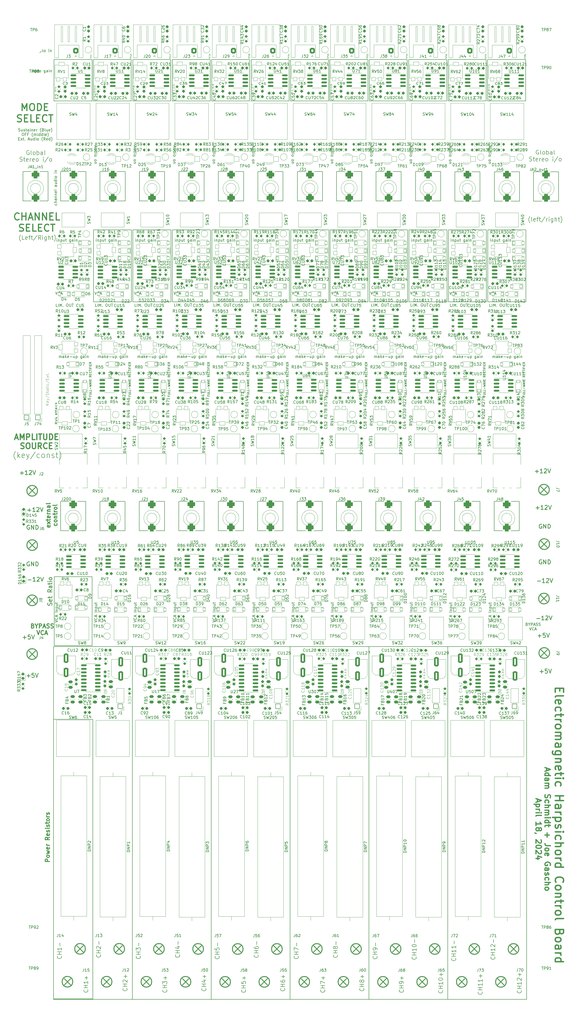
<source format=gbr>
%TF.GenerationSoftware,KiCad,Pcbnew,(6.0.7-1)-1*%
%TF.CreationDate,2024-04-18T03:27:55-04:00*%
%TF.ProjectId,EM_Harpsichord_Sustainer+Playback_V2.0,454d5f48-6172-4707-9369-63686f72645f,rev?*%
%TF.SameCoordinates,Original*%
%TF.FileFunction,Legend,Top*%
%TF.FilePolarity,Positive*%
%FSLAX46Y46*%
G04 Gerber Fmt 4.6, Leading zero omitted, Abs format (unit mm)*
G04 Created by KiCad (PCBNEW (6.0.7-1)-1) date 2024-04-18 03:27:55*
%MOMM*%
%LPD*%
G01*
G04 APERTURE LIST*
G04 Aperture macros list*
%AMRoundRect*
0 Rectangle with rounded corners*
0 $1 Rounding radius*
0 $2 $3 $4 $5 $6 $7 $8 $9 X,Y pos of 4 corners*
0 Add a 4 corners polygon primitive as box body*
4,1,4,$2,$3,$4,$5,$6,$7,$8,$9,$2,$3,0*
0 Add four circle primitives for the rounded corners*
1,1,$1+$1,$2,$3*
1,1,$1+$1,$4,$5*
1,1,$1+$1,$6,$7*
1,1,$1+$1,$8,$9*
0 Add four rect primitives between the rounded corners*
20,1,$1+$1,$2,$3,$4,$5,0*
20,1,$1+$1,$4,$5,$6,$7,0*
20,1,$1+$1,$6,$7,$8,$9,0*
20,1,$1+$1,$8,$9,$2,$3,0*%
G04 Aperture macros list end*
%ADD10C,0.200000*%
%ADD11C,0.150000*%
%ADD12C,0.250000*%
%ADD13C,0.400000*%
%ADD14C,0.100000*%
%ADD15C,0.300000*%
%ADD16C,0.500000*%
%ADD17C,0.125000*%
%ADD18C,0.120000*%
%ADD19RoundRect,0.275000X0.225000X0.250000X-0.225000X0.250000X-0.225000X-0.250000X0.225000X-0.250000X0*%
%ADD20RoundRect,0.250000X0.275000X-0.200000X0.275000X0.200000X-0.275000X0.200000X-0.275000X-0.200000X0*%
%ADD21RoundRect,0.050000X0.450000X0.600000X-0.450000X0.600000X-0.450000X-0.600000X0.450000X-0.600000X0*%
%ADD22RoundRect,0.050000X-0.450000X-0.600000X0.450000X-0.600000X0.450000X0.600000X-0.450000X0.600000X0*%
%ADD23C,3.100000*%
%ADD24RoundRect,0.275000X-0.250000X0.225000X-0.250000X-0.225000X0.250000X-0.225000X0.250000X0.225000X0*%
%ADD25C,2.100000*%
%ADD26RoundRect,0.050000X-0.650000X-0.650000X0.650000X-0.650000X0.650000X0.650000X-0.650000X0.650000X0*%
%ADD27RoundRect,0.050000X-1.000000X-0.650000X1.000000X-0.650000X1.000000X0.650000X-1.000000X0.650000X0*%
%ADD28RoundRect,0.300000X0.550000X-1.412500X0.550000X1.412500X-0.550000X1.412500X-0.550000X-1.412500X0*%
%ADD29C,4.400000*%
%ADD30RoundRect,0.250000X-0.275000X0.200000X-0.275000X-0.200000X0.275000X-0.200000X0.275000X0.200000X0*%
%ADD31RoundRect,0.250000X0.200000X0.275000X-0.200000X0.275000X-0.200000X-0.275000X0.200000X-0.275000X0*%
%ADD32RoundRect,0.250000X-0.200000X-0.275000X0.200000X-0.275000X0.200000X0.275000X-0.200000X0.275000X0*%
%ADD33RoundRect,0.212500X-0.825000X-0.162500X0.825000X-0.162500X0.825000X0.162500X-0.825000X0.162500X0*%
%ADD34RoundRect,0.200000X0.850000X0.150000X-0.850000X0.150000X-0.850000X-0.150000X0.850000X-0.150000X0*%
%ADD35RoundRect,0.050000X0.650000X0.650000X-0.650000X0.650000X-0.650000X-0.650000X0.650000X-0.650000X0*%
%ADD36RoundRect,0.050000X1.000000X0.650000X-1.000000X0.650000X-1.000000X-0.650000X1.000000X-0.650000X0*%
%ADD37RoundRect,0.275000X-0.225000X-0.250000X0.225000X-0.250000X0.225000X0.250000X-0.225000X0.250000X0*%
%ADD38O,2.100000X2.900000*%
%ADD39O,3.200000X2.200000*%
%ADD40RoundRect,0.700000X-0.650000X-0.650000X0.650000X-0.650000X0.650000X0.650000X-0.650000X0.650000X0*%
%ADD41O,3.600000X2.350000*%
%ADD42C,7.600000*%
%ADD43RoundRect,0.275000X0.250000X-0.225000X0.250000X0.225000X-0.250000X0.225000X-0.250000X-0.225000X0*%
%ADD44RoundRect,0.050000X0.900000X0.900000X-0.900000X0.900000X-0.900000X-0.900000X0.900000X-0.900000X0*%
%ADD45C,1.900000*%
%ADD46RoundRect,0.050000X0.850000X0.850000X-0.850000X0.850000X-0.850000X-0.850000X0.850000X-0.850000X0*%
%ADD47O,1.800000X1.800000*%
%ADD48O,2.900000X2.100000*%
%ADD49RoundRect,0.300000X0.600000X0.725000X-0.600000X0.725000X-0.600000X-0.725000X0.600000X-0.725000X0*%
%ADD50O,1.800000X2.050000*%
%ADD51C,2.500000*%
%ADD52O,2.500000X2.500000*%
%ADD53C,4.100000*%
%ADD54RoundRect,0.050000X-0.650000X0.650000X-0.650000X-0.650000X0.650000X-0.650000X0.650000X0.650000X0*%
%ADD55RoundRect,0.050000X-0.650000X1.000000X-0.650000X-1.000000X0.650000X-1.000000X0.650000X1.000000X0*%
%ADD56RoundRect,0.050000X0.600000X-0.450000X0.600000X0.450000X-0.600000X0.450000X-0.600000X-0.450000X0*%
%ADD57RoundRect,0.300000X-0.475000X0.250000X-0.475000X-0.250000X0.475000X-0.250000X0.475000X0.250000X0*%
%ADD58RoundRect,0.268750X0.256250X-0.218750X0.256250X0.218750X-0.256250X0.218750X-0.256250X-0.218750X0*%
%ADD59RoundRect,0.300000X0.475000X-0.250000X0.475000X0.250000X-0.475000X0.250000X-0.475000X-0.250000X0*%
%ADD60RoundRect,0.050000X0.650000X-0.650000X0.650000X0.650000X-0.650000X0.650000X-0.650000X-0.650000X0*%
%ADD61RoundRect,0.050000X0.650000X-1.000000X0.650000X1.000000X-0.650000X1.000000X-0.650000X-1.000000X0*%
G04 APERTURE END LIST*
D10*
X88113500Y-289234500D02*
X102210500Y-289234500D01*
X102210500Y-289234500D02*
X102210500Y-389142000D01*
X102210500Y-389142000D02*
X88113500Y-389142000D01*
X88113500Y-389142000D02*
X88113500Y-289234500D01*
X88113500Y-263234500D02*
X116307500Y-263234500D01*
X116307500Y-263234500D02*
X116307500Y-389275500D01*
X116307500Y-389275500D02*
X88113500Y-389275500D01*
X88113500Y-389275500D02*
X88113500Y-263234500D01*
X200889500Y-263234500D02*
X229083500Y-263234500D01*
X229083500Y-263234500D02*
X229083500Y-389275500D01*
X229083500Y-389275500D02*
X200889500Y-389275500D01*
X200889500Y-389275500D02*
X200889500Y-263234500D01*
X229083500Y-263234500D02*
X257277500Y-263234500D01*
X257277500Y-263234500D02*
X257277500Y-389275500D01*
X257277500Y-389275500D02*
X229083500Y-389275500D01*
X229083500Y-389275500D02*
X229083500Y-263234500D01*
D11*
X88424234Y-238253500D02*
X101935500Y-238253500D01*
X101935500Y-238253500D02*
X101935500Y-262855500D01*
X101935500Y-262855500D02*
X88424234Y-262855500D01*
X88424234Y-262855500D02*
X88424234Y-238253500D01*
D10*
X144501500Y-263234500D02*
X172695500Y-263234500D01*
X172695500Y-263234500D02*
X172695500Y-389275500D01*
X172695500Y-389275500D02*
X144501500Y-389275500D01*
X144501500Y-389275500D02*
X144501500Y-263234500D01*
D11*
X215160289Y-53400736D02*
X228727505Y-53400736D01*
X228727505Y-53400736D02*
X228727505Y-68190104D01*
X228727505Y-68190104D02*
X215160289Y-68190104D01*
X215160289Y-68190104D02*
X215160289Y-53400736D01*
X215160289Y-53400736D02*
X228727505Y-53400736D01*
X228727505Y-53400736D02*
X228727505Y-68190104D01*
X228727505Y-68190104D02*
X215160289Y-68190104D01*
X215160289Y-68190104D02*
X215160289Y-53400736D01*
X229260289Y-53450736D02*
X242827505Y-53450736D01*
X242827505Y-53450736D02*
X242827505Y-68240104D01*
X242827505Y-68240104D02*
X229260289Y-68240104D01*
X229260289Y-68240104D02*
X229260289Y-53450736D01*
X229260289Y-53450736D02*
X242827505Y-53450736D01*
X242827505Y-53450736D02*
X242827505Y-68240104D01*
X242827505Y-68240104D02*
X229260289Y-68240104D01*
X229260289Y-68240104D02*
X229260289Y-53450736D01*
X243360289Y-53450000D02*
X256927505Y-53450000D01*
X256927505Y-53450000D02*
X256927505Y-68239368D01*
X256927505Y-68239368D02*
X243360289Y-68239368D01*
X243360289Y-68239368D02*
X243360289Y-53450000D01*
X243360289Y-53450000D02*
X256927505Y-53450000D01*
X256927505Y-53450000D02*
X256927505Y-68239368D01*
X256927505Y-68239368D02*
X243360289Y-68239368D01*
X243360289Y-68239368D02*
X243360289Y-53450000D01*
X116460289Y-53429264D02*
X130027505Y-53429264D01*
X130027505Y-53429264D02*
X130027505Y-68218632D01*
X130027505Y-68218632D02*
X116460289Y-68218632D01*
X116460289Y-68218632D02*
X116460289Y-53429264D01*
X116460289Y-53429264D02*
X130027505Y-53429264D01*
X130027505Y-53429264D02*
X130027505Y-68218632D01*
X130027505Y-68218632D02*
X116460289Y-68218632D01*
X116460289Y-68218632D02*
X116460289Y-53429264D01*
X130610289Y-53400000D02*
X144177505Y-53400000D01*
X144177505Y-53400000D02*
X144177505Y-68189368D01*
X144177505Y-68189368D02*
X130610289Y-68189368D01*
X130610289Y-68189368D02*
X130610289Y-53400000D01*
X130610289Y-53400000D02*
X144177505Y-53400000D01*
X144177505Y-53400000D02*
X144177505Y-68189368D01*
X144177505Y-68189368D02*
X130610289Y-68189368D01*
X130610289Y-68189368D02*
X130610289Y-53400000D01*
X158810289Y-53400736D02*
X172377505Y-53400736D01*
X172377505Y-53400736D02*
X172377505Y-68190104D01*
X172377505Y-68190104D02*
X158810289Y-68190104D01*
X158810289Y-68190104D02*
X158810289Y-53400736D01*
X158810289Y-53400736D02*
X172377505Y-53400736D01*
X172377505Y-53400736D02*
X172377505Y-68190104D01*
X172377505Y-68190104D02*
X158810289Y-68190104D01*
X158810289Y-68190104D02*
X158810289Y-53400736D01*
X144710289Y-53400736D02*
X158277505Y-53400736D01*
X158277505Y-53400736D02*
X158277505Y-68190104D01*
X158277505Y-68190104D02*
X144710289Y-68190104D01*
X144710289Y-68190104D02*
X144710289Y-53400736D01*
X144710289Y-53400736D02*
X158277505Y-53400736D01*
X158277505Y-53400736D02*
X158277505Y-68190104D01*
X158277505Y-68190104D02*
X144710289Y-68190104D01*
X144710289Y-68190104D02*
X144710289Y-53400736D01*
X172910289Y-53400736D02*
X186477505Y-53400736D01*
X186477505Y-53400736D02*
X186477505Y-68190104D01*
X186477505Y-68190104D02*
X172910289Y-68190104D01*
X172910289Y-68190104D02*
X172910289Y-53400736D01*
X172910289Y-53400736D02*
X186477505Y-53400736D01*
X186477505Y-53400736D02*
X186477505Y-68190104D01*
X186477505Y-68190104D02*
X172910289Y-68190104D01*
X172910289Y-68190104D02*
X172910289Y-53400736D01*
X186960288Y-53400736D02*
X200527504Y-53400736D01*
X200527504Y-53400736D02*
X200527504Y-68190104D01*
X200527504Y-68190104D02*
X186960288Y-68190104D01*
X186960288Y-68190104D02*
X186960288Y-53400736D01*
X186960288Y-53400736D02*
X200527504Y-53400736D01*
X200527504Y-53400736D02*
X200527504Y-68190104D01*
X200527504Y-68190104D02*
X186960288Y-68190104D01*
X186960288Y-68190104D02*
X186960288Y-53400736D01*
X201060289Y-53400736D02*
X214627505Y-53400736D01*
X214627505Y-53400736D02*
X214627505Y-68190104D01*
X214627505Y-68190104D02*
X201060289Y-68190104D01*
X201060289Y-68190104D02*
X201060289Y-53400736D01*
X201060289Y-53400736D02*
X214627505Y-53400736D01*
X214627505Y-53400736D02*
X214627505Y-68190104D01*
X214627505Y-68190104D02*
X201060289Y-68190104D01*
X201060289Y-68190104D02*
X201060289Y-53400736D01*
X102373789Y-53434500D02*
X115941005Y-53434500D01*
X115941005Y-53434500D02*
X115941005Y-68223868D01*
X115941005Y-68223868D02*
X102373789Y-68223868D01*
X102373789Y-68223868D02*
X102373789Y-53434500D01*
X88323789Y-53434500D02*
X101891005Y-53434500D01*
X101891005Y-53434500D02*
X101891005Y-68223868D01*
X101891005Y-68223868D02*
X88323789Y-68223868D01*
X88323789Y-68223868D02*
X88323789Y-53434500D01*
X102373789Y-53434500D02*
X115941005Y-53434500D01*
X115941005Y-53434500D02*
X115941005Y-68223868D01*
X115941005Y-68223868D02*
X102373789Y-68223868D01*
X102373789Y-68223868D02*
X102373789Y-53434500D01*
X215225505Y-114270736D02*
X228807000Y-114270736D01*
X228807000Y-114270736D02*
X228807000Y-139982736D01*
X228807000Y-139982736D02*
X215225505Y-139982736D01*
X215225505Y-139982736D02*
X215225505Y-114270736D01*
X215225505Y-114270736D02*
X228807000Y-114270736D01*
X228807000Y-114270736D02*
X228807000Y-139982736D01*
X228807000Y-139982736D02*
X215225505Y-139982736D01*
X215225505Y-139982736D02*
X215225505Y-114270736D01*
X229325505Y-114320736D02*
X242907000Y-114320736D01*
X242907000Y-114320736D02*
X242907000Y-140032736D01*
X242907000Y-140032736D02*
X229325505Y-140032736D01*
X229325505Y-140032736D02*
X229325505Y-114320736D01*
X229325505Y-114320736D02*
X242907000Y-114320736D01*
X242907000Y-114320736D02*
X242907000Y-140032736D01*
X242907000Y-140032736D02*
X229325505Y-140032736D01*
X229325505Y-140032736D02*
X229325505Y-114320736D01*
X243425505Y-114320000D02*
X257007000Y-114320000D01*
X257007000Y-114320000D02*
X257007000Y-140032000D01*
X257007000Y-140032000D02*
X243425505Y-140032000D01*
X243425505Y-140032000D02*
X243425505Y-114320000D01*
X243425505Y-114320000D02*
X257007000Y-114320000D01*
X257007000Y-114320000D02*
X257007000Y-140032000D01*
X257007000Y-140032000D02*
X243425505Y-140032000D01*
X243425505Y-140032000D02*
X243425505Y-114320000D01*
X116525505Y-114299264D02*
X130107000Y-114299264D01*
X130107000Y-114299264D02*
X130107000Y-140011264D01*
X130107000Y-140011264D02*
X116525505Y-140011264D01*
X116525505Y-140011264D02*
X116525505Y-114299264D01*
X116525505Y-114299264D02*
X130107000Y-114299264D01*
X130107000Y-114299264D02*
X130107000Y-140011264D01*
X130107000Y-140011264D02*
X116525505Y-140011264D01*
X116525505Y-140011264D02*
X116525505Y-114299264D01*
X130675505Y-114270000D02*
X144257000Y-114270000D01*
X144257000Y-114270000D02*
X144257000Y-139982000D01*
X144257000Y-139982000D02*
X130675505Y-139982000D01*
X130675505Y-139982000D02*
X130675505Y-114270000D01*
X130675505Y-114270000D02*
X144257000Y-114270000D01*
X144257000Y-114270000D02*
X144257000Y-139982000D01*
X144257000Y-139982000D02*
X130675505Y-139982000D01*
X130675505Y-139982000D02*
X130675505Y-114270000D01*
X158875505Y-114270736D02*
X172457000Y-114270736D01*
X172457000Y-114270736D02*
X172457000Y-139982736D01*
X172457000Y-139982736D02*
X158875505Y-139982736D01*
X158875505Y-139982736D02*
X158875505Y-114270736D01*
X158875505Y-114270736D02*
X172457000Y-114270736D01*
X172457000Y-114270736D02*
X172457000Y-139982736D01*
X172457000Y-139982736D02*
X158875505Y-139982736D01*
X158875505Y-139982736D02*
X158875505Y-114270736D01*
X144775505Y-114270736D02*
X158357000Y-114270736D01*
X158357000Y-114270736D02*
X158357000Y-139982736D01*
X158357000Y-139982736D02*
X144775505Y-139982736D01*
X144775505Y-139982736D02*
X144775505Y-114270736D01*
X144775505Y-114270736D02*
X158357000Y-114270736D01*
X158357000Y-114270736D02*
X158357000Y-139982736D01*
X158357000Y-139982736D02*
X144775505Y-139982736D01*
X144775505Y-139982736D02*
X144775505Y-114270736D01*
X172975505Y-114270736D02*
X186557000Y-114270736D01*
X186557000Y-114270736D02*
X186557000Y-139982736D01*
X186557000Y-139982736D02*
X172975505Y-139982736D01*
X172975505Y-139982736D02*
X172975505Y-114270736D01*
X172975505Y-114270736D02*
X186557000Y-114270736D01*
X186557000Y-114270736D02*
X186557000Y-139982736D01*
X186557000Y-139982736D02*
X172975505Y-139982736D01*
X172975505Y-139982736D02*
X172975505Y-114270736D01*
X187025504Y-114270736D02*
X200606999Y-114270736D01*
X200606999Y-114270736D02*
X200606999Y-139982736D01*
X200606999Y-139982736D02*
X187025504Y-139982736D01*
X187025504Y-139982736D02*
X187025504Y-114270736D01*
X187025504Y-114270736D02*
X200606999Y-114270736D01*
X200606999Y-114270736D02*
X200606999Y-139982736D01*
X200606999Y-139982736D02*
X187025504Y-139982736D01*
X187025504Y-139982736D02*
X187025504Y-114270736D01*
X201125505Y-114270736D02*
X214707000Y-114270736D01*
X214707000Y-114270736D02*
X214707000Y-139982736D01*
X214707000Y-139982736D02*
X201125505Y-139982736D01*
X201125505Y-139982736D02*
X201125505Y-114270736D01*
X201125505Y-114270736D02*
X214707000Y-114270736D01*
X214707000Y-114270736D02*
X214707000Y-139982736D01*
X214707000Y-139982736D02*
X201125505Y-139982736D01*
X201125505Y-139982736D02*
X201125505Y-114270736D01*
X102439005Y-114304500D02*
X116020500Y-114304500D01*
X116020500Y-114304500D02*
X116020500Y-140016500D01*
X116020500Y-140016500D02*
X102439005Y-140016500D01*
X102439005Y-140016500D02*
X102439005Y-114304500D01*
D10*
X172695500Y-263234500D02*
X200889500Y-263234500D01*
X200889500Y-263234500D02*
X200889500Y-389275500D01*
X200889500Y-389275500D02*
X172695500Y-389275500D01*
X172695500Y-389275500D02*
X172695500Y-263234500D01*
X116307500Y-263234500D02*
X144501500Y-263234500D01*
X144501500Y-263234500D02*
X144501500Y-389275500D01*
X144501500Y-389275500D02*
X116307500Y-389275500D01*
X116307500Y-389275500D02*
X116307500Y-263234500D01*
D12*
X78571428Y-273607142D02*
X79714285Y-273607142D01*
X79142857Y-274178571D02*
X79142857Y-273035714D01*
X81142857Y-272678571D02*
X80428571Y-272678571D01*
X80357142Y-273392857D01*
X80428571Y-273321428D01*
X80571428Y-273250000D01*
X80928571Y-273250000D01*
X81071428Y-273321428D01*
X81142857Y-273392857D01*
X81214285Y-273535714D01*
X81214285Y-273892857D01*
X81142857Y-274035714D01*
X81071428Y-274107142D01*
X80928571Y-274178571D01*
X80571428Y-274178571D01*
X80428571Y-274107142D01*
X80357142Y-274035714D01*
X81642857Y-272678571D02*
X82142857Y-274178571D01*
X82642857Y-272678571D01*
D13*
X74380952Y-188623333D02*
X75333333Y-188623333D01*
X74190476Y-189194761D02*
X74857142Y-187194761D01*
X75523809Y-189194761D01*
X76190476Y-189194761D02*
X76190476Y-187194761D01*
X76857142Y-188623333D01*
X77523809Y-187194761D01*
X77523809Y-189194761D01*
X78476190Y-189194761D02*
X78476190Y-187194761D01*
X79238095Y-187194761D01*
X79428571Y-187290000D01*
X79523809Y-187385238D01*
X79619047Y-187575714D01*
X79619047Y-187861428D01*
X79523809Y-188051904D01*
X79428571Y-188147142D01*
X79238095Y-188242380D01*
X78476190Y-188242380D01*
X81428571Y-189194761D02*
X80476190Y-189194761D01*
X80476190Y-187194761D01*
X82095238Y-189194761D02*
X82095238Y-187194761D01*
X82761904Y-187194761D02*
X83904761Y-187194761D01*
X83333333Y-189194761D02*
X83333333Y-187194761D01*
X84571428Y-187194761D02*
X84571428Y-188813809D01*
X84666666Y-189004285D01*
X84761904Y-189099523D01*
X84952380Y-189194761D01*
X85333333Y-189194761D01*
X85523809Y-189099523D01*
X85619047Y-189004285D01*
X85714285Y-188813809D01*
X85714285Y-187194761D01*
X86666666Y-189194761D02*
X86666666Y-187194761D01*
X87142857Y-187194761D01*
X87428571Y-187290000D01*
X87619047Y-187480476D01*
X87714285Y-187670952D01*
X87809523Y-188051904D01*
X87809523Y-188337619D01*
X87714285Y-188718571D01*
X87619047Y-188909047D01*
X87428571Y-189099523D01*
X87142857Y-189194761D01*
X86666666Y-189194761D01*
X88666666Y-188147142D02*
X89333333Y-188147142D01*
X89619047Y-189194761D02*
X88666666Y-189194761D01*
X88666666Y-187194761D01*
X89619047Y-187194761D01*
X76428571Y-192319523D02*
X76714285Y-192414761D01*
X77190476Y-192414761D01*
X77380952Y-192319523D01*
X77476190Y-192224285D01*
X77571428Y-192033809D01*
X77571428Y-191843333D01*
X77476190Y-191652857D01*
X77380952Y-191557619D01*
X77190476Y-191462380D01*
X76809523Y-191367142D01*
X76619047Y-191271904D01*
X76523809Y-191176666D01*
X76428571Y-190986190D01*
X76428571Y-190795714D01*
X76523809Y-190605238D01*
X76619047Y-190510000D01*
X76809523Y-190414761D01*
X77285714Y-190414761D01*
X77571428Y-190510000D01*
X78809523Y-190414761D02*
X79190476Y-190414761D01*
X79380952Y-190510000D01*
X79571428Y-190700476D01*
X79666666Y-191081428D01*
X79666666Y-191748095D01*
X79571428Y-192129047D01*
X79380952Y-192319523D01*
X79190476Y-192414761D01*
X78809523Y-192414761D01*
X78619047Y-192319523D01*
X78428571Y-192129047D01*
X78333333Y-191748095D01*
X78333333Y-191081428D01*
X78428571Y-190700476D01*
X78619047Y-190510000D01*
X78809523Y-190414761D01*
X80523809Y-190414761D02*
X80523809Y-192033809D01*
X80619047Y-192224285D01*
X80714285Y-192319523D01*
X80904761Y-192414761D01*
X81285714Y-192414761D01*
X81476190Y-192319523D01*
X81571428Y-192224285D01*
X81666666Y-192033809D01*
X81666666Y-190414761D01*
X83761904Y-192414761D02*
X83095238Y-191462380D01*
X82619047Y-192414761D02*
X82619047Y-190414761D01*
X83380952Y-190414761D01*
X83571428Y-190510000D01*
X83666666Y-190605238D01*
X83761904Y-190795714D01*
X83761904Y-191081428D01*
X83666666Y-191271904D01*
X83571428Y-191367142D01*
X83380952Y-191462380D01*
X82619047Y-191462380D01*
X85761904Y-192224285D02*
X85666666Y-192319523D01*
X85380952Y-192414761D01*
X85190476Y-192414761D01*
X84904761Y-192319523D01*
X84714285Y-192129047D01*
X84619047Y-191938571D01*
X84523809Y-191557619D01*
X84523809Y-191271904D01*
X84619047Y-190890952D01*
X84714285Y-190700476D01*
X84904761Y-190510000D01*
X85190476Y-190414761D01*
X85380952Y-190414761D01*
X85666666Y-190510000D01*
X85761904Y-190605238D01*
X86619047Y-191367142D02*
X87285714Y-191367142D01*
X87571428Y-192414761D02*
X86619047Y-192414761D01*
X86619047Y-190414761D01*
X87571428Y-190414761D01*
D12*
X260857142Y-253107142D02*
X262000000Y-253107142D01*
X263500000Y-253678571D02*
X262642857Y-253678571D01*
X263071428Y-253678571D02*
X263071428Y-252178571D01*
X262928571Y-252392857D01*
X262785714Y-252535714D01*
X262642857Y-252607142D01*
X264071428Y-252321428D02*
X264142857Y-252250000D01*
X264285714Y-252178571D01*
X264642857Y-252178571D01*
X264785714Y-252250000D01*
X264857142Y-252321428D01*
X264928571Y-252464285D01*
X264928571Y-252607142D01*
X264857142Y-252821428D01*
X264000000Y-253678571D01*
X264928571Y-253678571D01*
X265357142Y-252178571D02*
X265857142Y-253678571D01*
X266357142Y-252178571D01*
X261321428Y-259357142D02*
X262464285Y-259357142D01*
X261892857Y-259928571D02*
X261892857Y-258785714D01*
X263892857Y-258428571D02*
X263178571Y-258428571D01*
X263107142Y-259142857D01*
X263178571Y-259071428D01*
X263321428Y-259000000D01*
X263678571Y-259000000D01*
X263821428Y-259071428D01*
X263892857Y-259142857D01*
X263964285Y-259285714D01*
X263964285Y-259642857D01*
X263892857Y-259785714D01*
X263821428Y-259857142D01*
X263678571Y-259928571D01*
X263321428Y-259928571D01*
X263178571Y-259857142D01*
X263107142Y-259785714D01*
X264392857Y-258428571D02*
X264892857Y-259928571D01*
X265392857Y-258428571D01*
D11*
X257361904Y-255223571D02*
X257504761Y-255271190D01*
X257552380Y-255318809D01*
X257600000Y-255414047D01*
X257600000Y-255556904D01*
X257552380Y-255652142D01*
X257504761Y-255699761D01*
X257409523Y-255747380D01*
X257028571Y-255747380D01*
X257028571Y-254747380D01*
X257361904Y-254747380D01*
X257457142Y-254795000D01*
X257504761Y-254842619D01*
X257552380Y-254937857D01*
X257552380Y-255033095D01*
X257504761Y-255128333D01*
X257457142Y-255175952D01*
X257361904Y-255223571D01*
X257028571Y-255223571D01*
X258219047Y-255271190D02*
X258219047Y-255747380D01*
X257885714Y-254747380D02*
X258219047Y-255271190D01*
X258552380Y-254747380D01*
X258885714Y-255747380D02*
X258885714Y-254747380D01*
X259266666Y-254747380D01*
X259361904Y-254795000D01*
X259409523Y-254842619D01*
X259457142Y-254937857D01*
X259457142Y-255080714D01*
X259409523Y-255175952D01*
X259361904Y-255223571D01*
X259266666Y-255271190D01*
X258885714Y-255271190D01*
X259838095Y-255461666D02*
X260314285Y-255461666D01*
X259742857Y-255747380D02*
X260076190Y-254747380D01*
X260409523Y-255747380D01*
X260695238Y-255699761D02*
X260838095Y-255747380D01*
X261076190Y-255747380D01*
X261171428Y-255699761D01*
X261219047Y-255652142D01*
X261266666Y-255556904D01*
X261266666Y-255461666D01*
X261219047Y-255366428D01*
X261171428Y-255318809D01*
X261076190Y-255271190D01*
X260885714Y-255223571D01*
X260790476Y-255175952D01*
X260742857Y-255128333D01*
X260695238Y-255033095D01*
X260695238Y-254937857D01*
X260742857Y-254842619D01*
X260790476Y-254795000D01*
X260885714Y-254747380D01*
X261123809Y-254747380D01*
X261266666Y-254795000D01*
X261647619Y-255699761D02*
X261790476Y-255747380D01*
X262028571Y-255747380D01*
X262123809Y-255699761D01*
X262171428Y-255652142D01*
X262219047Y-255556904D01*
X262219047Y-255461666D01*
X262171428Y-255366428D01*
X262123809Y-255318809D01*
X262028571Y-255271190D01*
X261838095Y-255223571D01*
X261742857Y-255175952D01*
X261695238Y-255128333D01*
X261647619Y-255033095D01*
X261647619Y-254937857D01*
X261695238Y-254842619D01*
X261742857Y-254795000D01*
X261838095Y-254747380D01*
X262076190Y-254747380D01*
X262219047Y-254795000D01*
X258338095Y-256357380D02*
X258671428Y-257357380D01*
X259004761Y-256357380D01*
X259909523Y-257262142D02*
X259861904Y-257309761D01*
X259719047Y-257357380D01*
X259623809Y-257357380D01*
X259480952Y-257309761D01*
X259385714Y-257214523D01*
X259338095Y-257119285D01*
X259290476Y-256928809D01*
X259290476Y-256785952D01*
X259338095Y-256595476D01*
X259385714Y-256500238D01*
X259480952Y-256405000D01*
X259623809Y-256357380D01*
X259719047Y-256357380D01*
X259861904Y-256405000D01*
X259909523Y-256452619D01*
X260290476Y-257071666D02*
X260766666Y-257071666D01*
X260195238Y-257357380D02*
X260528571Y-256357380D01*
X260861904Y-257357380D01*
D13*
X75730952Y-110480357D02*
X75611904Y-110599404D01*
X75254761Y-110718452D01*
X75016666Y-110718452D01*
X74659523Y-110599404D01*
X74421428Y-110361309D01*
X74302380Y-110123214D01*
X74183333Y-109647023D01*
X74183333Y-109289880D01*
X74302380Y-108813690D01*
X74421428Y-108575595D01*
X74659523Y-108337500D01*
X75016666Y-108218452D01*
X75254761Y-108218452D01*
X75611904Y-108337500D01*
X75730952Y-108456547D01*
X76802380Y-110718452D02*
X76802380Y-108218452D01*
X76802380Y-109408928D02*
X78230952Y-109408928D01*
X78230952Y-110718452D02*
X78230952Y-108218452D01*
X79302380Y-110004166D02*
X80492857Y-110004166D01*
X79064285Y-110718452D02*
X79897619Y-108218452D01*
X80730952Y-110718452D01*
X81564285Y-110718452D02*
X81564285Y-108218452D01*
X82992857Y-110718452D01*
X82992857Y-108218452D01*
X84183333Y-110718452D02*
X84183333Y-108218452D01*
X85611904Y-110718452D01*
X85611904Y-108218452D01*
X86802380Y-109408928D02*
X87635714Y-109408928D01*
X87992857Y-110718452D02*
X86802380Y-110718452D01*
X86802380Y-108218452D01*
X87992857Y-108218452D01*
X90254761Y-110718452D02*
X89064285Y-110718452D01*
X89064285Y-108218452D01*
X75909523Y-114624404D02*
X76266666Y-114743452D01*
X76861904Y-114743452D01*
X77100000Y-114624404D01*
X77219047Y-114505357D01*
X77338095Y-114267261D01*
X77338095Y-114029166D01*
X77219047Y-113791071D01*
X77100000Y-113672023D01*
X76861904Y-113552976D01*
X76385714Y-113433928D01*
X76147619Y-113314880D01*
X76028571Y-113195833D01*
X75909523Y-112957738D01*
X75909523Y-112719642D01*
X76028571Y-112481547D01*
X76147619Y-112362500D01*
X76385714Y-112243452D01*
X76980952Y-112243452D01*
X77338095Y-112362500D01*
X78409523Y-113433928D02*
X79242857Y-113433928D01*
X79600000Y-114743452D02*
X78409523Y-114743452D01*
X78409523Y-112243452D01*
X79600000Y-112243452D01*
X81861904Y-114743452D02*
X80671428Y-114743452D01*
X80671428Y-112243452D01*
X82695238Y-113433928D02*
X83528571Y-113433928D01*
X83885714Y-114743452D02*
X82695238Y-114743452D01*
X82695238Y-112243452D01*
X83885714Y-112243452D01*
X86385714Y-114505357D02*
X86266666Y-114624404D01*
X85909523Y-114743452D01*
X85671428Y-114743452D01*
X85314285Y-114624404D01*
X85076190Y-114386309D01*
X84957142Y-114148214D01*
X84838095Y-113672023D01*
X84838095Y-113314880D01*
X84957142Y-112838690D01*
X85076190Y-112600595D01*
X85314285Y-112362500D01*
X85671428Y-112243452D01*
X85909523Y-112243452D01*
X86266666Y-112362500D01*
X86385714Y-112481547D01*
X87100000Y-112243452D02*
X88528571Y-112243452D01*
X87814285Y-114743452D02*
X87814285Y-112243452D01*
D12*
X260357142Y-200590475D02*
X261500000Y-200590475D01*
X260928571Y-201161904D02*
X260928571Y-200019047D01*
X263000000Y-201161904D02*
X262142857Y-201161904D01*
X262571428Y-201161904D02*
X262571428Y-199661904D01*
X262428571Y-199876190D01*
X262285714Y-200019047D01*
X262142857Y-200090475D01*
X263571428Y-199804761D02*
X263642857Y-199733333D01*
X263785714Y-199661904D01*
X264142857Y-199661904D01*
X264285714Y-199733333D01*
X264357142Y-199804761D01*
X264428571Y-199947618D01*
X264428571Y-200090475D01*
X264357142Y-200304761D01*
X263500000Y-201161904D01*
X264428571Y-201161904D01*
X264857142Y-199661904D02*
X265357142Y-201161904D01*
X265857142Y-199661904D01*
X76220642Y-201141642D02*
X77363500Y-201141642D01*
X76792071Y-201713071D02*
X76792071Y-200570214D01*
X78863500Y-201713071D02*
X78006357Y-201713071D01*
X78434928Y-201713071D02*
X78434928Y-200213071D01*
X78292071Y-200427357D01*
X78149214Y-200570214D01*
X78006357Y-200641642D01*
X79434928Y-200355928D02*
X79506357Y-200284500D01*
X79649214Y-200213071D01*
X80006357Y-200213071D01*
X80149214Y-200284500D01*
X80220642Y-200355928D01*
X80292071Y-200498785D01*
X80292071Y-200641642D01*
X80220642Y-200855928D01*
X79363500Y-201713071D01*
X80292071Y-201713071D01*
X80720642Y-200213071D02*
X81220642Y-201713071D01*
X81720642Y-200213071D01*
D10*
X76400000Y-118350000D02*
X76328571Y-118278571D01*
X76185714Y-118064285D01*
X76114285Y-117921428D01*
X76042857Y-117707142D01*
X75971428Y-117350000D01*
X75971428Y-117064285D01*
X76042857Y-116707142D01*
X76114285Y-116492857D01*
X76185714Y-116350000D01*
X76328571Y-116135714D01*
X76400000Y-116064285D01*
X77685714Y-117778571D02*
X76971428Y-117778571D01*
X76971428Y-116278571D01*
X78757142Y-117707142D02*
X78614285Y-117778571D01*
X78328571Y-117778571D01*
X78185714Y-117707142D01*
X78114285Y-117564285D01*
X78114285Y-116992857D01*
X78185714Y-116850000D01*
X78328571Y-116778571D01*
X78614285Y-116778571D01*
X78757142Y-116850000D01*
X78828571Y-116992857D01*
X78828571Y-117135714D01*
X78114285Y-117278571D01*
X79257142Y-116778571D02*
X79828571Y-116778571D01*
X79471428Y-117778571D02*
X79471428Y-116492857D01*
X79542857Y-116350000D01*
X79685714Y-116278571D01*
X79828571Y-116278571D01*
X80114285Y-116778571D02*
X80685714Y-116778571D01*
X80328571Y-116278571D02*
X80328571Y-117564285D01*
X80400000Y-117707142D01*
X80542857Y-117778571D01*
X80685714Y-117778571D01*
X82257142Y-116207142D02*
X80971428Y-118135714D01*
X83614285Y-117778571D02*
X83114285Y-117064285D01*
X82757142Y-117778571D02*
X82757142Y-116278571D01*
X83328571Y-116278571D01*
X83471428Y-116350000D01*
X83542857Y-116421428D01*
X83614285Y-116564285D01*
X83614285Y-116778571D01*
X83542857Y-116921428D01*
X83471428Y-116992857D01*
X83328571Y-117064285D01*
X82757142Y-117064285D01*
X84257142Y-117778571D02*
X84257142Y-116778571D01*
X84257142Y-116278571D02*
X84185714Y-116350000D01*
X84257142Y-116421428D01*
X84328571Y-116350000D01*
X84257142Y-116278571D01*
X84257142Y-116421428D01*
X85614285Y-116778571D02*
X85614285Y-117992857D01*
X85542857Y-118135714D01*
X85471428Y-118207142D01*
X85328571Y-118278571D01*
X85114285Y-118278571D01*
X84971428Y-118207142D01*
X85614285Y-117707142D02*
X85471428Y-117778571D01*
X85185714Y-117778571D01*
X85042857Y-117707142D01*
X84971428Y-117635714D01*
X84900000Y-117492857D01*
X84900000Y-117064285D01*
X84971428Y-116921428D01*
X85042857Y-116850000D01*
X85185714Y-116778571D01*
X85471428Y-116778571D01*
X85614285Y-116850000D01*
X86328571Y-117778571D02*
X86328571Y-116278571D01*
X86971428Y-117778571D02*
X86971428Y-116992857D01*
X86900000Y-116850000D01*
X86757142Y-116778571D01*
X86542857Y-116778571D01*
X86400000Y-116850000D01*
X86328571Y-116921428D01*
X87471428Y-116778571D02*
X88042857Y-116778571D01*
X87685714Y-116278571D02*
X87685714Y-117564285D01*
X87757142Y-117707142D01*
X87900000Y-117778571D01*
X88042857Y-117778571D01*
X88400000Y-118350000D02*
X88471428Y-118278571D01*
X88614285Y-118064285D01*
X88685714Y-117921428D01*
X88757142Y-117707142D01*
X88828571Y-117350000D01*
X88828571Y-117064285D01*
X88757142Y-116707142D01*
X88685714Y-116492857D01*
X88614285Y-116350000D01*
X88471428Y-116135714D01*
X88400000Y-116064285D01*
D14*
X86390880Y-176901166D02*
X85390880Y-176901166D01*
X86390880Y-176329738D02*
X85819452Y-176758309D01*
X85390880Y-176329738D02*
X85962309Y-176901166D01*
X86343261Y-175520214D02*
X86390880Y-175615452D01*
X86390880Y-175805928D01*
X86343261Y-175901166D01*
X86248023Y-175948785D01*
X85867071Y-175948785D01*
X85771833Y-175901166D01*
X85724214Y-175805928D01*
X85724214Y-175615452D01*
X85771833Y-175520214D01*
X85867071Y-175472595D01*
X85962309Y-175472595D01*
X86057547Y-175948785D01*
X85724214Y-175139261D02*
X86390880Y-174901166D01*
X85724214Y-174663071D02*
X86390880Y-174901166D01*
X86628976Y-174996404D01*
X86676595Y-175044023D01*
X86724214Y-175139261D01*
X85343261Y-173567833D02*
X86628976Y-174424976D01*
X86343261Y-173282119D02*
X86390880Y-173139261D01*
X86390880Y-172901166D01*
X86343261Y-172805928D01*
X86295642Y-172758309D01*
X86200404Y-172710690D01*
X86105166Y-172710690D01*
X86009928Y-172758309D01*
X85962309Y-172805928D01*
X85914690Y-172901166D01*
X85867071Y-173091642D01*
X85819452Y-173186880D01*
X85771833Y-173234500D01*
X85676595Y-173282119D01*
X85581357Y-173282119D01*
X85486119Y-173234500D01*
X85438500Y-173186880D01*
X85390880Y-173091642D01*
X85390880Y-172853547D01*
X85438500Y-172710690D01*
X85724214Y-172424976D02*
X85724214Y-172044023D01*
X85390880Y-172282119D02*
X86248023Y-172282119D01*
X86343261Y-172234500D01*
X86390880Y-172139261D01*
X86390880Y-172044023D01*
X86390880Y-171282119D02*
X85867071Y-171282119D01*
X85771833Y-171329738D01*
X85724214Y-171424976D01*
X85724214Y-171615452D01*
X85771833Y-171710690D01*
X86343261Y-171282119D02*
X86390880Y-171377357D01*
X86390880Y-171615452D01*
X86343261Y-171710690D01*
X86248023Y-171758309D01*
X86152785Y-171758309D01*
X86057547Y-171710690D01*
X86009928Y-171615452D01*
X86009928Y-171377357D01*
X85962309Y-171282119D01*
X85724214Y-170948785D02*
X85724214Y-170567833D01*
X85390880Y-170805928D02*
X86248023Y-170805928D01*
X86343261Y-170758309D01*
X86390880Y-170663071D01*
X86390880Y-170567833D01*
X86390880Y-170234500D02*
X85724214Y-170234500D01*
X85390880Y-170234500D02*
X85438500Y-170282119D01*
X85486119Y-170234500D01*
X85438500Y-170186880D01*
X85390880Y-170234500D01*
X85486119Y-170234500D01*
X86343261Y-169329738D02*
X86390880Y-169424976D01*
X86390880Y-169615452D01*
X86343261Y-169710690D01*
X86295642Y-169758309D01*
X86200404Y-169805928D01*
X85914690Y-169805928D01*
X85819452Y-169758309D01*
X85771833Y-169710690D01*
X85724214Y-169615452D01*
X85724214Y-169424976D01*
X85771833Y-169329738D01*
X85343261Y-168186880D02*
X86628976Y-169044023D01*
X85867071Y-167853547D02*
X85867071Y-167520214D01*
X86390880Y-167377357D02*
X86390880Y-167853547D01*
X85390880Y-167853547D01*
X85390880Y-167377357D01*
X86390880Y-167044023D02*
X85724214Y-166520214D01*
X85724214Y-167044023D02*
X86390880Y-166520214D01*
X85724214Y-166282119D02*
X85724214Y-165901166D01*
X85390880Y-166139261D02*
X86248023Y-166139261D01*
X86343261Y-166091642D01*
X86390880Y-165996404D01*
X86390880Y-165901166D01*
X86295642Y-165567833D02*
X86343261Y-165520214D01*
X86390880Y-165567833D01*
X86343261Y-165615452D01*
X86295642Y-165567833D01*
X86390880Y-165567833D01*
D15*
X80742857Y-255785357D02*
X80957142Y-255856785D01*
X81028571Y-255928214D01*
X81100000Y-256071071D01*
X81100000Y-256285357D01*
X81028571Y-256428214D01*
X80957142Y-256499642D01*
X80814285Y-256571071D01*
X80242857Y-256571071D01*
X80242857Y-255071071D01*
X80742857Y-255071071D01*
X80885714Y-255142500D01*
X80957142Y-255213928D01*
X81028571Y-255356785D01*
X81028571Y-255499642D01*
X80957142Y-255642500D01*
X80885714Y-255713928D01*
X80742857Y-255785357D01*
X80242857Y-255785357D01*
X82028571Y-255856785D02*
X82028571Y-256571071D01*
X81528571Y-255071071D02*
X82028571Y-255856785D01*
X82528571Y-255071071D01*
X83028571Y-256571071D02*
X83028571Y-255071071D01*
X83600000Y-255071071D01*
X83742857Y-255142500D01*
X83814285Y-255213928D01*
X83885714Y-255356785D01*
X83885714Y-255571071D01*
X83814285Y-255713928D01*
X83742857Y-255785357D01*
X83600000Y-255856785D01*
X83028571Y-255856785D01*
X84457142Y-256142500D02*
X85171428Y-256142500D01*
X84314285Y-256571071D02*
X84814285Y-255071071D01*
X85314285Y-256571071D01*
X85742857Y-256499642D02*
X85957142Y-256571071D01*
X86314285Y-256571071D01*
X86457142Y-256499642D01*
X86528571Y-256428214D01*
X86600000Y-256285357D01*
X86600000Y-256142500D01*
X86528571Y-255999642D01*
X86457142Y-255928214D01*
X86314285Y-255856785D01*
X86028571Y-255785357D01*
X85885714Y-255713928D01*
X85814285Y-255642500D01*
X85742857Y-255499642D01*
X85742857Y-255356785D01*
X85814285Y-255213928D01*
X85885714Y-255142500D01*
X86028571Y-255071071D01*
X86385714Y-255071071D01*
X86600000Y-255142500D01*
X87171428Y-256499642D02*
X87385714Y-256571071D01*
X87742857Y-256571071D01*
X87885714Y-256499642D01*
X87957142Y-256428214D01*
X88028571Y-256285357D01*
X88028571Y-256142500D01*
X87957142Y-255999642D01*
X87885714Y-255928214D01*
X87742857Y-255856785D01*
X87457142Y-255785357D01*
X87314285Y-255713928D01*
X87242857Y-255642500D01*
X87171428Y-255499642D01*
X87171428Y-255356785D01*
X87242857Y-255213928D01*
X87314285Y-255142500D01*
X87457142Y-255071071D01*
X87814285Y-255071071D01*
X88028571Y-255142500D01*
X82207142Y-257486071D02*
X82707142Y-258986071D01*
X83207142Y-257486071D01*
X84564285Y-258843214D02*
X84492857Y-258914642D01*
X84278571Y-258986071D01*
X84135714Y-258986071D01*
X83921428Y-258914642D01*
X83778571Y-258771785D01*
X83707142Y-258628928D01*
X83635714Y-258343214D01*
X83635714Y-258128928D01*
X83707142Y-257843214D01*
X83778571Y-257700357D01*
X83921428Y-257557500D01*
X84135714Y-257486071D01*
X84278571Y-257486071D01*
X84492857Y-257557500D01*
X84564285Y-257628928D01*
X85135714Y-258557500D02*
X85850000Y-258557500D01*
X84992857Y-258986071D02*
X85492857Y-257486071D01*
X85992857Y-258986071D01*
D10*
X100299214Y-385798785D02*
X100370642Y-385870214D01*
X100442071Y-386084500D01*
X100442071Y-386227357D01*
X100370642Y-386441642D01*
X100227785Y-386584500D01*
X100084928Y-386655928D01*
X99799214Y-386727357D01*
X99584928Y-386727357D01*
X99299214Y-386655928D01*
X99156357Y-386584500D01*
X99013500Y-386441642D01*
X98942071Y-386227357D01*
X98942071Y-386084500D01*
X99013500Y-385870214D01*
X99084928Y-385798785D01*
X100442071Y-385155928D02*
X98942071Y-385155928D01*
X99656357Y-385155928D02*
X99656357Y-384298785D01*
X100442071Y-384298785D02*
X98942071Y-384298785D01*
X100442071Y-382798785D02*
X100442071Y-383655928D01*
X100442071Y-383227357D02*
X98942071Y-383227357D01*
X99156357Y-383370214D01*
X99299214Y-383513071D01*
X99370642Y-383655928D01*
X99870642Y-382155928D02*
X99870642Y-381013071D01*
X100442071Y-381584500D02*
X99299214Y-381584500D01*
X128524714Y-385812535D02*
X128596142Y-385883964D01*
X128667571Y-386098250D01*
X128667571Y-386241107D01*
X128596142Y-386455392D01*
X128453285Y-386598250D01*
X128310428Y-386669678D01*
X128024714Y-386741107D01*
X127810428Y-386741107D01*
X127524714Y-386669678D01*
X127381857Y-386598250D01*
X127239000Y-386455392D01*
X127167571Y-386241107D01*
X127167571Y-386098250D01*
X127239000Y-385883964D01*
X127310428Y-385812535D01*
X128667571Y-385169678D02*
X127167571Y-385169678D01*
X127881857Y-385169678D02*
X127881857Y-384312535D01*
X128667571Y-384312535D02*
X127167571Y-384312535D01*
X127167571Y-383741107D02*
X127167571Y-382812535D01*
X127739000Y-383312535D01*
X127739000Y-383098250D01*
X127810428Y-382955392D01*
X127881857Y-382883964D01*
X128024714Y-382812535D01*
X128381857Y-382812535D01*
X128524714Y-382883964D01*
X128596142Y-382955392D01*
X128667571Y-383098250D01*
X128667571Y-383526821D01*
X128596142Y-383669678D01*
X128524714Y-383741107D01*
X128096142Y-382169678D02*
X128096142Y-381026821D01*
X128667571Y-381598250D02*
X127524714Y-381598250D01*
X156688714Y-385841785D02*
X156760142Y-385913214D01*
X156831571Y-386127500D01*
X156831571Y-386270357D01*
X156760142Y-386484642D01*
X156617285Y-386627500D01*
X156474428Y-386698928D01*
X156188714Y-386770357D01*
X155974428Y-386770357D01*
X155688714Y-386698928D01*
X155545857Y-386627500D01*
X155403000Y-386484642D01*
X155331571Y-386270357D01*
X155331571Y-386127500D01*
X155403000Y-385913214D01*
X155474428Y-385841785D01*
X156831571Y-385198928D02*
X155331571Y-385198928D01*
X156045857Y-385198928D02*
X156045857Y-384341785D01*
X156831571Y-384341785D02*
X155331571Y-384341785D01*
X155331571Y-382913214D02*
X155331571Y-383627500D01*
X156045857Y-383698928D01*
X155974428Y-383627500D01*
X155903000Y-383484642D01*
X155903000Y-383127500D01*
X155974428Y-382984642D01*
X156045857Y-382913214D01*
X156188714Y-382841785D01*
X156545857Y-382841785D01*
X156688714Y-382913214D01*
X156760142Y-382984642D01*
X156831571Y-383127500D01*
X156831571Y-383484642D01*
X156760142Y-383627500D01*
X156688714Y-383698928D01*
X156260142Y-382198928D02*
X156260142Y-381056071D01*
X156831571Y-381627500D02*
X155688714Y-381627500D01*
X184979887Y-385833814D02*
X185051315Y-385905243D01*
X185122744Y-386119529D01*
X185122744Y-386262386D01*
X185051315Y-386476671D01*
X184908458Y-386619529D01*
X184765601Y-386690957D01*
X184479887Y-386762386D01*
X184265601Y-386762386D01*
X183979887Y-386690957D01*
X183837030Y-386619529D01*
X183694173Y-386476671D01*
X183622744Y-386262386D01*
X183622744Y-386119529D01*
X183694173Y-385905243D01*
X183765601Y-385833814D01*
X185122744Y-385190957D02*
X183622744Y-385190957D01*
X184337030Y-385190957D02*
X184337030Y-384333814D01*
X185122744Y-384333814D02*
X183622744Y-384333814D01*
X183622744Y-383762386D02*
X183622744Y-382762386D01*
X185122744Y-383405243D01*
X184551315Y-382190957D02*
X184551315Y-381048100D01*
X185122744Y-381619529D02*
X183979887Y-381619529D01*
X213138714Y-385841785D02*
X213210142Y-385913214D01*
X213281571Y-386127500D01*
X213281571Y-386270357D01*
X213210142Y-386484642D01*
X213067285Y-386627500D01*
X212924428Y-386698928D01*
X212638714Y-386770357D01*
X212424428Y-386770357D01*
X212138714Y-386698928D01*
X211995857Y-386627500D01*
X211853000Y-386484642D01*
X211781571Y-386270357D01*
X211781571Y-386127500D01*
X211853000Y-385913214D01*
X211924428Y-385841785D01*
X213281571Y-385198928D02*
X211781571Y-385198928D01*
X212495857Y-385198928D02*
X212495857Y-384341785D01*
X213281571Y-384341785D02*
X211781571Y-384341785D01*
X213281571Y-383556071D02*
X213281571Y-383270357D01*
X213210142Y-383127500D01*
X213138714Y-383056071D01*
X212924428Y-382913214D01*
X212638714Y-382841785D01*
X212067285Y-382841785D01*
X211924428Y-382913214D01*
X211853000Y-382984642D01*
X211781571Y-383127500D01*
X211781571Y-383413214D01*
X211853000Y-383556071D01*
X211924428Y-383627500D01*
X212067285Y-383698928D01*
X212424428Y-383698928D01*
X212567285Y-383627500D01*
X212638714Y-383556071D01*
X212710142Y-383413214D01*
X212710142Y-383127500D01*
X212638714Y-382984642D01*
X212567285Y-382913214D01*
X212424428Y-382841785D01*
X212710142Y-382198928D02*
X212710142Y-381056071D01*
X213281571Y-381627500D02*
X212138714Y-381627500D01*
X241288714Y-386556071D02*
X241360142Y-386627500D01*
X241431571Y-386841785D01*
X241431571Y-386984642D01*
X241360142Y-387198928D01*
X241217285Y-387341785D01*
X241074428Y-387413214D01*
X240788714Y-387484642D01*
X240574428Y-387484642D01*
X240288714Y-387413214D01*
X240145857Y-387341785D01*
X240003000Y-387198928D01*
X239931571Y-386984642D01*
X239931571Y-386841785D01*
X240003000Y-386627500D01*
X240074428Y-386556071D01*
X241431571Y-385913214D02*
X239931571Y-385913214D01*
X240645857Y-385913214D02*
X240645857Y-385056071D01*
X241431571Y-385056071D02*
X239931571Y-385056071D01*
X241431571Y-383556071D02*
X241431571Y-384413214D01*
X241431571Y-383984642D02*
X239931571Y-383984642D01*
X240145857Y-384127500D01*
X240288714Y-384270357D01*
X240360142Y-384413214D01*
X241431571Y-382127500D02*
X241431571Y-382984642D01*
X241431571Y-382556071D02*
X239931571Y-382556071D01*
X240145857Y-382698928D01*
X240288714Y-382841785D01*
X240360142Y-382984642D01*
X240860142Y-381484642D02*
X240860142Y-380341785D01*
X241431571Y-380913214D02*
X240288714Y-380913214D01*
D11*
X89565880Y-141686880D02*
X89089690Y-141686880D01*
X89089690Y-140686880D01*
X89899214Y-141686880D02*
X89899214Y-140686880D01*
X90375404Y-141686880D02*
X90375404Y-140686880D01*
X90708738Y-141401166D01*
X91042071Y-140686880D01*
X91042071Y-141686880D01*
X91518261Y-141591642D02*
X91565880Y-141639261D01*
X91518261Y-141686880D01*
X91470642Y-141639261D01*
X91518261Y-141591642D01*
X91518261Y-141686880D01*
X92946833Y-140686880D02*
X93137309Y-140686880D01*
X93232547Y-140734500D01*
X93327785Y-140829738D01*
X93375404Y-141020214D01*
X93375404Y-141353547D01*
X93327785Y-141544023D01*
X93232547Y-141639261D01*
X93137309Y-141686880D01*
X92946833Y-141686880D01*
X92851595Y-141639261D01*
X92756357Y-141544023D01*
X92708738Y-141353547D01*
X92708738Y-141020214D01*
X92756357Y-140829738D01*
X92851595Y-140734500D01*
X92946833Y-140686880D01*
X93803976Y-140686880D02*
X93803976Y-141496404D01*
X93851595Y-141591642D01*
X93899214Y-141639261D01*
X93994452Y-141686880D01*
X94184928Y-141686880D01*
X94280166Y-141639261D01*
X94327785Y-141591642D01*
X94375404Y-141496404D01*
X94375404Y-140686880D01*
X94708738Y-140686880D02*
X95280166Y-140686880D01*
X94994452Y-141686880D02*
X94994452Y-140686880D01*
X103615880Y-141686880D02*
X103139690Y-141686880D01*
X103139690Y-140686880D01*
X103949214Y-141686880D02*
X103949214Y-140686880D01*
X104425404Y-141686880D02*
X104425404Y-140686880D01*
X104758738Y-141401166D01*
X105092071Y-140686880D01*
X105092071Y-141686880D01*
X105568261Y-141591642D02*
X105615880Y-141639261D01*
X105568261Y-141686880D01*
X105520642Y-141639261D01*
X105568261Y-141591642D01*
X105568261Y-141686880D01*
X106996833Y-140686880D02*
X107187309Y-140686880D01*
X107282547Y-140734500D01*
X107377785Y-140829738D01*
X107425404Y-141020214D01*
X107425404Y-141353547D01*
X107377785Y-141544023D01*
X107282547Y-141639261D01*
X107187309Y-141686880D01*
X106996833Y-141686880D01*
X106901595Y-141639261D01*
X106806357Y-141544023D01*
X106758738Y-141353547D01*
X106758738Y-141020214D01*
X106806357Y-140829738D01*
X106901595Y-140734500D01*
X106996833Y-140686880D01*
X107853976Y-140686880D02*
X107853976Y-141496404D01*
X107901595Y-141591642D01*
X107949214Y-141639261D01*
X108044452Y-141686880D01*
X108234928Y-141686880D01*
X108330166Y-141639261D01*
X108377785Y-141591642D01*
X108425404Y-141496404D01*
X108425404Y-140686880D01*
X108758738Y-140686880D02*
X109330166Y-140686880D01*
X109044452Y-141686880D02*
X109044452Y-140686880D01*
X174152380Y-141653116D02*
X173676190Y-141653116D01*
X173676190Y-140653116D01*
X174485714Y-141653116D02*
X174485714Y-140653116D01*
X174961904Y-141653116D02*
X174961904Y-140653116D01*
X175295238Y-141367402D01*
X175628571Y-140653116D01*
X175628571Y-141653116D01*
X176104761Y-141557878D02*
X176152380Y-141605497D01*
X176104761Y-141653116D01*
X176057142Y-141605497D01*
X176104761Y-141557878D01*
X176104761Y-141653116D01*
X177533333Y-140653116D02*
X177723809Y-140653116D01*
X177819047Y-140700736D01*
X177914285Y-140795974D01*
X177961904Y-140986450D01*
X177961904Y-141319783D01*
X177914285Y-141510259D01*
X177819047Y-141605497D01*
X177723809Y-141653116D01*
X177533333Y-141653116D01*
X177438095Y-141605497D01*
X177342857Y-141510259D01*
X177295238Y-141319783D01*
X177295238Y-140986450D01*
X177342857Y-140795974D01*
X177438095Y-140700736D01*
X177533333Y-140653116D01*
X178390476Y-140653116D02*
X178390476Y-141462640D01*
X178438095Y-141557878D01*
X178485714Y-141605497D01*
X178580952Y-141653116D01*
X178771428Y-141653116D01*
X178866666Y-141605497D01*
X178914285Y-141557878D01*
X178961904Y-141462640D01*
X178961904Y-140653116D01*
X179295238Y-140653116D02*
X179866666Y-140653116D01*
X179580952Y-141653116D02*
X179580952Y-140653116D01*
X131852380Y-141652380D02*
X131376190Y-141652380D01*
X131376190Y-140652380D01*
X132185714Y-141652380D02*
X132185714Y-140652380D01*
X132661904Y-141652380D02*
X132661904Y-140652380D01*
X132995238Y-141366666D01*
X133328571Y-140652380D01*
X133328571Y-141652380D01*
X133804761Y-141557142D02*
X133852380Y-141604761D01*
X133804761Y-141652380D01*
X133757142Y-141604761D01*
X133804761Y-141557142D01*
X133804761Y-141652380D01*
X135233333Y-140652380D02*
X135423809Y-140652380D01*
X135519047Y-140700000D01*
X135614285Y-140795238D01*
X135661904Y-140985714D01*
X135661904Y-141319047D01*
X135614285Y-141509523D01*
X135519047Y-141604761D01*
X135423809Y-141652380D01*
X135233333Y-141652380D01*
X135138095Y-141604761D01*
X135042857Y-141509523D01*
X134995238Y-141319047D01*
X134995238Y-140985714D01*
X135042857Y-140795238D01*
X135138095Y-140700000D01*
X135233333Y-140652380D01*
X136090476Y-140652380D02*
X136090476Y-141461904D01*
X136138095Y-141557142D01*
X136185714Y-141604761D01*
X136280952Y-141652380D01*
X136471428Y-141652380D01*
X136566666Y-141604761D01*
X136614285Y-141557142D01*
X136661904Y-141461904D01*
X136661904Y-140652380D01*
X136995238Y-140652380D02*
X137566666Y-140652380D01*
X137280952Y-141652380D02*
X137280952Y-140652380D01*
X145952380Y-141653116D02*
X145476190Y-141653116D01*
X145476190Y-140653116D01*
X146285714Y-141653116D02*
X146285714Y-140653116D01*
X146761904Y-141653116D02*
X146761904Y-140653116D01*
X147095238Y-141367402D01*
X147428571Y-140653116D01*
X147428571Y-141653116D01*
X147904761Y-141557878D02*
X147952380Y-141605497D01*
X147904761Y-141653116D01*
X147857142Y-141605497D01*
X147904761Y-141557878D01*
X147904761Y-141653116D01*
X149333333Y-140653116D02*
X149523809Y-140653116D01*
X149619047Y-140700736D01*
X149714285Y-140795974D01*
X149761904Y-140986450D01*
X149761904Y-141319783D01*
X149714285Y-141510259D01*
X149619047Y-141605497D01*
X149523809Y-141653116D01*
X149333333Y-141653116D01*
X149238095Y-141605497D01*
X149142857Y-141510259D01*
X149095238Y-141319783D01*
X149095238Y-140986450D01*
X149142857Y-140795974D01*
X149238095Y-140700736D01*
X149333333Y-140653116D01*
X150190476Y-140653116D02*
X150190476Y-141462640D01*
X150238095Y-141557878D01*
X150285714Y-141605497D01*
X150380952Y-141653116D01*
X150571428Y-141653116D01*
X150666666Y-141605497D01*
X150714285Y-141557878D01*
X150761904Y-141462640D01*
X150761904Y-140653116D01*
X151095238Y-140653116D02*
X151666666Y-140653116D01*
X151380952Y-141653116D02*
X151380952Y-140653116D01*
X160052380Y-141653116D02*
X159576190Y-141653116D01*
X159576190Y-140653116D01*
X160385714Y-141653116D02*
X160385714Y-140653116D01*
X160861904Y-141653116D02*
X160861904Y-140653116D01*
X161195238Y-141367402D01*
X161528571Y-140653116D01*
X161528571Y-141653116D01*
X162004761Y-141557878D02*
X162052380Y-141605497D01*
X162004761Y-141653116D01*
X161957142Y-141605497D01*
X162004761Y-141557878D01*
X162004761Y-141653116D01*
X163433333Y-140653116D02*
X163623809Y-140653116D01*
X163719047Y-140700736D01*
X163814285Y-140795974D01*
X163861904Y-140986450D01*
X163861904Y-141319783D01*
X163814285Y-141510259D01*
X163719047Y-141605497D01*
X163623809Y-141653116D01*
X163433333Y-141653116D01*
X163338095Y-141605497D01*
X163242857Y-141510259D01*
X163195238Y-141319783D01*
X163195238Y-140986450D01*
X163242857Y-140795974D01*
X163338095Y-140700736D01*
X163433333Y-140653116D01*
X164290476Y-140653116D02*
X164290476Y-141462640D01*
X164338095Y-141557878D01*
X164385714Y-141605497D01*
X164480952Y-141653116D01*
X164671428Y-141653116D01*
X164766666Y-141605497D01*
X164814285Y-141557878D01*
X164861904Y-141462640D01*
X164861904Y-140653116D01*
X165195238Y-140653116D02*
X165766666Y-140653116D01*
X165480952Y-141653116D02*
X165480952Y-140653116D01*
X131852380Y-141652380D02*
X131376190Y-141652380D01*
X131376190Y-140652380D01*
X132185714Y-141652380D02*
X132185714Y-140652380D01*
X132661904Y-141652380D02*
X132661904Y-140652380D01*
X132995238Y-141366666D01*
X133328571Y-140652380D01*
X133328571Y-141652380D01*
X133804761Y-141557142D02*
X133852380Y-141604761D01*
X133804761Y-141652380D01*
X133757142Y-141604761D01*
X133804761Y-141557142D01*
X133804761Y-141652380D01*
X135233333Y-140652380D02*
X135423809Y-140652380D01*
X135519047Y-140700000D01*
X135614285Y-140795238D01*
X135661904Y-140985714D01*
X135661904Y-141319047D01*
X135614285Y-141509523D01*
X135519047Y-141604761D01*
X135423809Y-141652380D01*
X135233333Y-141652380D01*
X135138095Y-141604761D01*
X135042857Y-141509523D01*
X134995238Y-141319047D01*
X134995238Y-140985714D01*
X135042857Y-140795238D01*
X135138095Y-140700000D01*
X135233333Y-140652380D01*
X136090476Y-140652380D02*
X136090476Y-141461904D01*
X136138095Y-141557142D01*
X136185714Y-141604761D01*
X136280952Y-141652380D01*
X136471428Y-141652380D01*
X136566666Y-141604761D01*
X136614285Y-141557142D01*
X136661904Y-141461904D01*
X136661904Y-140652380D01*
X136995238Y-140652380D02*
X137566666Y-140652380D01*
X137280952Y-141652380D02*
X137280952Y-140652380D01*
X145952380Y-141653116D02*
X145476190Y-141653116D01*
X145476190Y-140653116D01*
X146285714Y-141653116D02*
X146285714Y-140653116D01*
X146761904Y-141653116D02*
X146761904Y-140653116D01*
X147095238Y-141367402D01*
X147428571Y-140653116D01*
X147428571Y-141653116D01*
X147904761Y-141557878D02*
X147952380Y-141605497D01*
X147904761Y-141653116D01*
X147857142Y-141605497D01*
X147904761Y-141557878D01*
X147904761Y-141653116D01*
X149333333Y-140653116D02*
X149523809Y-140653116D01*
X149619047Y-140700736D01*
X149714285Y-140795974D01*
X149761904Y-140986450D01*
X149761904Y-141319783D01*
X149714285Y-141510259D01*
X149619047Y-141605497D01*
X149523809Y-141653116D01*
X149333333Y-141653116D01*
X149238095Y-141605497D01*
X149142857Y-141510259D01*
X149095238Y-141319783D01*
X149095238Y-140986450D01*
X149142857Y-140795974D01*
X149238095Y-140700736D01*
X149333333Y-140653116D01*
X150190476Y-140653116D02*
X150190476Y-141462640D01*
X150238095Y-141557878D01*
X150285714Y-141605497D01*
X150380952Y-141653116D01*
X150571428Y-141653116D01*
X150666666Y-141605497D01*
X150714285Y-141557878D01*
X150761904Y-141462640D01*
X150761904Y-140653116D01*
X151095238Y-140653116D02*
X151666666Y-140653116D01*
X151380952Y-141653116D02*
X151380952Y-140653116D01*
X160052380Y-141653116D02*
X159576190Y-141653116D01*
X159576190Y-140653116D01*
X160385714Y-141653116D02*
X160385714Y-140653116D01*
X160861904Y-141653116D02*
X160861904Y-140653116D01*
X161195238Y-141367402D01*
X161528571Y-140653116D01*
X161528571Y-141653116D01*
X162004761Y-141557878D02*
X162052380Y-141605497D01*
X162004761Y-141653116D01*
X161957142Y-141605497D01*
X162004761Y-141557878D01*
X162004761Y-141653116D01*
X163433333Y-140653116D02*
X163623809Y-140653116D01*
X163719047Y-140700736D01*
X163814285Y-140795974D01*
X163861904Y-140986450D01*
X163861904Y-141319783D01*
X163814285Y-141510259D01*
X163719047Y-141605497D01*
X163623809Y-141653116D01*
X163433333Y-141653116D01*
X163338095Y-141605497D01*
X163242857Y-141510259D01*
X163195238Y-141319783D01*
X163195238Y-140986450D01*
X163242857Y-140795974D01*
X163338095Y-140700736D01*
X163433333Y-140653116D01*
X164290476Y-140653116D02*
X164290476Y-141462640D01*
X164338095Y-141557878D01*
X164385714Y-141605497D01*
X164480952Y-141653116D01*
X164671428Y-141653116D01*
X164766666Y-141605497D01*
X164814285Y-141557878D01*
X164861904Y-141462640D01*
X164861904Y-140653116D01*
X165195238Y-140653116D02*
X165766666Y-140653116D01*
X165480952Y-141653116D02*
X165480952Y-140653116D01*
X188202379Y-141653116D02*
X187726189Y-141653116D01*
X187726189Y-140653116D01*
X188535713Y-141653116D02*
X188535713Y-140653116D01*
X189011903Y-141653116D02*
X189011903Y-140653116D01*
X189345237Y-141367402D01*
X189678570Y-140653116D01*
X189678570Y-141653116D01*
X190154760Y-141557878D02*
X190202379Y-141605497D01*
X190154760Y-141653116D01*
X190107141Y-141605497D01*
X190154760Y-141557878D01*
X190154760Y-141653116D01*
X191583332Y-140653116D02*
X191773808Y-140653116D01*
X191869046Y-140700736D01*
X191964284Y-140795974D01*
X192011903Y-140986450D01*
X192011903Y-141319783D01*
X191964284Y-141510259D01*
X191869046Y-141605497D01*
X191773808Y-141653116D01*
X191583332Y-141653116D01*
X191488094Y-141605497D01*
X191392856Y-141510259D01*
X191345237Y-141319783D01*
X191345237Y-140986450D01*
X191392856Y-140795974D01*
X191488094Y-140700736D01*
X191583332Y-140653116D01*
X192440475Y-140653116D02*
X192440475Y-141462640D01*
X192488094Y-141557878D01*
X192535713Y-141605497D01*
X192630951Y-141653116D01*
X192821427Y-141653116D01*
X192916665Y-141605497D01*
X192964284Y-141557878D01*
X193011903Y-141462640D01*
X193011903Y-140653116D01*
X193345237Y-140653116D02*
X193916665Y-140653116D01*
X193630951Y-141653116D02*
X193630951Y-140653116D01*
X202302380Y-141653116D02*
X201826190Y-141653116D01*
X201826190Y-140653116D01*
X202635714Y-141653116D02*
X202635714Y-140653116D01*
X203111904Y-141653116D02*
X203111904Y-140653116D01*
X203445238Y-141367402D01*
X203778571Y-140653116D01*
X203778571Y-141653116D01*
X204254761Y-141557878D02*
X204302380Y-141605497D01*
X204254761Y-141653116D01*
X204207142Y-141605497D01*
X204254761Y-141557878D01*
X204254761Y-141653116D01*
X205683333Y-140653116D02*
X205873809Y-140653116D01*
X205969047Y-140700736D01*
X206064285Y-140795974D01*
X206111904Y-140986450D01*
X206111904Y-141319783D01*
X206064285Y-141510259D01*
X205969047Y-141605497D01*
X205873809Y-141653116D01*
X205683333Y-141653116D01*
X205588095Y-141605497D01*
X205492857Y-141510259D01*
X205445238Y-141319783D01*
X205445238Y-140986450D01*
X205492857Y-140795974D01*
X205588095Y-140700736D01*
X205683333Y-140653116D01*
X206540476Y-140653116D02*
X206540476Y-141462640D01*
X206588095Y-141557878D01*
X206635714Y-141605497D01*
X206730952Y-141653116D01*
X206921428Y-141653116D01*
X207016666Y-141605497D01*
X207064285Y-141557878D01*
X207111904Y-141462640D01*
X207111904Y-140653116D01*
X207445238Y-140653116D02*
X208016666Y-140653116D01*
X207730952Y-141653116D02*
X207730952Y-140653116D01*
X188202379Y-141653116D02*
X187726189Y-141653116D01*
X187726189Y-140653116D01*
X188535713Y-141653116D02*
X188535713Y-140653116D01*
X189011903Y-141653116D02*
X189011903Y-140653116D01*
X189345237Y-141367402D01*
X189678570Y-140653116D01*
X189678570Y-141653116D01*
X190154760Y-141557878D02*
X190202379Y-141605497D01*
X190154760Y-141653116D01*
X190107141Y-141605497D01*
X190154760Y-141557878D01*
X190154760Y-141653116D01*
X191583332Y-140653116D02*
X191773808Y-140653116D01*
X191869046Y-140700736D01*
X191964284Y-140795974D01*
X192011903Y-140986450D01*
X192011903Y-141319783D01*
X191964284Y-141510259D01*
X191869046Y-141605497D01*
X191773808Y-141653116D01*
X191583332Y-141653116D01*
X191488094Y-141605497D01*
X191392856Y-141510259D01*
X191345237Y-141319783D01*
X191345237Y-140986450D01*
X191392856Y-140795974D01*
X191488094Y-140700736D01*
X191583332Y-140653116D01*
X192440475Y-140653116D02*
X192440475Y-141462640D01*
X192488094Y-141557878D01*
X192535713Y-141605497D01*
X192630951Y-141653116D01*
X192821427Y-141653116D01*
X192916665Y-141605497D01*
X192964284Y-141557878D01*
X193011903Y-141462640D01*
X193011903Y-140653116D01*
X193345237Y-140653116D02*
X193916665Y-140653116D01*
X193630951Y-141653116D02*
X193630951Y-140653116D01*
X174152380Y-141653116D02*
X173676190Y-141653116D01*
X173676190Y-140653116D01*
X174485714Y-141653116D02*
X174485714Y-140653116D01*
X174961904Y-141653116D02*
X174961904Y-140653116D01*
X175295238Y-141367402D01*
X175628571Y-140653116D01*
X175628571Y-141653116D01*
X176104761Y-141557878D02*
X176152380Y-141605497D01*
X176104761Y-141653116D01*
X176057142Y-141605497D01*
X176104761Y-141557878D01*
X176104761Y-141653116D01*
X177533333Y-140653116D02*
X177723809Y-140653116D01*
X177819047Y-140700736D01*
X177914285Y-140795974D01*
X177961904Y-140986450D01*
X177961904Y-141319783D01*
X177914285Y-141510259D01*
X177819047Y-141605497D01*
X177723809Y-141653116D01*
X177533333Y-141653116D01*
X177438095Y-141605497D01*
X177342857Y-141510259D01*
X177295238Y-141319783D01*
X177295238Y-140986450D01*
X177342857Y-140795974D01*
X177438095Y-140700736D01*
X177533333Y-140653116D01*
X178390476Y-140653116D02*
X178390476Y-141462640D01*
X178438095Y-141557878D01*
X178485714Y-141605497D01*
X178580952Y-141653116D01*
X178771428Y-141653116D01*
X178866666Y-141605497D01*
X178914285Y-141557878D01*
X178961904Y-141462640D01*
X178961904Y-140653116D01*
X179295238Y-140653116D02*
X179866666Y-140653116D01*
X179580952Y-141653116D02*
X179580952Y-140653116D01*
X202302380Y-141653116D02*
X201826190Y-141653116D01*
X201826190Y-140653116D01*
X202635714Y-141653116D02*
X202635714Y-140653116D01*
X203111904Y-141653116D02*
X203111904Y-140653116D01*
X203445238Y-141367402D01*
X203778571Y-140653116D01*
X203778571Y-141653116D01*
X204254761Y-141557878D02*
X204302380Y-141605497D01*
X204254761Y-141653116D01*
X204207142Y-141605497D01*
X204254761Y-141557878D01*
X204254761Y-141653116D01*
X205683333Y-140653116D02*
X205873809Y-140653116D01*
X205969047Y-140700736D01*
X206064285Y-140795974D01*
X206111904Y-140986450D01*
X206111904Y-141319783D01*
X206064285Y-141510259D01*
X205969047Y-141605497D01*
X205873809Y-141653116D01*
X205683333Y-141653116D01*
X205588095Y-141605497D01*
X205492857Y-141510259D01*
X205445238Y-141319783D01*
X205445238Y-140986450D01*
X205492857Y-140795974D01*
X205588095Y-140700736D01*
X205683333Y-140653116D01*
X206540476Y-140653116D02*
X206540476Y-141462640D01*
X206588095Y-141557878D01*
X206635714Y-141605497D01*
X206730952Y-141653116D01*
X206921428Y-141653116D01*
X207016666Y-141605497D01*
X207064285Y-141557878D01*
X207111904Y-141462640D01*
X207111904Y-140653116D01*
X207445238Y-140653116D02*
X208016666Y-140653116D01*
X207730952Y-141653116D02*
X207730952Y-140653116D01*
X103615880Y-141686880D02*
X103139690Y-141686880D01*
X103139690Y-140686880D01*
X103949214Y-141686880D02*
X103949214Y-140686880D01*
X104425404Y-141686880D02*
X104425404Y-140686880D01*
X104758738Y-141401166D01*
X105092071Y-140686880D01*
X105092071Y-141686880D01*
X105568261Y-141591642D02*
X105615880Y-141639261D01*
X105568261Y-141686880D01*
X105520642Y-141639261D01*
X105568261Y-141591642D01*
X105568261Y-141686880D01*
X106996833Y-140686880D02*
X107187309Y-140686880D01*
X107282547Y-140734500D01*
X107377785Y-140829738D01*
X107425404Y-141020214D01*
X107425404Y-141353547D01*
X107377785Y-141544023D01*
X107282547Y-141639261D01*
X107187309Y-141686880D01*
X106996833Y-141686880D01*
X106901595Y-141639261D01*
X106806357Y-141544023D01*
X106758738Y-141353547D01*
X106758738Y-141020214D01*
X106806357Y-140829738D01*
X106901595Y-140734500D01*
X106996833Y-140686880D01*
X107853976Y-140686880D02*
X107853976Y-141496404D01*
X107901595Y-141591642D01*
X107949214Y-141639261D01*
X108044452Y-141686880D01*
X108234928Y-141686880D01*
X108330166Y-141639261D01*
X108377785Y-141591642D01*
X108425404Y-141496404D01*
X108425404Y-140686880D01*
X108758738Y-140686880D02*
X109330166Y-140686880D01*
X109044452Y-141686880D02*
X109044452Y-140686880D01*
X244602380Y-141702380D02*
X244126190Y-141702380D01*
X244126190Y-140702380D01*
X244935714Y-141702380D02*
X244935714Y-140702380D01*
X245411904Y-141702380D02*
X245411904Y-140702380D01*
X245745238Y-141416666D01*
X246078571Y-140702380D01*
X246078571Y-141702380D01*
X246554761Y-141607142D02*
X246602380Y-141654761D01*
X246554761Y-141702380D01*
X246507142Y-141654761D01*
X246554761Y-141607142D01*
X246554761Y-141702380D01*
X247983333Y-140702380D02*
X248173809Y-140702380D01*
X248269047Y-140750000D01*
X248364285Y-140845238D01*
X248411904Y-141035714D01*
X248411904Y-141369047D01*
X248364285Y-141559523D01*
X248269047Y-141654761D01*
X248173809Y-141702380D01*
X247983333Y-141702380D01*
X247888095Y-141654761D01*
X247792857Y-141559523D01*
X247745238Y-141369047D01*
X247745238Y-141035714D01*
X247792857Y-140845238D01*
X247888095Y-140750000D01*
X247983333Y-140702380D01*
X248840476Y-140702380D02*
X248840476Y-141511904D01*
X248888095Y-141607142D01*
X248935714Y-141654761D01*
X249030952Y-141702380D01*
X249221428Y-141702380D01*
X249316666Y-141654761D01*
X249364285Y-141607142D01*
X249411904Y-141511904D01*
X249411904Y-140702380D01*
X249745238Y-140702380D02*
X250316666Y-140702380D01*
X250030952Y-141702380D02*
X250030952Y-140702380D01*
X244602380Y-141702380D02*
X244126190Y-141702380D01*
X244126190Y-140702380D01*
X244935714Y-141702380D02*
X244935714Y-140702380D01*
X245411904Y-141702380D02*
X245411904Y-140702380D01*
X245745238Y-141416666D01*
X246078571Y-140702380D01*
X246078571Y-141702380D01*
X246554761Y-141607142D02*
X246602380Y-141654761D01*
X246554761Y-141702380D01*
X246507142Y-141654761D01*
X246554761Y-141607142D01*
X246554761Y-141702380D01*
X247983333Y-140702380D02*
X248173809Y-140702380D01*
X248269047Y-140750000D01*
X248364285Y-140845238D01*
X248411904Y-141035714D01*
X248411904Y-141369047D01*
X248364285Y-141559523D01*
X248269047Y-141654761D01*
X248173809Y-141702380D01*
X247983333Y-141702380D01*
X247888095Y-141654761D01*
X247792857Y-141559523D01*
X247745238Y-141369047D01*
X247745238Y-141035714D01*
X247792857Y-140845238D01*
X247888095Y-140750000D01*
X247983333Y-140702380D01*
X248840476Y-140702380D02*
X248840476Y-141511904D01*
X248888095Y-141607142D01*
X248935714Y-141654761D01*
X249030952Y-141702380D01*
X249221428Y-141702380D01*
X249316666Y-141654761D01*
X249364285Y-141607142D01*
X249411904Y-141511904D01*
X249411904Y-140702380D01*
X249745238Y-140702380D02*
X250316666Y-140702380D01*
X250030952Y-141702380D02*
X250030952Y-140702380D01*
X117702380Y-141681644D02*
X117226190Y-141681644D01*
X117226190Y-140681644D01*
X118035714Y-141681644D02*
X118035714Y-140681644D01*
X118511904Y-141681644D02*
X118511904Y-140681644D01*
X118845238Y-141395930D01*
X119178571Y-140681644D01*
X119178571Y-141681644D01*
X119654761Y-141586406D02*
X119702380Y-141634025D01*
X119654761Y-141681644D01*
X119607142Y-141634025D01*
X119654761Y-141586406D01*
X119654761Y-141681644D01*
X121083333Y-140681644D02*
X121273809Y-140681644D01*
X121369047Y-140729264D01*
X121464285Y-140824502D01*
X121511904Y-141014978D01*
X121511904Y-141348311D01*
X121464285Y-141538787D01*
X121369047Y-141634025D01*
X121273809Y-141681644D01*
X121083333Y-141681644D01*
X120988095Y-141634025D01*
X120892857Y-141538787D01*
X120845238Y-141348311D01*
X120845238Y-141014978D01*
X120892857Y-140824502D01*
X120988095Y-140729264D01*
X121083333Y-140681644D01*
X121940476Y-140681644D02*
X121940476Y-141491168D01*
X121988095Y-141586406D01*
X122035714Y-141634025D01*
X122130952Y-141681644D01*
X122321428Y-141681644D01*
X122416666Y-141634025D01*
X122464285Y-141586406D01*
X122511904Y-141491168D01*
X122511904Y-140681644D01*
X122845238Y-140681644D02*
X123416666Y-140681644D01*
X123130952Y-141681644D02*
X123130952Y-140681644D01*
X117702380Y-141681644D02*
X117226190Y-141681644D01*
X117226190Y-140681644D01*
X118035714Y-141681644D02*
X118035714Y-140681644D01*
X118511904Y-141681644D02*
X118511904Y-140681644D01*
X118845238Y-141395930D01*
X119178571Y-140681644D01*
X119178571Y-141681644D01*
X119654761Y-141586406D02*
X119702380Y-141634025D01*
X119654761Y-141681644D01*
X119607142Y-141634025D01*
X119654761Y-141586406D01*
X119654761Y-141681644D01*
X121083333Y-140681644D02*
X121273809Y-140681644D01*
X121369047Y-140729264D01*
X121464285Y-140824502D01*
X121511904Y-141014978D01*
X121511904Y-141348311D01*
X121464285Y-141538787D01*
X121369047Y-141634025D01*
X121273809Y-141681644D01*
X121083333Y-141681644D01*
X120988095Y-141634025D01*
X120892857Y-141538787D01*
X120845238Y-141348311D01*
X120845238Y-141014978D01*
X120892857Y-140824502D01*
X120988095Y-140729264D01*
X121083333Y-140681644D01*
X121940476Y-140681644D02*
X121940476Y-141491168D01*
X121988095Y-141586406D01*
X122035714Y-141634025D01*
X122130952Y-141681644D01*
X122321428Y-141681644D01*
X122416666Y-141634025D01*
X122464285Y-141586406D01*
X122511904Y-141491168D01*
X122511904Y-140681644D01*
X122845238Y-140681644D02*
X123416666Y-140681644D01*
X123130952Y-141681644D02*
X123130952Y-140681644D01*
X216402380Y-141653116D02*
X215926190Y-141653116D01*
X215926190Y-140653116D01*
X216735714Y-141653116D02*
X216735714Y-140653116D01*
X217211904Y-141653116D02*
X217211904Y-140653116D01*
X217545238Y-141367402D01*
X217878571Y-140653116D01*
X217878571Y-141653116D01*
X218354761Y-141557878D02*
X218402380Y-141605497D01*
X218354761Y-141653116D01*
X218307142Y-141605497D01*
X218354761Y-141557878D01*
X218354761Y-141653116D01*
X219783333Y-140653116D02*
X219973809Y-140653116D01*
X220069047Y-140700736D01*
X220164285Y-140795974D01*
X220211904Y-140986450D01*
X220211904Y-141319783D01*
X220164285Y-141510259D01*
X220069047Y-141605497D01*
X219973809Y-141653116D01*
X219783333Y-141653116D01*
X219688095Y-141605497D01*
X219592857Y-141510259D01*
X219545238Y-141319783D01*
X219545238Y-140986450D01*
X219592857Y-140795974D01*
X219688095Y-140700736D01*
X219783333Y-140653116D01*
X220640476Y-140653116D02*
X220640476Y-141462640D01*
X220688095Y-141557878D01*
X220735714Y-141605497D01*
X220830952Y-141653116D01*
X221021428Y-141653116D01*
X221116666Y-141605497D01*
X221164285Y-141557878D01*
X221211904Y-141462640D01*
X221211904Y-140653116D01*
X221545238Y-140653116D02*
X222116666Y-140653116D01*
X221830952Y-141653116D02*
X221830952Y-140653116D01*
X216402380Y-141653116D02*
X215926190Y-141653116D01*
X215926190Y-140653116D01*
X216735714Y-141653116D02*
X216735714Y-140653116D01*
X217211904Y-141653116D02*
X217211904Y-140653116D01*
X217545238Y-141367402D01*
X217878571Y-140653116D01*
X217878571Y-141653116D01*
X218354761Y-141557878D02*
X218402380Y-141605497D01*
X218354761Y-141653116D01*
X218307142Y-141605497D01*
X218354761Y-141557878D01*
X218354761Y-141653116D01*
X219783333Y-140653116D02*
X219973809Y-140653116D01*
X220069047Y-140700736D01*
X220164285Y-140795974D01*
X220211904Y-140986450D01*
X220211904Y-141319783D01*
X220164285Y-141510259D01*
X220069047Y-141605497D01*
X219973809Y-141653116D01*
X219783333Y-141653116D01*
X219688095Y-141605497D01*
X219592857Y-141510259D01*
X219545238Y-141319783D01*
X219545238Y-140986450D01*
X219592857Y-140795974D01*
X219688095Y-140700736D01*
X219783333Y-140653116D01*
X220640476Y-140653116D02*
X220640476Y-141462640D01*
X220688095Y-141557878D01*
X220735714Y-141605497D01*
X220830952Y-141653116D01*
X221021428Y-141653116D01*
X221116666Y-141605497D01*
X221164285Y-141557878D01*
X221211904Y-141462640D01*
X221211904Y-140653116D01*
X221545238Y-140653116D02*
X222116666Y-140653116D01*
X221830952Y-141653116D02*
X221830952Y-140653116D01*
X230502380Y-141703116D02*
X230026190Y-141703116D01*
X230026190Y-140703116D01*
X230835714Y-141703116D02*
X230835714Y-140703116D01*
X231311904Y-141703116D02*
X231311904Y-140703116D01*
X231645238Y-141417402D01*
X231978571Y-140703116D01*
X231978571Y-141703116D01*
X232454761Y-141607878D02*
X232502380Y-141655497D01*
X232454761Y-141703116D01*
X232407142Y-141655497D01*
X232454761Y-141607878D01*
X232454761Y-141703116D01*
X233883333Y-140703116D02*
X234073809Y-140703116D01*
X234169047Y-140750736D01*
X234264285Y-140845974D01*
X234311904Y-141036450D01*
X234311904Y-141369783D01*
X234264285Y-141560259D01*
X234169047Y-141655497D01*
X234073809Y-141703116D01*
X233883333Y-141703116D01*
X233788095Y-141655497D01*
X233692857Y-141560259D01*
X233645238Y-141369783D01*
X233645238Y-141036450D01*
X233692857Y-140845974D01*
X233788095Y-140750736D01*
X233883333Y-140703116D01*
X234740476Y-140703116D02*
X234740476Y-141512640D01*
X234788095Y-141607878D01*
X234835714Y-141655497D01*
X234930952Y-141703116D01*
X235121428Y-141703116D01*
X235216666Y-141655497D01*
X235264285Y-141607878D01*
X235311904Y-141512640D01*
X235311904Y-140703116D01*
X235645238Y-140703116D02*
X236216666Y-140703116D01*
X235930952Y-141703116D02*
X235930952Y-140703116D01*
X230502380Y-141703116D02*
X230026190Y-141703116D01*
X230026190Y-140703116D01*
X230835714Y-141703116D02*
X230835714Y-140703116D01*
X231311904Y-141703116D02*
X231311904Y-140703116D01*
X231645238Y-141417402D01*
X231978571Y-140703116D01*
X231978571Y-141703116D01*
X232454761Y-141607878D02*
X232502380Y-141655497D01*
X232454761Y-141703116D01*
X232407142Y-141655497D01*
X232454761Y-141607878D01*
X232454761Y-141703116D01*
X233883333Y-140703116D02*
X234073809Y-140703116D01*
X234169047Y-140750736D01*
X234264285Y-140845974D01*
X234311904Y-141036450D01*
X234311904Y-141369783D01*
X234264285Y-141560259D01*
X234169047Y-141655497D01*
X234073809Y-141703116D01*
X233883333Y-141703116D01*
X233788095Y-141655497D01*
X233692857Y-141560259D01*
X233645238Y-141369783D01*
X233645238Y-141036450D01*
X233692857Y-140845974D01*
X233788095Y-140750736D01*
X233883333Y-140703116D01*
X234740476Y-140703116D02*
X234740476Y-141512640D01*
X234788095Y-141607878D01*
X234835714Y-141655497D01*
X234930952Y-141703116D01*
X235121428Y-141703116D01*
X235216666Y-141655497D01*
X235264285Y-141607878D01*
X235311904Y-141512640D01*
X235311904Y-140703116D01*
X235645238Y-140703116D02*
X236216666Y-140703116D01*
X235930952Y-141703116D02*
X235930952Y-140703116D01*
D15*
X86899642Y-219907142D02*
X86971071Y-220050000D01*
X86971071Y-220335714D01*
X86899642Y-220478571D01*
X86756785Y-220550000D01*
X86185357Y-220550000D01*
X86042500Y-220478571D01*
X85971071Y-220335714D01*
X85971071Y-220050000D01*
X86042500Y-219907142D01*
X86185357Y-219835714D01*
X86328214Y-219835714D01*
X86471071Y-220550000D01*
X86971071Y-219335714D02*
X85971071Y-218550000D01*
X85971071Y-219335714D02*
X86971071Y-218550000D01*
X85971071Y-218192857D02*
X85971071Y-217621428D01*
X85471071Y-217978571D02*
X86756785Y-217978571D01*
X86899642Y-217907142D01*
X86971071Y-217764285D01*
X86971071Y-217621428D01*
X86899642Y-216550000D02*
X86971071Y-216692857D01*
X86971071Y-216978571D01*
X86899642Y-217121428D01*
X86756785Y-217192857D01*
X86185357Y-217192857D01*
X86042500Y-217121428D01*
X85971071Y-216978571D01*
X85971071Y-216692857D01*
X86042500Y-216550000D01*
X86185357Y-216478571D01*
X86328214Y-216478571D01*
X86471071Y-217192857D01*
X86971071Y-215835714D02*
X85971071Y-215835714D01*
X86256785Y-215835714D02*
X86113928Y-215764285D01*
X86042500Y-215692857D01*
X85971071Y-215550000D01*
X85971071Y-215407142D01*
X85971071Y-214907142D02*
X86971071Y-214907142D01*
X86113928Y-214907142D02*
X86042500Y-214835714D01*
X85971071Y-214692857D01*
X85971071Y-214478571D01*
X86042500Y-214335714D01*
X86185357Y-214264285D01*
X86971071Y-214264285D01*
X86971071Y-212907142D02*
X86185357Y-212907142D01*
X86042500Y-212978571D01*
X85971071Y-213121428D01*
X85971071Y-213407142D01*
X86042500Y-213550000D01*
X86899642Y-212907142D02*
X86971071Y-213050000D01*
X86971071Y-213407142D01*
X86899642Y-213550000D01*
X86756785Y-213621428D01*
X86613928Y-213621428D01*
X86471071Y-213550000D01*
X86399642Y-213407142D01*
X86399642Y-213050000D01*
X86328214Y-212907142D01*
X86971071Y-211978571D02*
X86899642Y-212121428D01*
X86756785Y-212192857D01*
X85471071Y-212192857D01*
X89314642Y-219264285D02*
X89386071Y-219407142D01*
X89386071Y-219692857D01*
X89314642Y-219835714D01*
X89243214Y-219907142D01*
X89100357Y-219978571D01*
X88671785Y-219978571D01*
X88528928Y-219907142D01*
X88457500Y-219835714D01*
X88386071Y-219692857D01*
X88386071Y-219407142D01*
X88457500Y-219264285D01*
X89386071Y-218407142D02*
X89314642Y-218550000D01*
X89243214Y-218621428D01*
X89100357Y-218692857D01*
X88671785Y-218692857D01*
X88528928Y-218621428D01*
X88457500Y-218550000D01*
X88386071Y-218407142D01*
X88386071Y-218192857D01*
X88457500Y-218050000D01*
X88528928Y-217978571D01*
X88671785Y-217907142D01*
X89100357Y-217907142D01*
X89243214Y-217978571D01*
X89314642Y-218050000D01*
X89386071Y-218192857D01*
X89386071Y-218407142D01*
X88386071Y-217264285D02*
X89386071Y-217264285D01*
X88528928Y-217264285D02*
X88457500Y-217192857D01*
X88386071Y-217050000D01*
X88386071Y-216835714D01*
X88457500Y-216692857D01*
X88600357Y-216621428D01*
X89386071Y-216621428D01*
X88386071Y-216121428D02*
X88386071Y-215550000D01*
X87886071Y-215907142D02*
X89171785Y-215907142D01*
X89314642Y-215835714D01*
X89386071Y-215692857D01*
X89386071Y-215550000D01*
X89386071Y-215050000D02*
X88386071Y-215050000D01*
X88671785Y-215050000D02*
X88528928Y-214978571D01*
X88457500Y-214907142D01*
X88386071Y-214764285D01*
X88386071Y-214621428D01*
X89386071Y-213907142D02*
X89314642Y-214050000D01*
X89243214Y-214121428D01*
X89100357Y-214192857D01*
X88671785Y-214192857D01*
X88528928Y-214121428D01*
X88457500Y-214050000D01*
X88386071Y-213907142D01*
X88386071Y-213692857D01*
X88457500Y-213550000D01*
X88528928Y-213478571D01*
X88671785Y-213407142D01*
X89100357Y-213407142D01*
X89243214Y-213478571D01*
X89314642Y-213550000D01*
X89386071Y-213692857D01*
X89386071Y-213907142D01*
X89386071Y-212550000D02*
X89314642Y-212692857D01*
X89171785Y-212764285D01*
X87886071Y-212764285D01*
D13*
X76876190Y-71618452D02*
X76876190Y-69118452D01*
X77709523Y-70904166D01*
X78542857Y-69118452D01*
X78542857Y-71618452D01*
X80209523Y-69118452D02*
X80685714Y-69118452D01*
X80923809Y-69237500D01*
X81161904Y-69475595D01*
X81280952Y-69951785D01*
X81280952Y-70785119D01*
X81161904Y-71261309D01*
X80923809Y-71499404D01*
X80685714Y-71618452D01*
X80209523Y-71618452D01*
X79971428Y-71499404D01*
X79733333Y-71261309D01*
X79614285Y-70785119D01*
X79614285Y-69951785D01*
X79733333Y-69475595D01*
X79971428Y-69237500D01*
X80209523Y-69118452D01*
X82352380Y-71618452D02*
X82352380Y-69118452D01*
X82947619Y-69118452D01*
X83304761Y-69237500D01*
X83542857Y-69475595D01*
X83661904Y-69713690D01*
X83780952Y-70189880D01*
X83780952Y-70547023D01*
X83661904Y-71023214D01*
X83542857Y-71261309D01*
X83304761Y-71499404D01*
X82947619Y-71618452D01*
X82352380Y-71618452D01*
X84852380Y-70308928D02*
X85685714Y-70308928D01*
X86042857Y-71618452D02*
X84852380Y-71618452D01*
X84852380Y-69118452D01*
X86042857Y-69118452D01*
X75209523Y-75524404D02*
X75566666Y-75643452D01*
X76161904Y-75643452D01*
X76400000Y-75524404D01*
X76519047Y-75405357D01*
X76638095Y-75167261D01*
X76638095Y-74929166D01*
X76519047Y-74691071D01*
X76400000Y-74572023D01*
X76161904Y-74452976D01*
X75685714Y-74333928D01*
X75447619Y-74214880D01*
X75328571Y-74095833D01*
X75209523Y-73857738D01*
X75209523Y-73619642D01*
X75328571Y-73381547D01*
X75447619Y-73262500D01*
X75685714Y-73143452D01*
X76280952Y-73143452D01*
X76638095Y-73262500D01*
X77709523Y-74333928D02*
X78542857Y-74333928D01*
X78900000Y-75643452D02*
X77709523Y-75643452D01*
X77709523Y-73143452D01*
X78900000Y-73143452D01*
X81161904Y-75643452D02*
X79971428Y-75643452D01*
X79971428Y-73143452D01*
X81995238Y-74333928D02*
X82828571Y-74333928D01*
X83185714Y-75643452D02*
X81995238Y-75643452D01*
X81995238Y-73143452D01*
X83185714Y-73143452D01*
X85685714Y-75405357D02*
X85566666Y-75524404D01*
X85209523Y-75643452D01*
X84971428Y-75643452D01*
X84614285Y-75524404D01*
X84376190Y-75286309D01*
X84257142Y-75048214D01*
X84138095Y-74572023D01*
X84138095Y-74214880D01*
X84257142Y-73738690D01*
X84376190Y-73500595D01*
X84614285Y-73262500D01*
X84971428Y-73143452D01*
X85209523Y-73143452D01*
X85566666Y-73262500D01*
X85685714Y-73381547D01*
X86400000Y-73143452D02*
X87828571Y-73143452D01*
X87114285Y-75643452D02*
X87114285Y-73143452D01*
D11*
X90125214Y-160030880D02*
X90125214Y-159364214D01*
X90125214Y-159459452D02*
X90172833Y-159411833D01*
X90268071Y-159364214D01*
X90410928Y-159364214D01*
X90506166Y-159411833D01*
X90553785Y-159507071D01*
X90553785Y-160030880D01*
X90553785Y-159507071D02*
X90601404Y-159411833D01*
X90696642Y-159364214D01*
X90839500Y-159364214D01*
X90934738Y-159411833D01*
X90982357Y-159507071D01*
X90982357Y-160030880D01*
X91887119Y-160030880D02*
X91887119Y-159507071D01*
X91839500Y-159411833D01*
X91744261Y-159364214D01*
X91553785Y-159364214D01*
X91458547Y-159411833D01*
X91887119Y-159983261D02*
X91791880Y-160030880D01*
X91553785Y-160030880D01*
X91458547Y-159983261D01*
X91410928Y-159888023D01*
X91410928Y-159792785D01*
X91458547Y-159697547D01*
X91553785Y-159649928D01*
X91791880Y-159649928D01*
X91887119Y-159602309D01*
X92363309Y-160030880D02*
X92363309Y-159030880D01*
X92458547Y-159649928D02*
X92744261Y-160030880D01*
X92744261Y-159364214D02*
X92363309Y-159745166D01*
X93553785Y-159983261D02*
X93458547Y-160030880D01*
X93268071Y-160030880D01*
X93172833Y-159983261D01*
X93125214Y-159888023D01*
X93125214Y-159507071D01*
X93172833Y-159411833D01*
X93268071Y-159364214D01*
X93458547Y-159364214D01*
X93553785Y-159411833D01*
X93601404Y-159507071D01*
X93601404Y-159602309D01*
X93125214Y-159697547D01*
X94029976Y-159649928D02*
X94791880Y-159649928D01*
X95696642Y-159364214D02*
X95696642Y-160030880D01*
X95268071Y-159364214D02*
X95268071Y-159888023D01*
X95315690Y-159983261D01*
X95410928Y-160030880D01*
X95553785Y-160030880D01*
X95649023Y-159983261D01*
X95696642Y-159935642D01*
X96172833Y-159364214D02*
X96172833Y-160364214D01*
X96172833Y-159411833D02*
X96268071Y-159364214D01*
X96458547Y-159364214D01*
X96553785Y-159411833D01*
X96601404Y-159459452D01*
X96649023Y-159554690D01*
X96649023Y-159840404D01*
X96601404Y-159935642D01*
X96553785Y-159983261D01*
X96458547Y-160030880D01*
X96268071Y-160030880D01*
X96172833Y-159983261D01*
X98268071Y-159364214D02*
X98268071Y-160173738D01*
X98220452Y-160268976D01*
X98172833Y-160316595D01*
X98077595Y-160364214D01*
X97934738Y-160364214D01*
X97839500Y-160316595D01*
X98268071Y-159983261D02*
X98172833Y-160030880D01*
X97982357Y-160030880D01*
X97887119Y-159983261D01*
X97839500Y-159935642D01*
X97791880Y-159840404D01*
X97791880Y-159554690D01*
X97839500Y-159459452D01*
X97887119Y-159411833D01*
X97982357Y-159364214D01*
X98172833Y-159364214D01*
X98268071Y-159411833D01*
X99172833Y-160030880D02*
X99172833Y-159507071D01*
X99125214Y-159411833D01*
X99029976Y-159364214D01*
X98839500Y-159364214D01*
X98744261Y-159411833D01*
X99172833Y-159983261D02*
X99077595Y-160030880D01*
X98839500Y-160030880D01*
X98744261Y-159983261D01*
X98696642Y-159888023D01*
X98696642Y-159792785D01*
X98744261Y-159697547D01*
X98839500Y-159649928D01*
X99077595Y-159649928D01*
X99172833Y-159602309D01*
X99649023Y-160030880D02*
X99649023Y-159364214D01*
X99649023Y-159030880D02*
X99601404Y-159078500D01*
X99649023Y-159126119D01*
X99696642Y-159078500D01*
X99649023Y-159030880D01*
X99649023Y-159126119D01*
X100125214Y-159364214D02*
X100125214Y-160030880D01*
X100125214Y-159459452D02*
X100172833Y-159411833D01*
X100268071Y-159364214D01*
X100410928Y-159364214D01*
X100506166Y-159411833D01*
X100553785Y-159507071D01*
X100553785Y-160030880D01*
X104175214Y-160030880D02*
X104175214Y-159364214D01*
X104175214Y-159459452D02*
X104222833Y-159411833D01*
X104318071Y-159364214D01*
X104460928Y-159364214D01*
X104556166Y-159411833D01*
X104603785Y-159507071D01*
X104603785Y-160030880D01*
X104603785Y-159507071D02*
X104651404Y-159411833D01*
X104746642Y-159364214D01*
X104889500Y-159364214D01*
X104984738Y-159411833D01*
X105032357Y-159507071D01*
X105032357Y-160030880D01*
X105937119Y-160030880D02*
X105937119Y-159507071D01*
X105889500Y-159411833D01*
X105794261Y-159364214D01*
X105603785Y-159364214D01*
X105508547Y-159411833D01*
X105937119Y-159983261D02*
X105841880Y-160030880D01*
X105603785Y-160030880D01*
X105508547Y-159983261D01*
X105460928Y-159888023D01*
X105460928Y-159792785D01*
X105508547Y-159697547D01*
X105603785Y-159649928D01*
X105841880Y-159649928D01*
X105937119Y-159602309D01*
X106413309Y-160030880D02*
X106413309Y-159030880D01*
X106508547Y-159649928D02*
X106794261Y-160030880D01*
X106794261Y-159364214D02*
X106413309Y-159745166D01*
X107603785Y-159983261D02*
X107508547Y-160030880D01*
X107318071Y-160030880D01*
X107222833Y-159983261D01*
X107175214Y-159888023D01*
X107175214Y-159507071D01*
X107222833Y-159411833D01*
X107318071Y-159364214D01*
X107508547Y-159364214D01*
X107603785Y-159411833D01*
X107651404Y-159507071D01*
X107651404Y-159602309D01*
X107175214Y-159697547D01*
X108079976Y-159649928D02*
X108841880Y-159649928D01*
X109746642Y-159364214D02*
X109746642Y-160030880D01*
X109318071Y-159364214D02*
X109318071Y-159888023D01*
X109365690Y-159983261D01*
X109460928Y-160030880D01*
X109603785Y-160030880D01*
X109699023Y-159983261D01*
X109746642Y-159935642D01*
X110222833Y-159364214D02*
X110222833Y-160364214D01*
X110222833Y-159411833D02*
X110318071Y-159364214D01*
X110508547Y-159364214D01*
X110603785Y-159411833D01*
X110651404Y-159459452D01*
X110699023Y-159554690D01*
X110699023Y-159840404D01*
X110651404Y-159935642D01*
X110603785Y-159983261D01*
X110508547Y-160030880D01*
X110318071Y-160030880D01*
X110222833Y-159983261D01*
X112318071Y-159364214D02*
X112318071Y-160173738D01*
X112270452Y-160268976D01*
X112222833Y-160316595D01*
X112127595Y-160364214D01*
X111984738Y-160364214D01*
X111889500Y-160316595D01*
X112318071Y-159983261D02*
X112222833Y-160030880D01*
X112032357Y-160030880D01*
X111937119Y-159983261D01*
X111889500Y-159935642D01*
X111841880Y-159840404D01*
X111841880Y-159554690D01*
X111889500Y-159459452D01*
X111937119Y-159411833D01*
X112032357Y-159364214D01*
X112222833Y-159364214D01*
X112318071Y-159411833D01*
X113222833Y-160030880D02*
X113222833Y-159507071D01*
X113175214Y-159411833D01*
X113079976Y-159364214D01*
X112889500Y-159364214D01*
X112794261Y-159411833D01*
X113222833Y-159983261D02*
X113127595Y-160030880D01*
X112889500Y-160030880D01*
X112794261Y-159983261D01*
X112746642Y-159888023D01*
X112746642Y-159792785D01*
X112794261Y-159697547D01*
X112889500Y-159649928D01*
X113127595Y-159649928D01*
X113222833Y-159602309D01*
X113699023Y-160030880D02*
X113699023Y-159364214D01*
X113699023Y-159030880D02*
X113651404Y-159078500D01*
X113699023Y-159126119D01*
X113746642Y-159078500D01*
X113699023Y-159030880D01*
X113699023Y-159126119D01*
X114175214Y-159364214D02*
X114175214Y-160030880D01*
X114175214Y-159459452D02*
X114222833Y-159411833D01*
X114318071Y-159364214D01*
X114460928Y-159364214D01*
X114556166Y-159411833D01*
X114603785Y-159507071D01*
X114603785Y-160030880D01*
X146511714Y-159997116D02*
X146511714Y-159330450D01*
X146511714Y-159425688D02*
X146559333Y-159378069D01*
X146654571Y-159330450D01*
X146797428Y-159330450D01*
X146892666Y-159378069D01*
X146940285Y-159473307D01*
X146940285Y-159997116D01*
X146940285Y-159473307D02*
X146987904Y-159378069D01*
X147083142Y-159330450D01*
X147226000Y-159330450D01*
X147321238Y-159378069D01*
X147368857Y-159473307D01*
X147368857Y-159997116D01*
X148273619Y-159997116D02*
X148273619Y-159473307D01*
X148226000Y-159378069D01*
X148130761Y-159330450D01*
X147940285Y-159330450D01*
X147845047Y-159378069D01*
X148273619Y-159949497D02*
X148178380Y-159997116D01*
X147940285Y-159997116D01*
X147845047Y-159949497D01*
X147797428Y-159854259D01*
X147797428Y-159759021D01*
X147845047Y-159663783D01*
X147940285Y-159616164D01*
X148178380Y-159616164D01*
X148273619Y-159568545D01*
X148749809Y-159997116D02*
X148749809Y-158997116D01*
X148845047Y-159616164D02*
X149130761Y-159997116D01*
X149130761Y-159330450D02*
X148749809Y-159711402D01*
X149940285Y-159949497D02*
X149845047Y-159997116D01*
X149654571Y-159997116D01*
X149559333Y-159949497D01*
X149511714Y-159854259D01*
X149511714Y-159473307D01*
X149559333Y-159378069D01*
X149654571Y-159330450D01*
X149845047Y-159330450D01*
X149940285Y-159378069D01*
X149987904Y-159473307D01*
X149987904Y-159568545D01*
X149511714Y-159663783D01*
X150416476Y-159616164D02*
X151178380Y-159616164D01*
X152083142Y-159330450D02*
X152083142Y-159997116D01*
X151654571Y-159330450D02*
X151654571Y-159854259D01*
X151702190Y-159949497D01*
X151797428Y-159997116D01*
X151940285Y-159997116D01*
X152035523Y-159949497D01*
X152083142Y-159901878D01*
X152559333Y-159330450D02*
X152559333Y-160330450D01*
X152559333Y-159378069D02*
X152654571Y-159330450D01*
X152845047Y-159330450D01*
X152940285Y-159378069D01*
X152987904Y-159425688D01*
X153035523Y-159520926D01*
X153035523Y-159806640D01*
X152987904Y-159901878D01*
X152940285Y-159949497D01*
X152845047Y-159997116D01*
X152654571Y-159997116D01*
X152559333Y-159949497D01*
X154654571Y-159330450D02*
X154654571Y-160139974D01*
X154606952Y-160235212D01*
X154559333Y-160282831D01*
X154464095Y-160330450D01*
X154321238Y-160330450D01*
X154226000Y-160282831D01*
X154654571Y-159949497D02*
X154559333Y-159997116D01*
X154368857Y-159997116D01*
X154273619Y-159949497D01*
X154226000Y-159901878D01*
X154178380Y-159806640D01*
X154178380Y-159520926D01*
X154226000Y-159425688D01*
X154273619Y-159378069D01*
X154368857Y-159330450D01*
X154559333Y-159330450D01*
X154654571Y-159378069D01*
X155559333Y-159997116D02*
X155559333Y-159473307D01*
X155511714Y-159378069D01*
X155416476Y-159330450D01*
X155226000Y-159330450D01*
X155130761Y-159378069D01*
X155559333Y-159949497D02*
X155464095Y-159997116D01*
X155226000Y-159997116D01*
X155130761Y-159949497D01*
X155083142Y-159854259D01*
X155083142Y-159759021D01*
X155130761Y-159663783D01*
X155226000Y-159616164D01*
X155464095Y-159616164D01*
X155559333Y-159568545D01*
X156035523Y-159997116D02*
X156035523Y-159330450D01*
X156035523Y-158997116D02*
X155987904Y-159044736D01*
X156035523Y-159092355D01*
X156083142Y-159044736D01*
X156035523Y-158997116D01*
X156035523Y-159092355D01*
X156511714Y-159330450D02*
X156511714Y-159997116D01*
X156511714Y-159425688D02*
X156559333Y-159378069D01*
X156654571Y-159330450D01*
X156797428Y-159330450D01*
X156892666Y-159378069D01*
X156940285Y-159473307D01*
X156940285Y-159997116D01*
X160611714Y-159997116D02*
X160611714Y-159330450D01*
X160611714Y-159425688D02*
X160659333Y-159378069D01*
X160754571Y-159330450D01*
X160897428Y-159330450D01*
X160992666Y-159378069D01*
X161040285Y-159473307D01*
X161040285Y-159997116D01*
X161040285Y-159473307D02*
X161087904Y-159378069D01*
X161183142Y-159330450D01*
X161326000Y-159330450D01*
X161421238Y-159378069D01*
X161468857Y-159473307D01*
X161468857Y-159997116D01*
X162373619Y-159997116D02*
X162373619Y-159473307D01*
X162326000Y-159378069D01*
X162230761Y-159330450D01*
X162040285Y-159330450D01*
X161945047Y-159378069D01*
X162373619Y-159949497D02*
X162278380Y-159997116D01*
X162040285Y-159997116D01*
X161945047Y-159949497D01*
X161897428Y-159854259D01*
X161897428Y-159759021D01*
X161945047Y-159663783D01*
X162040285Y-159616164D01*
X162278380Y-159616164D01*
X162373619Y-159568545D01*
X162849809Y-159997116D02*
X162849809Y-158997116D01*
X162945047Y-159616164D02*
X163230761Y-159997116D01*
X163230761Y-159330450D02*
X162849809Y-159711402D01*
X164040285Y-159949497D02*
X163945047Y-159997116D01*
X163754571Y-159997116D01*
X163659333Y-159949497D01*
X163611714Y-159854259D01*
X163611714Y-159473307D01*
X163659333Y-159378069D01*
X163754571Y-159330450D01*
X163945047Y-159330450D01*
X164040285Y-159378069D01*
X164087904Y-159473307D01*
X164087904Y-159568545D01*
X163611714Y-159663783D01*
X164516476Y-159616164D02*
X165278380Y-159616164D01*
X166183142Y-159330450D02*
X166183142Y-159997116D01*
X165754571Y-159330450D02*
X165754571Y-159854259D01*
X165802190Y-159949497D01*
X165897428Y-159997116D01*
X166040285Y-159997116D01*
X166135523Y-159949497D01*
X166183142Y-159901878D01*
X166659333Y-159330450D02*
X166659333Y-160330450D01*
X166659333Y-159378069D02*
X166754571Y-159330450D01*
X166945047Y-159330450D01*
X167040285Y-159378069D01*
X167087904Y-159425688D01*
X167135523Y-159520926D01*
X167135523Y-159806640D01*
X167087904Y-159901878D01*
X167040285Y-159949497D01*
X166945047Y-159997116D01*
X166754571Y-159997116D01*
X166659333Y-159949497D01*
X168754571Y-159330450D02*
X168754571Y-160139974D01*
X168706952Y-160235212D01*
X168659333Y-160282831D01*
X168564095Y-160330450D01*
X168421238Y-160330450D01*
X168326000Y-160282831D01*
X168754571Y-159949497D02*
X168659333Y-159997116D01*
X168468857Y-159997116D01*
X168373619Y-159949497D01*
X168326000Y-159901878D01*
X168278380Y-159806640D01*
X168278380Y-159520926D01*
X168326000Y-159425688D01*
X168373619Y-159378069D01*
X168468857Y-159330450D01*
X168659333Y-159330450D01*
X168754571Y-159378069D01*
X169659333Y-159997116D02*
X169659333Y-159473307D01*
X169611714Y-159378069D01*
X169516476Y-159330450D01*
X169326000Y-159330450D01*
X169230761Y-159378069D01*
X169659333Y-159949497D02*
X169564095Y-159997116D01*
X169326000Y-159997116D01*
X169230761Y-159949497D01*
X169183142Y-159854259D01*
X169183142Y-159759021D01*
X169230761Y-159663783D01*
X169326000Y-159616164D01*
X169564095Y-159616164D01*
X169659333Y-159568545D01*
X170135523Y-159997116D02*
X170135523Y-159330450D01*
X170135523Y-158997116D02*
X170087904Y-159044736D01*
X170135523Y-159092355D01*
X170183142Y-159044736D01*
X170135523Y-158997116D01*
X170135523Y-159092355D01*
X170611714Y-159330450D02*
X170611714Y-159997116D01*
X170611714Y-159425688D02*
X170659333Y-159378069D01*
X170754571Y-159330450D01*
X170897428Y-159330450D01*
X170992666Y-159378069D01*
X171040285Y-159473307D01*
X171040285Y-159997116D01*
X160611714Y-159997116D02*
X160611714Y-159330450D01*
X160611714Y-159425688D02*
X160659333Y-159378069D01*
X160754571Y-159330450D01*
X160897428Y-159330450D01*
X160992666Y-159378069D01*
X161040285Y-159473307D01*
X161040285Y-159997116D01*
X161040285Y-159473307D02*
X161087904Y-159378069D01*
X161183142Y-159330450D01*
X161326000Y-159330450D01*
X161421238Y-159378069D01*
X161468857Y-159473307D01*
X161468857Y-159997116D01*
X162373619Y-159997116D02*
X162373619Y-159473307D01*
X162326000Y-159378069D01*
X162230761Y-159330450D01*
X162040285Y-159330450D01*
X161945047Y-159378069D01*
X162373619Y-159949497D02*
X162278380Y-159997116D01*
X162040285Y-159997116D01*
X161945047Y-159949497D01*
X161897428Y-159854259D01*
X161897428Y-159759021D01*
X161945047Y-159663783D01*
X162040285Y-159616164D01*
X162278380Y-159616164D01*
X162373619Y-159568545D01*
X162849809Y-159997116D02*
X162849809Y-158997116D01*
X162945047Y-159616164D02*
X163230761Y-159997116D01*
X163230761Y-159330450D02*
X162849809Y-159711402D01*
X164040285Y-159949497D02*
X163945047Y-159997116D01*
X163754571Y-159997116D01*
X163659333Y-159949497D01*
X163611714Y-159854259D01*
X163611714Y-159473307D01*
X163659333Y-159378069D01*
X163754571Y-159330450D01*
X163945047Y-159330450D01*
X164040285Y-159378069D01*
X164087904Y-159473307D01*
X164087904Y-159568545D01*
X163611714Y-159663783D01*
X164516476Y-159616164D02*
X165278380Y-159616164D01*
X166183142Y-159330450D02*
X166183142Y-159997116D01*
X165754571Y-159330450D02*
X165754571Y-159854259D01*
X165802190Y-159949497D01*
X165897428Y-159997116D01*
X166040285Y-159997116D01*
X166135523Y-159949497D01*
X166183142Y-159901878D01*
X166659333Y-159330450D02*
X166659333Y-160330450D01*
X166659333Y-159378069D02*
X166754571Y-159330450D01*
X166945047Y-159330450D01*
X167040285Y-159378069D01*
X167087904Y-159425688D01*
X167135523Y-159520926D01*
X167135523Y-159806640D01*
X167087904Y-159901878D01*
X167040285Y-159949497D01*
X166945047Y-159997116D01*
X166754571Y-159997116D01*
X166659333Y-159949497D01*
X168754571Y-159330450D02*
X168754571Y-160139974D01*
X168706952Y-160235212D01*
X168659333Y-160282831D01*
X168564095Y-160330450D01*
X168421238Y-160330450D01*
X168326000Y-160282831D01*
X168754571Y-159949497D02*
X168659333Y-159997116D01*
X168468857Y-159997116D01*
X168373619Y-159949497D01*
X168326000Y-159901878D01*
X168278380Y-159806640D01*
X168278380Y-159520926D01*
X168326000Y-159425688D01*
X168373619Y-159378069D01*
X168468857Y-159330450D01*
X168659333Y-159330450D01*
X168754571Y-159378069D01*
X169659333Y-159997116D02*
X169659333Y-159473307D01*
X169611714Y-159378069D01*
X169516476Y-159330450D01*
X169326000Y-159330450D01*
X169230761Y-159378069D01*
X169659333Y-159949497D02*
X169564095Y-159997116D01*
X169326000Y-159997116D01*
X169230761Y-159949497D01*
X169183142Y-159854259D01*
X169183142Y-159759021D01*
X169230761Y-159663783D01*
X169326000Y-159616164D01*
X169564095Y-159616164D01*
X169659333Y-159568545D01*
X170135523Y-159997116D02*
X170135523Y-159330450D01*
X170135523Y-158997116D02*
X170087904Y-159044736D01*
X170135523Y-159092355D01*
X170183142Y-159044736D01*
X170135523Y-158997116D01*
X170135523Y-159092355D01*
X170611714Y-159330450D02*
X170611714Y-159997116D01*
X170611714Y-159425688D02*
X170659333Y-159378069D01*
X170754571Y-159330450D01*
X170897428Y-159330450D01*
X170992666Y-159378069D01*
X171040285Y-159473307D01*
X171040285Y-159997116D01*
X132411714Y-159996380D02*
X132411714Y-159329714D01*
X132411714Y-159424952D02*
X132459333Y-159377333D01*
X132554571Y-159329714D01*
X132697428Y-159329714D01*
X132792666Y-159377333D01*
X132840285Y-159472571D01*
X132840285Y-159996380D01*
X132840285Y-159472571D02*
X132887904Y-159377333D01*
X132983142Y-159329714D01*
X133126000Y-159329714D01*
X133221238Y-159377333D01*
X133268857Y-159472571D01*
X133268857Y-159996380D01*
X134173619Y-159996380D02*
X134173619Y-159472571D01*
X134126000Y-159377333D01*
X134030761Y-159329714D01*
X133840285Y-159329714D01*
X133745047Y-159377333D01*
X134173619Y-159948761D02*
X134078380Y-159996380D01*
X133840285Y-159996380D01*
X133745047Y-159948761D01*
X133697428Y-159853523D01*
X133697428Y-159758285D01*
X133745047Y-159663047D01*
X133840285Y-159615428D01*
X134078380Y-159615428D01*
X134173619Y-159567809D01*
X134649809Y-159996380D02*
X134649809Y-158996380D01*
X134745047Y-159615428D02*
X135030761Y-159996380D01*
X135030761Y-159329714D02*
X134649809Y-159710666D01*
X135840285Y-159948761D02*
X135745047Y-159996380D01*
X135554571Y-159996380D01*
X135459333Y-159948761D01*
X135411714Y-159853523D01*
X135411714Y-159472571D01*
X135459333Y-159377333D01*
X135554571Y-159329714D01*
X135745047Y-159329714D01*
X135840285Y-159377333D01*
X135887904Y-159472571D01*
X135887904Y-159567809D01*
X135411714Y-159663047D01*
X136316476Y-159615428D02*
X137078380Y-159615428D01*
X137983142Y-159329714D02*
X137983142Y-159996380D01*
X137554571Y-159329714D02*
X137554571Y-159853523D01*
X137602190Y-159948761D01*
X137697428Y-159996380D01*
X137840285Y-159996380D01*
X137935523Y-159948761D01*
X137983142Y-159901142D01*
X138459333Y-159329714D02*
X138459333Y-160329714D01*
X138459333Y-159377333D02*
X138554571Y-159329714D01*
X138745047Y-159329714D01*
X138840285Y-159377333D01*
X138887904Y-159424952D01*
X138935523Y-159520190D01*
X138935523Y-159805904D01*
X138887904Y-159901142D01*
X138840285Y-159948761D01*
X138745047Y-159996380D01*
X138554571Y-159996380D01*
X138459333Y-159948761D01*
X140554571Y-159329714D02*
X140554571Y-160139238D01*
X140506952Y-160234476D01*
X140459333Y-160282095D01*
X140364095Y-160329714D01*
X140221238Y-160329714D01*
X140126000Y-160282095D01*
X140554571Y-159948761D02*
X140459333Y-159996380D01*
X140268857Y-159996380D01*
X140173619Y-159948761D01*
X140126000Y-159901142D01*
X140078380Y-159805904D01*
X140078380Y-159520190D01*
X140126000Y-159424952D01*
X140173619Y-159377333D01*
X140268857Y-159329714D01*
X140459333Y-159329714D01*
X140554571Y-159377333D01*
X141459333Y-159996380D02*
X141459333Y-159472571D01*
X141411714Y-159377333D01*
X141316476Y-159329714D01*
X141126000Y-159329714D01*
X141030761Y-159377333D01*
X141459333Y-159948761D02*
X141364095Y-159996380D01*
X141126000Y-159996380D01*
X141030761Y-159948761D01*
X140983142Y-159853523D01*
X140983142Y-159758285D01*
X141030761Y-159663047D01*
X141126000Y-159615428D01*
X141364095Y-159615428D01*
X141459333Y-159567809D01*
X141935523Y-159996380D02*
X141935523Y-159329714D01*
X141935523Y-158996380D02*
X141887904Y-159044000D01*
X141935523Y-159091619D01*
X141983142Y-159044000D01*
X141935523Y-158996380D01*
X141935523Y-159091619D01*
X142411714Y-159329714D02*
X142411714Y-159996380D01*
X142411714Y-159424952D02*
X142459333Y-159377333D01*
X142554571Y-159329714D01*
X142697428Y-159329714D01*
X142792666Y-159377333D01*
X142840285Y-159472571D01*
X142840285Y-159996380D01*
X146511714Y-159997116D02*
X146511714Y-159330450D01*
X146511714Y-159425688D02*
X146559333Y-159378069D01*
X146654571Y-159330450D01*
X146797428Y-159330450D01*
X146892666Y-159378069D01*
X146940285Y-159473307D01*
X146940285Y-159997116D01*
X146940285Y-159473307D02*
X146987904Y-159378069D01*
X147083142Y-159330450D01*
X147226000Y-159330450D01*
X147321238Y-159378069D01*
X147368857Y-159473307D01*
X147368857Y-159997116D01*
X148273619Y-159997116D02*
X148273619Y-159473307D01*
X148226000Y-159378069D01*
X148130761Y-159330450D01*
X147940285Y-159330450D01*
X147845047Y-159378069D01*
X148273619Y-159949497D02*
X148178380Y-159997116D01*
X147940285Y-159997116D01*
X147845047Y-159949497D01*
X147797428Y-159854259D01*
X147797428Y-159759021D01*
X147845047Y-159663783D01*
X147940285Y-159616164D01*
X148178380Y-159616164D01*
X148273619Y-159568545D01*
X148749809Y-159997116D02*
X148749809Y-158997116D01*
X148845047Y-159616164D02*
X149130761Y-159997116D01*
X149130761Y-159330450D02*
X148749809Y-159711402D01*
X149940285Y-159949497D02*
X149845047Y-159997116D01*
X149654571Y-159997116D01*
X149559333Y-159949497D01*
X149511714Y-159854259D01*
X149511714Y-159473307D01*
X149559333Y-159378069D01*
X149654571Y-159330450D01*
X149845047Y-159330450D01*
X149940285Y-159378069D01*
X149987904Y-159473307D01*
X149987904Y-159568545D01*
X149511714Y-159663783D01*
X150416476Y-159616164D02*
X151178380Y-159616164D01*
X152083142Y-159330450D02*
X152083142Y-159997116D01*
X151654571Y-159330450D02*
X151654571Y-159854259D01*
X151702190Y-159949497D01*
X151797428Y-159997116D01*
X151940285Y-159997116D01*
X152035523Y-159949497D01*
X152083142Y-159901878D01*
X152559333Y-159330450D02*
X152559333Y-160330450D01*
X152559333Y-159378069D02*
X152654571Y-159330450D01*
X152845047Y-159330450D01*
X152940285Y-159378069D01*
X152987904Y-159425688D01*
X153035523Y-159520926D01*
X153035523Y-159806640D01*
X152987904Y-159901878D01*
X152940285Y-159949497D01*
X152845047Y-159997116D01*
X152654571Y-159997116D01*
X152559333Y-159949497D01*
X154654571Y-159330450D02*
X154654571Y-160139974D01*
X154606952Y-160235212D01*
X154559333Y-160282831D01*
X154464095Y-160330450D01*
X154321238Y-160330450D01*
X154226000Y-160282831D01*
X154654571Y-159949497D02*
X154559333Y-159997116D01*
X154368857Y-159997116D01*
X154273619Y-159949497D01*
X154226000Y-159901878D01*
X154178380Y-159806640D01*
X154178380Y-159520926D01*
X154226000Y-159425688D01*
X154273619Y-159378069D01*
X154368857Y-159330450D01*
X154559333Y-159330450D01*
X154654571Y-159378069D01*
X155559333Y-159997116D02*
X155559333Y-159473307D01*
X155511714Y-159378069D01*
X155416476Y-159330450D01*
X155226000Y-159330450D01*
X155130761Y-159378069D01*
X155559333Y-159949497D02*
X155464095Y-159997116D01*
X155226000Y-159997116D01*
X155130761Y-159949497D01*
X155083142Y-159854259D01*
X155083142Y-159759021D01*
X155130761Y-159663783D01*
X155226000Y-159616164D01*
X155464095Y-159616164D01*
X155559333Y-159568545D01*
X156035523Y-159997116D02*
X156035523Y-159330450D01*
X156035523Y-158997116D02*
X155987904Y-159044736D01*
X156035523Y-159092355D01*
X156083142Y-159044736D01*
X156035523Y-158997116D01*
X156035523Y-159092355D01*
X156511714Y-159330450D02*
X156511714Y-159997116D01*
X156511714Y-159425688D02*
X156559333Y-159378069D01*
X156654571Y-159330450D01*
X156797428Y-159330450D01*
X156892666Y-159378069D01*
X156940285Y-159473307D01*
X156940285Y-159997116D01*
X174711714Y-159997116D02*
X174711714Y-159330450D01*
X174711714Y-159425688D02*
X174759333Y-159378069D01*
X174854571Y-159330450D01*
X174997428Y-159330450D01*
X175092666Y-159378069D01*
X175140285Y-159473307D01*
X175140285Y-159997116D01*
X175140285Y-159473307D02*
X175187904Y-159378069D01*
X175283142Y-159330450D01*
X175426000Y-159330450D01*
X175521238Y-159378069D01*
X175568857Y-159473307D01*
X175568857Y-159997116D01*
X176473619Y-159997116D02*
X176473619Y-159473307D01*
X176426000Y-159378069D01*
X176330761Y-159330450D01*
X176140285Y-159330450D01*
X176045047Y-159378069D01*
X176473619Y-159949497D02*
X176378380Y-159997116D01*
X176140285Y-159997116D01*
X176045047Y-159949497D01*
X175997428Y-159854259D01*
X175997428Y-159759021D01*
X176045047Y-159663783D01*
X176140285Y-159616164D01*
X176378380Y-159616164D01*
X176473619Y-159568545D01*
X176949809Y-159997116D02*
X176949809Y-158997116D01*
X177045047Y-159616164D02*
X177330761Y-159997116D01*
X177330761Y-159330450D02*
X176949809Y-159711402D01*
X178140285Y-159949497D02*
X178045047Y-159997116D01*
X177854571Y-159997116D01*
X177759333Y-159949497D01*
X177711714Y-159854259D01*
X177711714Y-159473307D01*
X177759333Y-159378069D01*
X177854571Y-159330450D01*
X178045047Y-159330450D01*
X178140285Y-159378069D01*
X178187904Y-159473307D01*
X178187904Y-159568545D01*
X177711714Y-159663783D01*
X178616476Y-159616164D02*
X179378380Y-159616164D01*
X180283142Y-159330450D02*
X180283142Y-159997116D01*
X179854571Y-159330450D02*
X179854571Y-159854259D01*
X179902190Y-159949497D01*
X179997428Y-159997116D01*
X180140285Y-159997116D01*
X180235523Y-159949497D01*
X180283142Y-159901878D01*
X180759333Y-159330450D02*
X180759333Y-160330450D01*
X180759333Y-159378069D02*
X180854571Y-159330450D01*
X181045047Y-159330450D01*
X181140285Y-159378069D01*
X181187904Y-159425688D01*
X181235523Y-159520926D01*
X181235523Y-159806640D01*
X181187904Y-159901878D01*
X181140285Y-159949497D01*
X181045047Y-159997116D01*
X180854571Y-159997116D01*
X180759333Y-159949497D01*
X182854571Y-159330450D02*
X182854571Y-160139974D01*
X182806952Y-160235212D01*
X182759333Y-160282831D01*
X182664095Y-160330450D01*
X182521238Y-160330450D01*
X182426000Y-160282831D01*
X182854571Y-159949497D02*
X182759333Y-159997116D01*
X182568857Y-159997116D01*
X182473619Y-159949497D01*
X182426000Y-159901878D01*
X182378380Y-159806640D01*
X182378380Y-159520926D01*
X182426000Y-159425688D01*
X182473619Y-159378069D01*
X182568857Y-159330450D01*
X182759333Y-159330450D01*
X182854571Y-159378069D01*
X183759333Y-159997116D02*
X183759333Y-159473307D01*
X183711714Y-159378069D01*
X183616476Y-159330450D01*
X183426000Y-159330450D01*
X183330761Y-159378069D01*
X183759333Y-159949497D02*
X183664095Y-159997116D01*
X183426000Y-159997116D01*
X183330761Y-159949497D01*
X183283142Y-159854259D01*
X183283142Y-159759021D01*
X183330761Y-159663783D01*
X183426000Y-159616164D01*
X183664095Y-159616164D01*
X183759333Y-159568545D01*
X184235523Y-159997116D02*
X184235523Y-159330450D01*
X184235523Y-158997116D02*
X184187904Y-159044736D01*
X184235523Y-159092355D01*
X184283142Y-159044736D01*
X184235523Y-158997116D01*
X184235523Y-159092355D01*
X184711714Y-159330450D02*
X184711714Y-159997116D01*
X184711714Y-159425688D02*
X184759333Y-159378069D01*
X184854571Y-159330450D01*
X184997428Y-159330450D01*
X185092666Y-159378069D01*
X185140285Y-159473307D01*
X185140285Y-159997116D01*
X202861714Y-159997116D02*
X202861714Y-159330450D01*
X202861714Y-159425688D02*
X202909333Y-159378069D01*
X203004571Y-159330450D01*
X203147428Y-159330450D01*
X203242666Y-159378069D01*
X203290285Y-159473307D01*
X203290285Y-159997116D01*
X203290285Y-159473307D02*
X203337904Y-159378069D01*
X203433142Y-159330450D01*
X203576000Y-159330450D01*
X203671238Y-159378069D01*
X203718857Y-159473307D01*
X203718857Y-159997116D01*
X204623619Y-159997116D02*
X204623619Y-159473307D01*
X204576000Y-159378069D01*
X204480761Y-159330450D01*
X204290285Y-159330450D01*
X204195047Y-159378069D01*
X204623619Y-159949497D02*
X204528380Y-159997116D01*
X204290285Y-159997116D01*
X204195047Y-159949497D01*
X204147428Y-159854259D01*
X204147428Y-159759021D01*
X204195047Y-159663783D01*
X204290285Y-159616164D01*
X204528380Y-159616164D01*
X204623619Y-159568545D01*
X205099809Y-159997116D02*
X205099809Y-158997116D01*
X205195047Y-159616164D02*
X205480761Y-159997116D01*
X205480761Y-159330450D02*
X205099809Y-159711402D01*
X206290285Y-159949497D02*
X206195047Y-159997116D01*
X206004571Y-159997116D01*
X205909333Y-159949497D01*
X205861714Y-159854259D01*
X205861714Y-159473307D01*
X205909333Y-159378069D01*
X206004571Y-159330450D01*
X206195047Y-159330450D01*
X206290285Y-159378069D01*
X206337904Y-159473307D01*
X206337904Y-159568545D01*
X205861714Y-159663783D01*
X206766476Y-159616164D02*
X207528380Y-159616164D01*
X208433142Y-159330450D02*
X208433142Y-159997116D01*
X208004571Y-159330450D02*
X208004571Y-159854259D01*
X208052190Y-159949497D01*
X208147428Y-159997116D01*
X208290285Y-159997116D01*
X208385523Y-159949497D01*
X208433142Y-159901878D01*
X208909333Y-159330450D02*
X208909333Y-160330450D01*
X208909333Y-159378069D02*
X209004571Y-159330450D01*
X209195047Y-159330450D01*
X209290285Y-159378069D01*
X209337904Y-159425688D01*
X209385523Y-159520926D01*
X209385523Y-159806640D01*
X209337904Y-159901878D01*
X209290285Y-159949497D01*
X209195047Y-159997116D01*
X209004571Y-159997116D01*
X208909333Y-159949497D01*
X211004571Y-159330450D02*
X211004571Y-160139974D01*
X210956952Y-160235212D01*
X210909333Y-160282831D01*
X210814095Y-160330450D01*
X210671238Y-160330450D01*
X210576000Y-160282831D01*
X211004571Y-159949497D02*
X210909333Y-159997116D01*
X210718857Y-159997116D01*
X210623619Y-159949497D01*
X210576000Y-159901878D01*
X210528380Y-159806640D01*
X210528380Y-159520926D01*
X210576000Y-159425688D01*
X210623619Y-159378069D01*
X210718857Y-159330450D01*
X210909333Y-159330450D01*
X211004571Y-159378069D01*
X211909333Y-159997116D02*
X211909333Y-159473307D01*
X211861714Y-159378069D01*
X211766476Y-159330450D01*
X211576000Y-159330450D01*
X211480761Y-159378069D01*
X211909333Y-159949497D02*
X211814095Y-159997116D01*
X211576000Y-159997116D01*
X211480761Y-159949497D01*
X211433142Y-159854259D01*
X211433142Y-159759021D01*
X211480761Y-159663783D01*
X211576000Y-159616164D01*
X211814095Y-159616164D01*
X211909333Y-159568545D01*
X212385523Y-159997116D02*
X212385523Y-159330450D01*
X212385523Y-158997116D02*
X212337904Y-159044736D01*
X212385523Y-159092355D01*
X212433142Y-159044736D01*
X212385523Y-158997116D01*
X212385523Y-159092355D01*
X212861714Y-159330450D02*
X212861714Y-159997116D01*
X212861714Y-159425688D02*
X212909333Y-159378069D01*
X213004571Y-159330450D01*
X213147428Y-159330450D01*
X213242666Y-159378069D01*
X213290285Y-159473307D01*
X213290285Y-159997116D01*
X188761713Y-159997116D02*
X188761713Y-159330450D01*
X188761713Y-159425688D02*
X188809332Y-159378069D01*
X188904570Y-159330450D01*
X189047427Y-159330450D01*
X189142665Y-159378069D01*
X189190284Y-159473307D01*
X189190284Y-159997116D01*
X189190284Y-159473307D02*
X189237903Y-159378069D01*
X189333141Y-159330450D01*
X189475999Y-159330450D01*
X189571237Y-159378069D01*
X189618856Y-159473307D01*
X189618856Y-159997116D01*
X190523618Y-159997116D02*
X190523618Y-159473307D01*
X190475999Y-159378069D01*
X190380760Y-159330450D01*
X190190284Y-159330450D01*
X190095046Y-159378069D01*
X190523618Y-159949497D02*
X190428379Y-159997116D01*
X190190284Y-159997116D01*
X190095046Y-159949497D01*
X190047427Y-159854259D01*
X190047427Y-159759021D01*
X190095046Y-159663783D01*
X190190284Y-159616164D01*
X190428379Y-159616164D01*
X190523618Y-159568545D01*
X190999808Y-159997116D02*
X190999808Y-158997116D01*
X191095046Y-159616164D02*
X191380760Y-159997116D01*
X191380760Y-159330450D02*
X190999808Y-159711402D01*
X192190284Y-159949497D02*
X192095046Y-159997116D01*
X191904570Y-159997116D01*
X191809332Y-159949497D01*
X191761713Y-159854259D01*
X191761713Y-159473307D01*
X191809332Y-159378069D01*
X191904570Y-159330450D01*
X192095046Y-159330450D01*
X192190284Y-159378069D01*
X192237903Y-159473307D01*
X192237903Y-159568545D01*
X191761713Y-159663783D01*
X192666475Y-159616164D02*
X193428379Y-159616164D01*
X194333141Y-159330450D02*
X194333141Y-159997116D01*
X193904570Y-159330450D02*
X193904570Y-159854259D01*
X193952189Y-159949497D01*
X194047427Y-159997116D01*
X194190284Y-159997116D01*
X194285522Y-159949497D01*
X194333141Y-159901878D01*
X194809332Y-159330450D02*
X194809332Y-160330450D01*
X194809332Y-159378069D02*
X194904570Y-159330450D01*
X195095046Y-159330450D01*
X195190284Y-159378069D01*
X195237903Y-159425688D01*
X195285522Y-159520926D01*
X195285522Y-159806640D01*
X195237903Y-159901878D01*
X195190284Y-159949497D01*
X195095046Y-159997116D01*
X194904570Y-159997116D01*
X194809332Y-159949497D01*
X196904570Y-159330450D02*
X196904570Y-160139974D01*
X196856951Y-160235212D01*
X196809332Y-160282831D01*
X196714094Y-160330450D01*
X196571237Y-160330450D01*
X196475999Y-160282831D01*
X196904570Y-159949497D02*
X196809332Y-159997116D01*
X196618856Y-159997116D01*
X196523618Y-159949497D01*
X196475999Y-159901878D01*
X196428379Y-159806640D01*
X196428379Y-159520926D01*
X196475999Y-159425688D01*
X196523618Y-159378069D01*
X196618856Y-159330450D01*
X196809332Y-159330450D01*
X196904570Y-159378069D01*
X197809332Y-159997116D02*
X197809332Y-159473307D01*
X197761713Y-159378069D01*
X197666475Y-159330450D01*
X197475999Y-159330450D01*
X197380760Y-159378069D01*
X197809332Y-159949497D02*
X197714094Y-159997116D01*
X197475999Y-159997116D01*
X197380760Y-159949497D01*
X197333141Y-159854259D01*
X197333141Y-159759021D01*
X197380760Y-159663783D01*
X197475999Y-159616164D01*
X197714094Y-159616164D01*
X197809332Y-159568545D01*
X198285522Y-159997116D02*
X198285522Y-159330450D01*
X198285522Y-158997116D02*
X198237903Y-159044736D01*
X198285522Y-159092355D01*
X198333141Y-159044736D01*
X198285522Y-158997116D01*
X198285522Y-159092355D01*
X198761713Y-159330450D02*
X198761713Y-159997116D01*
X198761713Y-159425688D02*
X198809332Y-159378069D01*
X198904570Y-159330450D01*
X199047427Y-159330450D01*
X199142665Y-159378069D01*
X199190284Y-159473307D01*
X199190284Y-159997116D01*
X174711714Y-159997116D02*
X174711714Y-159330450D01*
X174711714Y-159425688D02*
X174759333Y-159378069D01*
X174854571Y-159330450D01*
X174997428Y-159330450D01*
X175092666Y-159378069D01*
X175140285Y-159473307D01*
X175140285Y-159997116D01*
X175140285Y-159473307D02*
X175187904Y-159378069D01*
X175283142Y-159330450D01*
X175426000Y-159330450D01*
X175521238Y-159378069D01*
X175568857Y-159473307D01*
X175568857Y-159997116D01*
X176473619Y-159997116D02*
X176473619Y-159473307D01*
X176426000Y-159378069D01*
X176330761Y-159330450D01*
X176140285Y-159330450D01*
X176045047Y-159378069D01*
X176473619Y-159949497D02*
X176378380Y-159997116D01*
X176140285Y-159997116D01*
X176045047Y-159949497D01*
X175997428Y-159854259D01*
X175997428Y-159759021D01*
X176045047Y-159663783D01*
X176140285Y-159616164D01*
X176378380Y-159616164D01*
X176473619Y-159568545D01*
X176949809Y-159997116D02*
X176949809Y-158997116D01*
X177045047Y-159616164D02*
X177330761Y-159997116D01*
X177330761Y-159330450D02*
X176949809Y-159711402D01*
X178140285Y-159949497D02*
X178045047Y-159997116D01*
X177854571Y-159997116D01*
X177759333Y-159949497D01*
X177711714Y-159854259D01*
X177711714Y-159473307D01*
X177759333Y-159378069D01*
X177854571Y-159330450D01*
X178045047Y-159330450D01*
X178140285Y-159378069D01*
X178187904Y-159473307D01*
X178187904Y-159568545D01*
X177711714Y-159663783D01*
X178616476Y-159616164D02*
X179378380Y-159616164D01*
X180283142Y-159330450D02*
X180283142Y-159997116D01*
X179854571Y-159330450D02*
X179854571Y-159854259D01*
X179902190Y-159949497D01*
X179997428Y-159997116D01*
X180140285Y-159997116D01*
X180235523Y-159949497D01*
X180283142Y-159901878D01*
X180759333Y-159330450D02*
X180759333Y-160330450D01*
X180759333Y-159378069D02*
X180854571Y-159330450D01*
X181045047Y-159330450D01*
X181140285Y-159378069D01*
X181187904Y-159425688D01*
X181235523Y-159520926D01*
X181235523Y-159806640D01*
X181187904Y-159901878D01*
X181140285Y-159949497D01*
X181045047Y-159997116D01*
X180854571Y-159997116D01*
X180759333Y-159949497D01*
X182854571Y-159330450D02*
X182854571Y-160139974D01*
X182806952Y-160235212D01*
X182759333Y-160282831D01*
X182664095Y-160330450D01*
X182521238Y-160330450D01*
X182426000Y-160282831D01*
X182854571Y-159949497D02*
X182759333Y-159997116D01*
X182568857Y-159997116D01*
X182473619Y-159949497D01*
X182426000Y-159901878D01*
X182378380Y-159806640D01*
X182378380Y-159520926D01*
X182426000Y-159425688D01*
X182473619Y-159378069D01*
X182568857Y-159330450D01*
X182759333Y-159330450D01*
X182854571Y-159378069D01*
X183759333Y-159997116D02*
X183759333Y-159473307D01*
X183711714Y-159378069D01*
X183616476Y-159330450D01*
X183426000Y-159330450D01*
X183330761Y-159378069D01*
X183759333Y-159949497D02*
X183664095Y-159997116D01*
X183426000Y-159997116D01*
X183330761Y-159949497D01*
X183283142Y-159854259D01*
X183283142Y-159759021D01*
X183330761Y-159663783D01*
X183426000Y-159616164D01*
X183664095Y-159616164D01*
X183759333Y-159568545D01*
X184235523Y-159997116D02*
X184235523Y-159330450D01*
X184235523Y-158997116D02*
X184187904Y-159044736D01*
X184235523Y-159092355D01*
X184283142Y-159044736D01*
X184235523Y-158997116D01*
X184235523Y-159092355D01*
X184711714Y-159330450D02*
X184711714Y-159997116D01*
X184711714Y-159425688D02*
X184759333Y-159378069D01*
X184854571Y-159330450D01*
X184997428Y-159330450D01*
X185092666Y-159378069D01*
X185140285Y-159473307D01*
X185140285Y-159997116D01*
X202861714Y-159997116D02*
X202861714Y-159330450D01*
X202861714Y-159425688D02*
X202909333Y-159378069D01*
X203004571Y-159330450D01*
X203147428Y-159330450D01*
X203242666Y-159378069D01*
X203290285Y-159473307D01*
X203290285Y-159997116D01*
X203290285Y-159473307D02*
X203337904Y-159378069D01*
X203433142Y-159330450D01*
X203576000Y-159330450D01*
X203671238Y-159378069D01*
X203718857Y-159473307D01*
X203718857Y-159997116D01*
X204623619Y-159997116D02*
X204623619Y-159473307D01*
X204576000Y-159378069D01*
X204480761Y-159330450D01*
X204290285Y-159330450D01*
X204195047Y-159378069D01*
X204623619Y-159949497D02*
X204528380Y-159997116D01*
X204290285Y-159997116D01*
X204195047Y-159949497D01*
X204147428Y-159854259D01*
X204147428Y-159759021D01*
X204195047Y-159663783D01*
X204290285Y-159616164D01*
X204528380Y-159616164D01*
X204623619Y-159568545D01*
X205099809Y-159997116D02*
X205099809Y-158997116D01*
X205195047Y-159616164D02*
X205480761Y-159997116D01*
X205480761Y-159330450D02*
X205099809Y-159711402D01*
X206290285Y-159949497D02*
X206195047Y-159997116D01*
X206004571Y-159997116D01*
X205909333Y-159949497D01*
X205861714Y-159854259D01*
X205861714Y-159473307D01*
X205909333Y-159378069D01*
X206004571Y-159330450D01*
X206195047Y-159330450D01*
X206290285Y-159378069D01*
X206337904Y-159473307D01*
X206337904Y-159568545D01*
X205861714Y-159663783D01*
X206766476Y-159616164D02*
X207528380Y-159616164D01*
X208433142Y-159330450D02*
X208433142Y-159997116D01*
X208004571Y-159330450D02*
X208004571Y-159854259D01*
X208052190Y-159949497D01*
X208147428Y-159997116D01*
X208290285Y-159997116D01*
X208385523Y-159949497D01*
X208433142Y-159901878D01*
X208909333Y-159330450D02*
X208909333Y-160330450D01*
X208909333Y-159378069D02*
X209004571Y-159330450D01*
X209195047Y-159330450D01*
X209290285Y-159378069D01*
X209337904Y-159425688D01*
X209385523Y-159520926D01*
X209385523Y-159806640D01*
X209337904Y-159901878D01*
X209290285Y-159949497D01*
X209195047Y-159997116D01*
X209004571Y-159997116D01*
X208909333Y-159949497D01*
X211004571Y-159330450D02*
X211004571Y-160139974D01*
X210956952Y-160235212D01*
X210909333Y-160282831D01*
X210814095Y-160330450D01*
X210671238Y-160330450D01*
X210576000Y-160282831D01*
X211004571Y-159949497D02*
X210909333Y-159997116D01*
X210718857Y-159997116D01*
X210623619Y-159949497D01*
X210576000Y-159901878D01*
X210528380Y-159806640D01*
X210528380Y-159520926D01*
X210576000Y-159425688D01*
X210623619Y-159378069D01*
X210718857Y-159330450D01*
X210909333Y-159330450D01*
X211004571Y-159378069D01*
X211909333Y-159997116D02*
X211909333Y-159473307D01*
X211861714Y-159378069D01*
X211766476Y-159330450D01*
X211576000Y-159330450D01*
X211480761Y-159378069D01*
X211909333Y-159949497D02*
X211814095Y-159997116D01*
X211576000Y-159997116D01*
X211480761Y-159949497D01*
X211433142Y-159854259D01*
X211433142Y-159759021D01*
X211480761Y-159663783D01*
X211576000Y-159616164D01*
X211814095Y-159616164D01*
X211909333Y-159568545D01*
X212385523Y-159997116D02*
X212385523Y-159330450D01*
X212385523Y-158997116D02*
X212337904Y-159044736D01*
X212385523Y-159092355D01*
X212433142Y-159044736D01*
X212385523Y-158997116D01*
X212385523Y-159092355D01*
X212861714Y-159330450D02*
X212861714Y-159997116D01*
X212861714Y-159425688D02*
X212909333Y-159378069D01*
X213004571Y-159330450D01*
X213147428Y-159330450D01*
X213242666Y-159378069D01*
X213290285Y-159473307D01*
X213290285Y-159997116D01*
X188761713Y-159997116D02*
X188761713Y-159330450D01*
X188761713Y-159425688D02*
X188809332Y-159378069D01*
X188904570Y-159330450D01*
X189047427Y-159330450D01*
X189142665Y-159378069D01*
X189190284Y-159473307D01*
X189190284Y-159997116D01*
X189190284Y-159473307D02*
X189237903Y-159378069D01*
X189333141Y-159330450D01*
X189475999Y-159330450D01*
X189571237Y-159378069D01*
X189618856Y-159473307D01*
X189618856Y-159997116D01*
X190523618Y-159997116D02*
X190523618Y-159473307D01*
X190475999Y-159378069D01*
X190380760Y-159330450D01*
X190190284Y-159330450D01*
X190095046Y-159378069D01*
X190523618Y-159949497D02*
X190428379Y-159997116D01*
X190190284Y-159997116D01*
X190095046Y-159949497D01*
X190047427Y-159854259D01*
X190047427Y-159759021D01*
X190095046Y-159663783D01*
X190190284Y-159616164D01*
X190428379Y-159616164D01*
X190523618Y-159568545D01*
X190999808Y-159997116D02*
X190999808Y-158997116D01*
X191095046Y-159616164D02*
X191380760Y-159997116D01*
X191380760Y-159330450D02*
X190999808Y-159711402D01*
X192190284Y-159949497D02*
X192095046Y-159997116D01*
X191904570Y-159997116D01*
X191809332Y-159949497D01*
X191761713Y-159854259D01*
X191761713Y-159473307D01*
X191809332Y-159378069D01*
X191904570Y-159330450D01*
X192095046Y-159330450D01*
X192190284Y-159378069D01*
X192237903Y-159473307D01*
X192237903Y-159568545D01*
X191761713Y-159663783D01*
X192666475Y-159616164D02*
X193428379Y-159616164D01*
X194333141Y-159330450D02*
X194333141Y-159997116D01*
X193904570Y-159330450D02*
X193904570Y-159854259D01*
X193952189Y-159949497D01*
X194047427Y-159997116D01*
X194190284Y-159997116D01*
X194285522Y-159949497D01*
X194333141Y-159901878D01*
X194809332Y-159330450D02*
X194809332Y-160330450D01*
X194809332Y-159378069D02*
X194904570Y-159330450D01*
X195095046Y-159330450D01*
X195190284Y-159378069D01*
X195237903Y-159425688D01*
X195285522Y-159520926D01*
X195285522Y-159806640D01*
X195237903Y-159901878D01*
X195190284Y-159949497D01*
X195095046Y-159997116D01*
X194904570Y-159997116D01*
X194809332Y-159949497D01*
X196904570Y-159330450D02*
X196904570Y-160139974D01*
X196856951Y-160235212D01*
X196809332Y-160282831D01*
X196714094Y-160330450D01*
X196571237Y-160330450D01*
X196475999Y-160282831D01*
X196904570Y-159949497D02*
X196809332Y-159997116D01*
X196618856Y-159997116D01*
X196523618Y-159949497D01*
X196475999Y-159901878D01*
X196428379Y-159806640D01*
X196428379Y-159520926D01*
X196475999Y-159425688D01*
X196523618Y-159378069D01*
X196618856Y-159330450D01*
X196809332Y-159330450D01*
X196904570Y-159378069D01*
X197809332Y-159997116D02*
X197809332Y-159473307D01*
X197761713Y-159378069D01*
X197666475Y-159330450D01*
X197475999Y-159330450D01*
X197380760Y-159378069D01*
X197809332Y-159949497D02*
X197714094Y-159997116D01*
X197475999Y-159997116D01*
X197380760Y-159949497D01*
X197333141Y-159854259D01*
X197333141Y-159759021D01*
X197380760Y-159663783D01*
X197475999Y-159616164D01*
X197714094Y-159616164D01*
X197809332Y-159568545D01*
X198285522Y-159997116D02*
X198285522Y-159330450D01*
X198285522Y-158997116D02*
X198237903Y-159044736D01*
X198285522Y-159092355D01*
X198333141Y-159044736D01*
X198285522Y-158997116D01*
X198285522Y-159092355D01*
X198761713Y-159330450D02*
X198761713Y-159997116D01*
X198761713Y-159425688D02*
X198809332Y-159378069D01*
X198904570Y-159330450D01*
X199047427Y-159330450D01*
X199142665Y-159378069D01*
X199190284Y-159473307D01*
X199190284Y-159997116D01*
X104175214Y-160030880D02*
X104175214Y-159364214D01*
X104175214Y-159459452D02*
X104222833Y-159411833D01*
X104318071Y-159364214D01*
X104460928Y-159364214D01*
X104556166Y-159411833D01*
X104603785Y-159507071D01*
X104603785Y-160030880D01*
X104603785Y-159507071D02*
X104651404Y-159411833D01*
X104746642Y-159364214D01*
X104889500Y-159364214D01*
X104984738Y-159411833D01*
X105032357Y-159507071D01*
X105032357Y-160030880D01*
X105937119Y-160030880D02*
X105937119Y-159507071D01*
X105889500Y-159411833D01*
X105794261Y-159364214D01*
X105603785Y-159364214D01*
X105508547Y-159411833D01*
X105937119Y-159983261D02*
X105841880Y-160030880D01*
X105603785Y-160030880D01*
X105508547Y-159983261D01*
X105460928Y-159888023D01*
X105460928Y-159792785D01*
X105508547Y-159697547D01*
X105603785Y-159649928D01*
X105841880Y-159649928D01*
X105937119Y-159602309D01*
X106413309Y-160030880D02*
X106413309Y-159030880D01*
X106508547Y-159649928D02*
X106794261Y-160030880D01*
X106794261Y-159364214D02*
X106413309Y-159745166D01*
X107603785Y-159983261D02*
X107508547Y-160030880D01*
X107318071Y-160030880D01*
X107222833Y-159983261D01*
X107175214Y-159888023D01*
X107175214Y-159507071D01*
X107222833Y-159411833D01*
X107318071Y-159364214D01*
X107508547Y-159364214D01*
X107603785Y-159411833D01*
X107651404Y-159507071D01*
X107651404Y-159602309D01*
X107175214Y-159697547D01*
X108079976Y-159649928D02*
X108841880Y-159649928D01*
X109746642Y-159364214D02*
X109746642Y-160030880D01*
X109318071Y-159364214D02*
X109318071Y-159888023D01*
X109365690Y-159983261D01*
X109460928Y-160030880D01*
X109603785Y-160030880D01*
X109699023Y-159983261D01*
X109746642Y-159935642D01*
X110222833Y-159364214D02*
X110222833Y-160364214D01*
X110222833Y-159411833D02*
X110318071Y-159364214D01*
X110508547Y-159364214D01*
X110603785Y-159411833D01*
X110651404Y-159459452D01*
X110699023Y-159554690D01*
X110699023Y-159840404D01*
X110651404Y-159935642D01*
X110603785Y-159983261D01*
X110508547Y-160030880D01*
X110318071Y-160030880D01*
X110222833Y-159983261D01*
X112318071Y-159364214D02*
X112318071Y-160173738D01*
X112270452Y-160268976D01*
X112222833Y-160316595D01*
X112127595Y-160364214D01*
X111984738Y-160364214D01*
X111889500Y-160316595D01*
X112318071Y-159983261D02*
X112222833Y-160030880D01*
X112032357Y-160030880D01*
X111937119Y-159983261D01*
X111889500Y-159935642D01*
X111841880Y-159840404D01*
X111841880Y-159554690D01*
X111889500Y-159459452D01*
X111937119Y-159411833D01*
X112032357Y-159364214D01*
X112222833Y-159364214D01*
X112318071Y-159411833D01*
X113222833Y-160030880D02*
X113222833Y-159507071D01*
X113175214Y-159411833D01*
X113079976Y-159364214D01*
X112889500Y-159364214D01*
X112794261Y-159411833D01*
X113222833Y-159983261D02*
X113127595Y-160030880D01*
X112889500Y-160030880D01*
X112794261Y-159983261D01*
X112746642Y-159888023D01*
X112746642Y-159792785D01*
X112794261Y-159697547D01*
X112889500Y-159649928D01*
X113127595Y-159649928D01*
X113222833Y-159602309D01*
X113699023Y-160030880D02*
X113699023Y-159364214D01*
X113699023Y-159030880D02*
X113651404Y-159078500D01*
X113699023Y-159126119D01*
X113746642Y-159078500D01*
X113699023Y-159030880D01*
X113699023Y-159126119D01*
X114175214Y-159364214D02*
X114175214Y-160030880D01*
X114175214Y-159459452D02*
X114222833Y-159411833D01*
X114318071Y-159364214D01*
X114460928Y-159364214D01*
X114556166Y-159411833D01*
X114603785Y-159507071D01*
X114603785Y-160030880D01*
X245161714Y-160046380D02*
X245161714Y-159379714D01*
X245161714Y-159474952D02*
X245209333Y-159427333D01*
X245304571Y-159379714D01*
X245447428Y-159379714D01*
X245542666Y-159427333D01*
X245590285Y-159522571D01*
X245590285Y-160046380D01*
X245590285Y-159522571D02*
X245637904Y-159427333D01*
X245733142Y-159379714D01*
X245876000Y-159379714D01*
X245971238Y-159427333D01*
X246018857Y-159522571D01*
X246018857Y-160046380D01*
X246923619Y-160046380D02*
X246923619Y-159522571D01*
X246876000Y-159427333D01*
X246780761Y-159379714D01*
X246590285Y-159379714D01*
X246495047Y-159427333D01*
X246923619Y-159998761D02*
X246828380Y-160046380D01*
X246590285Y-160046380D01*
X246495047Y-159998761D01*
X246447428Y-159903523D01*
X246447428Y-159808285D01*
X246495047Y-159713047D01*
X246590285Y-159665428D01*
X246828380Y-159665428D01*
X246923619Y-159617809D01*
X247399809Y-160046380D02*
X247399809Y-159046380D01*
X247495047Y-159665428D02*
X247780761Y-160046380D01*
X247780761Y-159379714D02*
X247399809Y-159760666D01*
X248590285Y-159998761D02*
X248495047Y-160046380D01*
X248304571Y-160046380D01*
X248209333Y-159998761D01*
X248161714Y-159903523D01*
X248161714Y-159522571D01*
X248209333Y-159427333D01*
X248304571Y-159379714D01*
X248495047Y-159379714D01*
X248590285Y-159427333D01*
X248637904Y-159522571D01*
X248637904Y-159617809D01*
X248161714Y-159713047D01*
X249066476Y-159665428D02*
X249828380Y-159665428D01*
X250733142Y-159379714D02*
X250733142Y-160046380D01*
X250304571Y-159379714D02*
X250304571Y-159903523D01*
X250352190Y-159998761D01*
X250447428Y-160046380D01*
X250590285Y-160046380D01*
X250685523Y-159998761D01*
X250733142Y-159951142D01*
X251209333Y-159379714D02*
X251209333Y-160379714D01*
X251209333Y-159427333D02*
X251304571Y-159379714D01*
X251495047Y-159379714D01*
X251590285Y-159427333D01*
X251637904Y-159474952D01*
X251685523Y-159570190D01*
X251685523Y-159855904D01*
X251637904Y-159951142D01*
X251590285Y-159998761D01*
X251495047Y-160046380D01*
X251304571Y-160046380D01*
X251209333Y-159998761D01*
X253304571Y-159379714D02*
X253304571Y-160189238D01*
X253256952Y-160284476D01*
X253209333Y-160332095D01*
X253114095Y-160379714D01*
X252971238Y-160379714D01*
X252876000Y-160332095D01*
X253304571Y-159998761D02*
X253209333Y-160046380D01*
X253018857Y-160046380D01*
X252923619Y-159998761D01*
X252876000Y-159951142D01*
X252828380Y-159855904D01*
X252828380Y-159570190D01*
X252876000Y-159474952D01*
X252923619Y-159427333D01*
X253018857Y-159379714D01*
X253209333Y-159379714D01*
X253304571Y-159427333D01*
X254209333Y-160046380D02*
X254209333Y-159522571D01*
X254161714Y-159427333D01*
X254066476Y-159379714D01*
X253876000Y-159379714D01*
X253780761Y-159427333D01*
X254209333Y-159998761D02*
X254114095Y-160046380D01*
X253876000Y-160046380D01*
X253780761Y-159998761D01*
X253733142Y-159903523D01*
X253733142Y-159808285D01*
X253780761Y-159713047D01*
X253876000Y-159665428D01*
X254114095Y-159665428D01*
X254209333Y-159617809D01*
X254685523Y-160046380D02*
X254685523Y-159379714D01*
X254685523Y-159046380D02*
X254637904Y-159094000D01*
X254685523Y-159141619D01*
X254733142Y-159094000D01*
X254685523Y-159046380D01*
X254685523Y-159141619D01*
X255161714Y-159379714D02*
X255161714Y-160046380D01*
X255161714Y-159474952D02*
X255209333Y-159427333D01*
X255304571Y-159379714D01*
X255447428Y-159379714D01*
X255542666Y-159427333D01*
X255590285Y-159522571D01*
X255590285Y-160046380D01*
X118261714Y-160025644D02*
X118261714Y-159358978D01*
X118261714Y-159454216D02*
X118309333Y-159406597D01*
X118404571Y-159358978D01*
X118547428Y-159358978D01*
X118642666Y-159406597D01*
X118690285Y-159501835D01*
X118690285Y-160025644D01*
X118690285Y-159501835D02*
X118737904Y-159406597D01*
X118833142Y-159358978D01*
X118976000Y-159358978D01*
X119071238Y-159406597D01*
X119118857Y-159501835D01*
X119118857Y-160025644D01*
X120023619Y-160025644D02*
X120023619Y-159501835D01*
X119976000Y-159406597D01*
X119880761Y-159358978D01*
X119690285Y-159358978D01*
X119595047Y-159406597D01*
X120023619Y-159978025D02*
X119928380Y-160025644D01*
X119690285Y-160025644D01*
X119595047Y-159978025D01*
X119547428Y-159882787D01*
X119547428Y-159787549D01*
X119595047Y-159692311D01*
X119690285Y-159644692D01*
X119928380Y-159644692D01*
X120023619Y-159597073D01*
X120499809Y-160025644D02*
X120499809Y-159025644D01*
X120595047Y-159644692D02*
X120880761Y-160025644D01*
X120880761Y-159358978D02*
X120499809Y-159739930D01*
X121690285Y-159978025D02*
X121595047Y-160025644D01*
X121404571Y-160025644D01*
X121309333Y-159978025D01*
X121261714Y-159882787D01*
X121261714Y-159501835D01*
X121309333Y-159406597D01*
X121404571Y-159358978D01*
X121595047Y-159358978D01*
X121690285Y-159406597D01*
X121737904Y-159501835D01*
X121737904Y-159597073D01*
X121261714Y-159692311D01*
X122166476Y-159644692D02*
X122928380Y-159644692D01*
X123833142Y-159358978D02*
X123833142Y-160025644D01*
X123404571Y-159358978D02*
X123404571Y-159882787D01*
X123452190Y-159978025D01*
X123547428Y-160025644D01*
X123690285Y-160025644D01*
X123785523Y-159978025D01*
X123833142Y-159930406D01*
X124309333Y-159358978D02*
X124309333Y-160358978D01*
X124309333Y-159406597D02*
X124404571Y-159358978D01*
X124595047Y-159358978D01*
X124690285Y-159406597D01*
X124737904Y-159454216D01*
X124785523Y-159549454D01*
X124785523Y-159835168D01*
X124737904Y-159930406D01*
X124690285Y-159978025D01*
X124595047Y-160025644D01*
X124404571Y-160025644D01*
X124309333Y-159978025D01*
X126404571Y-159358978D02*
X126404571Y-160168502D01*
X126356952Y-160263740D01*
X126309333Y-160311359D01*
X126214095Y-160358978D01*
X126071238Y-160358978D01*
X125976000Y-160311359D01*
X126404571Y-159978025D02*
X126309333Y-160025644D01*
X126118857Y-160025644D01*
X126023619Y-159978025D01*
X125976000Y-159930406D01*
X125928380Y-159835168D01*
X125928380Y-159549454D01*
X125976000Y-159454216D01*
X126023619Y-159406597D01*
X126118857Y-159358978D01*
X126309333Y-159358978D01*
X126404571Y-159406597D01*
X127309333Y-160025644D02*
X127309333Y-159501835D01*
X127261714Y-159406597D01*
X127166476Y-159358978D01*
X126976000Y-159358978D01*
X126880761Y-159406597D01*
X127309333Y-159978025D02*
X127214095Y-160025644D01*
X126976000Y-160025644D01*
X126880761Y-159978025D01*
X126833142Y-159882787D01*
X126833142Y-159787549D01*
X126880761Y-159692311D01*
X126976000Y-159644692D01*
X127214095Y-159644692D01*
X127309333Y-159597073D01*
X127785523Y-160025644D02*
X127785523Y-159358978D01*
X127785523Y-159025644D02*
X127737904Y-159073264D01*
X127785523Y-159120883D01*
X127833142Y-159073264D01*
X127785523Y-159025644D01*
X127785523Y-159120883D01*
X128261714Y-159358978D02*
X128261714Y-160025644D01*
X128261714Y-159454216D02*
X128309333Y-159406597D01*
X128404571Y-159358978D01*
X128547428Y-159358978D01*
X128642666Y-159406597D01*
X128690285Y-159501835D01*
X128690285Y-160025644D01*
X118261714Y-160025644D02*
X118261714Y-159358978D01*
X118261714Y-159454216D02*
X118309333Y-159406597D01*
X118404571Y-159358978D01*
X118547428Y-159358978D01*
X118642666Y-159406597D01*
X118690285Y-159501835D01*
X118690285Y-160025644D01*
X118690285Y-159501835D02*
X118737904Y-159406597D01*
X118833142Y-159358978D01*
X118976000Y-159358978D01*
X119071238Y-159406597D01*
X119118857Y-159501835D01*
X119118857Y-160025644D01*
X120023619Y-160025644D02*
X120023619Y-159501835D01*
X119976000Y-159406597D01*
X119880761Y-159358978D01*
X119690285Y-159358978D01*
X119595047Y-159406597D01*
X120023619Y-159978025D02*
X119928380Y-160025644D01*
X119690285Y-160025644D01*
X119595047Y-159978025D01*
X119547428Y-159882787D01*
X119547428Y-159787549D01*
X119595047Y-159692311D01*
X119690285Y-159644692D01*
X119928380Y-159644692D01*
X120023619Y-159597073D01*
X120499809Y-160025644D02*
X120499809Y-159025644D01*
X120595047Y-159644692D02*
X120880761Y-160025644D01*
X120880761Y-159358978D02*
X120499809Y-159739930D01*
X121690285Y-159978025D02*
X121595047Y-160025644D01*
X121404571Y-160025644D01*
X121309333Y-159978025D01*
X121261714Y-159882787D01*
X121261714Y-159501835D01*
X121309333Y-159406597D01*
X121404571Y-159358978D01*
X121595047Y-159358978D01*
X121690285Y-159406597D01*
X121737904Y-159501835D01*
X121737904Y-159597073D01*
X121261714Y-159692311D01*
X122166476Y-159644692D02*
X122928380Y-159644692D01*
X123833142Y-159358978D02*
X123833142Y-160025644D01*
X123404571Y-159358978D02*
X123404571Y-159882787D01*
X123452190Y-159978025D01*
X123547428Y-160025644D01*
X123690285Y-160025644D01*
X123785523Y-159978025D01*
X123833142Y-159930406D01*
X124309333Y-159358978D02*
X124309333Y-160358978D01*
X124309333Y-159406597D02*
X124404571Y-159358978D01*
X124595047Y-159358978D01*
X124690285Y-159406597D01*
X124737904Y-159454216D01*
X124785523Y-159549454D01*
X124785523Y-159835168D01*
X124737904Y-159930406D01*
X124690285Y-159978025D01*
X124595047Y-160025644D01*
X124404571Y-160025644D01*
X124309333Y-159978025D01*
X126404571Y-159358978D02*
X126404571Y-160168502D01*
X126356952Y-160263740D01*
X126309333Y-160311359D01*
X126214095Y-160358978D01*
X126071238Y-160358978D01*
X125976000Y-160311359D01*
X126404571Y-159978025D02*
X126309333Y-160025644D01*
X126118857Y-160025644D01*
X126023619Y-159978025D01*
X125976000Y-159930406D01*
X125928380Y-159835168D01*
X125928380Y-159549454D01*
X125976000Y-159454216D01*
X126023619Y-159406597D01*
X126118857Y-159358978D01*
X126309333Y-159358978D01*
X126404571Y-159406597D01*
X127309333Y-160025644D02*
X127309333Y-159501835D01*
X127261714Y-159406597D01*
X127166476Y-159358978D01*
X126976000Y-159358978D01*
X126880761Y-159406597D01*
X127309333Y-159978025D02*
X127214095Y-160025644D01*
X126976000Y-160025644D01*
X126880761Y-159978025D01*
X126833142Y-159882787D01*
X126833142Y-159787549D01*
X126880761Y-159692311D01*
X126976000Y-159644692D01*
X127214095Y-159644692D01*
X127309333Y-159597073D01*
X127785523Y-160025644D02*
X127785523Y-159358978D01*
X127785523Y-159025644D02*
X127737904Y-159073264D01*
X127785523Y-159120883D01*
X127833142Y-159073264D01*
X127785523Y-159025644D01*
X127785523Y-159120883D01*
X128261714Y-159358978D02*
X128261714Y-160025644D01*
X128261714Y-159454216D02*
X128309333Y-159406597D01*
X128404571Y-159358978D01*
X128547428Y-159358978D01*
X128642666Y-159406597D01*
X128690285Y-159501835D01*
X128690285Y-160025644D01*
X216961714Y-159997116D02*
X216961714Y-159330450D01*
X216961714Y-159425688D02*
X217009333Y-159378069D01*
X217104571Y-159330450D01*
X217247428Y-159330450D01*
X217342666Y-159378069D01*
X217390285Y-159473307D01*
X217390285Y-159997116D01*
X217390285Y-159473307D02*
X217437904Y-159378069D01*
X217533142Y-159330450D01*
X217676000Y-159330450D01*
X217771238Y-159378069D01*
X217818857Y-159473307D01*
X217818857Y-159997116D01*
X218723619Y-159997116D02*
X218723619Y-159473307D01*
X218676000Y-159378069D01*
X218580761Y-159330450D01*
X218390285Y-159330450D01*
X218295047Y-159378069D01*
X218723619Y-159949497D02*
X218628380Y-159997116D01*
X218390285Y-159997116D01*
X218295047Y-159949497D01*
X218247428Y-159854259D01*
X218247428Y-159759021D01*
X218295047Y-159663783D01*
X218390285Y-159616164D01*
X218628380Y-159616164D01*
X218723619Y-159568545D01*
X219199809Y-159997116D02*
X219199809Y-158997116D01*
X219295047Y-159616164D02*
X219580761Y-159997116D01*
X219580761Y-159330450D02*
X219199809Y-159711402D01*
X220390285Y-159949497D02*
X220295047Y-159997116D01*
X220104571Y-159997116D01*
X220009333Y-159949497D01*
X219961714Y-159854259D01*
X219961714Y-159473307D01*
X220009333Y-159378069D01*
X220104571Y-159330450D01*
X220295047Y-159330450D01*
X220390285Y-159378069D01*
X220437904Y-159473307D01*
X220437904Y-159568545D01*
X219961714Y-159663783D01*
X220866476Y-159616164D02*
X221628380Y-159616164D01*
X222533142Y-159330450D02*
X222533142Y-159997116D01*
X222104571Y-159330450D02*
X222104571Y-159854259D01*
X222152190Y-159949497D01*
X222247428Y-159997116D01*
X222390285Y-159997116D01*
X222485523Y-159949497D01*
X222533142Y-159901878D01*
X223009333Y-159330450D02*
X223009333Y-160330450D01*
X223009333Y-159378069D02*
X223104571Y-159330450D01*
X223295047Y-159330450D01*
X223390285Y-159378069D01*
X223437904Y-159425688D01*
X223485523Y-159520926D01*
X223485523Y-159806640D01*
X223437904Y-159901878D01*
X223390285Y-159949497D01*
X223295047Y-159997116D01*
X223104571Y-159997116D01*
X223009333Y-159949497D01*
X225104571Y-159330450D02*
X225104571Y-160139974D01*
X225056952Y-160235212D01*
X225009333Y-160282831D01*
X224914095Y-160330450D01*
X224771238Y-160330450D01*
X224676000Y-160282831D01*
X225104571Y-159949497D02*
X225009333Y-159997116D01*
X224818857Y-159997116D01*
X224723619Y-159949497D01*
X224676000Y-159901878D01*
X224628380Y-159806640D01*
X224628380Y-159520926D01*
X224676000Y-159425688D01*
X224723619Y-159378069D01*
X224818857Y-159330450D01*
X225009333Y-159330450D01*
X225104571Y-159378069D01*
X226009333Y-159997116D02*
X226009333Y-159473307D01*
X225961714Y-159378069D01*
X225866476Y-159330450D01*
X225676000Y-159330450D01*
X225580761Y-159378069D01*
X226009333Y-159949497D02*
X225914095Y-159997116D01*
X225676000Y-159997116D01*
X225580761Y-159949497D01*
X225533142Y-159854259D01*
X225533142Y-159759021D01*
X225580761Y-159663783D01*
X225676000Y-159616164D01*
X225914095Y-159616164D01*
X226009333Y-159568545D01*
X226485523Y-159997116D02*
X226485523Y-159330450D01*
X226485523Y-158997116D02*
X226437904Y-159044736D01*
X226485523Y-159092355D01*
X226533142Y-159044736D01*
X226485523Y-158997116D01*
X226485523Y-159092355D01*
X226961714Y-159330450D02*
X226961714Y-159997116D01*
X226961714Y-159425688D02*
X227009333Y-159378069D01*
X227104571Y-159330450D01*
X227247428Y-159330450D01*
X227342666Y-159378069D01*
X227390285Y-159473307D01*
X227390285Y-159997116D01*
X216961714Y-159997116D02*
X216961714Y-159330450D01*
X216961714Y-159425688D02*
X217009333Y-159378069D01*
X217104571Y-159330450D01*
X217247428Y-159330450D01*
X217342666Y-159378069D01*
X217390285Y-159473307D01*
X217390285Y-159997116D01*
X217390285Y-159473307D02*
X217437904Y-159378069D01*
X217533142Y-159330450D01*
X217676000Y-159330450D01*
X217771238Y-159378069D01*
X217818857Y-159473307D01*
X217818857Y-159997116D01*
X218723619Y-159997116D02*
X218723619Y-159473307D01*
X218676000Y-159378069D01*
X218580761Y-159330450D01*
X218390285Y-159330450D01*
X218295047Y-159378069D01*
X218723619Y-159949497D02*
X218628380Y-159997116D01*
X218390285Y-159997116D01*
X218295047Y-159949497D01*
X218247428Y-159854259D01*
X218247428Y-159759021D01*
X218295047Y-159663783D01*
X218390285Y-159616164D01*
X218628380Y-159616164D01*
X218723619Y-159568545D01*
X219199809Y-159997116D02*
X219199809Y-158997116D01*
X219295047Y-159616164D02*
X219580761Y-159997116D01*
X219580761Y-159330450D02*
X219199809Y-159711402D01*
X220390285Y-159949497D02*
X220295047Y-159997116D01*
X220104571Y-159997116D01*
X220009333Y-159949497D01*
X219961714Y-159854259D01*
X219961714Y-159473307D01*
X220009333Y-159378069D01*
X220104571Y-159330450D01*
X220295047Y-159330450D01*
X220390285Y-159378069D01*
X220437904Y-159473307D01*
X220437904Y-159568545D01*
X219961714Y-159663783D01*
X220866476Y-159616164D02*
X221628380Y-159616164D01*
X222533142Y-159330450D02*
X222533142Y-159997116D01*
X222104571Y-159330450D02*
X222104571Y-159854259D01*
X222152190Y-159949497D01*
X222247428Y-159997116D01*
X222390285Y-159997116D01*
X222485523Y-159949497D01*
X222533142Y-159901878D01*
X223009333Y-159330450D02*
X223009333Y-160330450D01*
X223009333Y-159378069D02*
X223104571Y-159330450D01*
X223295047Y-159330450D01*
X223390285Y-159378069D01*
X223437904Y-159425688D01*
X223485523Y-159520926D01*
X223485523Y-159806640D01*
X223437904Y-159901878D01*
X223390285Y-159949497D01*
X223295047Y-159997116D01*
X223104571Y-159997116D01*
X223009333Y-159949497D01*
X225104571Y-159330450D02*
X225104571Y-160139974D01*
X225056952Y-160235212D01*
X225009333Y-160282831D01*
X224914095Y-160330450D01*
X224771238Y-160330450D01*
X224676000Y-160282831D01*
X225104571Y-159949497D02*
X225009333Y-159997116D01*
X224818857Y-159997116D01*
X224723619Y-159949497D01*
X224676000Y-159901878D01*
X224628380Y-159806640D01*
X224628380Y-159520926D01*
X224676000Y-159425688D01*
X224723619Y-159378069D01*
X224818857Y-159330450D01*
X225009333Y-159330450D01*
X225104571Y-159378069D01*
X226009333Y-159997116D02*
X226009333Y-159473307D01*
X225961714Y-159378069D01*
X225866476Y-159330450D01*
X225676000Y-159330450D01*
X225580761Y-159378069D01*
X226009333Y-159949497D02*
X225914095Y-159997116D01*
X225676000Y-159997116D01*
X225580761Y-159949497D01*
X225533142Y-159854259D01*
X225533142Y-159759021D01*
X225580761Y-159663783D01*
X225676000Y-159616164D01*
X225914095Y-159616164D01*
X226009333Y-159568545D01*
X226485523Y-159997116D02*
X226485523Y-159330450D01*
X226485523Y-158997116D02*
X226437904Y-159044736D01*
X226485523Y-159092355D01*
X226533142Y-159044736D01*
X226485523Y-158997116D01*
X226485523Y-159092355D01*
X226961714Y-159330450D02*
X226961714Y-159997116D01*
X226961714Y-159425688D02*
X227009333Y-159378069D01*
X227104571Y-159330450D01*
X227247428Y-159330450D01*
X227342666Y-159378069D01*
X227390285Y-159473307D01*
X227390285Y-159997116D01*
X231061714Y-160047116D02*
X231061714Y-159380450D01*
X231061714Y-159475688D02*
X231109333Y-159428069D01*
X231204571Y-159380450D01*
X231347428Y-159380450D01*
X231442666Y-159428069D01*
X231490285Y-159523307D01*
X231490285Y-160047116D01*
X231490285Y-159523307D02*
X231537904Y-159428069D01*
X231633142Y-159380450D01*
X231776000Y-159380450D01*
X231871238Y-159428069D01*
X231918857Y-159523307D01*
X231918857Y-160047116D01*
X232823619Y-160047116D02*
X232823619Y-159523307D01*
X232776000Y-159428069D01*
X232680761Y-159380450D01*
X232490285Y-159380450D01*
X232395047Y-159428069D01*
X232823619Y-159999497D02*
X232728380Y-160047116D01*
X232490285Y-160047116D01*
X232395047Y-159999497D01*
X232347428Y-159904259D01*
X232347428Y-159809021D01*
X232395047Y-159713783D01*
X232490285Y-159666164D01*
X232728380Y-159666164D01*
X232823619Y-159618545D01*
X233299809Y-160047116D02*
X233299809Y-159047116D01*
X233395047Y-159666164D02*
X233680761Y-160047116D01*
X233680761Y-159380450D02*
X233299809Y-159761402D01*
X234490285Y-159999497D02*
X234395047Y-160047116D01*
X234204571Y-160047116D01*
X234109333Y-159999497D01*
X234061714Y-159904259D01*
X234061714Y-159523307D01*
X234109333Y-159428069D01*
X234204571Y-159380450D01*
X234395047Y-159380450D01*
X234490285Y-159428069D01*
X234537904Y-159523307D01*
X234537904Y-159618545D01*
X234061714Y-159713783D01*
X234966476Y-159666164D02*
X235728380Y-159666164D01*
X236633142Y-159380450D02*
X236633142Y-160047116D01*
X236204571Y-159380450D02*
X236204571Y-159904259D01*
X236252190Y-159999497D01*
X236347428Y-160047116D01*
X236490285Y-160047116D01*
X236585523Y-159999497D01*
X236633142Y-159951878D01*
X237109333Y-159380450D02*
X237109333Y-160380450D01*
X237109333Y-159428069D02*
X237204571Y-159380450D01*
X237395047Y-159380450D01*
X237490285Y-159428069D01*
X237537904Y-159475688D01*
X237585523Y-159570926D01*
X237585523Y-159856640D01*
X237537904Y-159951878D01*
X237490285Y-159999497D01*
X237395047Y-160047116D01*
X237204571Y-160047116D01*
X237109333Y-159999497D01*
X239204571Y-159380450D02*
X239204571Y-160189974D01*
X239156952Y-160285212D01*
X239109333Y-160332831D01*
X239014095Y-160380450D01*
X238871238Y-160380450D01*
X238776000Y-160332831D01*
X239204571Y-159999497D02*
X239109333Y-160047116D01*
X238918857Y-160047116D01*
X238823619Y-159999497D01*
X238776000Y-159951878D01*
X238728380Y-159856640D01*
X238728380Y-159570926D01*
X238776000Y-159475688D01*
X238823619Y-159428069D01*
X238918857Y-159380450D01*
X239109333Y-159380450D01*
X239204571Y-159428069D01*
X240109333Y-160047116D02*
X240109333Y-159523307D01*
X240061714Y-159428069D01*
X239966476Y-159380450D01*
X239776000Y-159380450D01*
X239680761Y-159428069D01*
X240109333Y-159999497D02*
X240014095Y-160047116D01*
X239776000Y-160047116D01*
X239680761Y-159999497D01*
X239633142Y-159904259D01*
X239633142Y-159809021D01*
X239680761Y-159713783D01*
X239776000Y-159666164D01*
X240014095Y-159666164D01*
X240109333Y-159618545D01*
X240585523Y-160047116D02*
X240585523Y-159380450D01*
X240585523Y-159047116D02*
X240537904Y-159094736D01*
X240585523Y-159142355D01*
X240633142Y-159094736D01*
X240585523Y-159047116D01*
X240585523Y-159142355D01*
X241061714Y-159380450D02*
X241061714Y-160047116D01*
X241061714Y-159475688D02*
X241109333Y-159428069D01*
X241204571Y-159380450D01*
X241347428Y-159380450D01*
X241442666Y-159428069D01*
X241490285Y-159523307D01*
X241490285Y-160047116D01*
X231061714Y-160047116D02*
X231061714Y-159380450D01*
X231061714Y-159475688D02*
X231109333Y-159428069D01*
X231204571Y-159380450D01*
X231347428Y-159380450D01*
X231442666Y-159428069D01*
X231490285Y-159523307D01*
X231490285Y-160047116D01*
X231490285Y-159523307D02*
X231537904Y-159428069D01*
X231633142Y-159380450D01*
X231776000Y-159380450D01*
X231871238Y-159428069D01*
X231918857Y-159523307D01*
X231918857Y-160047116D01*
X232823619Y-160047116D02*
X232823619Y-159523307D01*
X232776000Y-159428069D01*
X232680761Y-159380450D01*
X232490285Y-159380450D01*
X232395047Y-159428069D01*
X232823619Y-159999497D02*
X232728380Y-160047116D01*
X232490285Y-160047116D01*
X232395047Y-159999497D01*
X232347428Y-159904259D01*
X232347428Y-159809021D01*
X232395047Y-159713783D01*
X232490285Y-159666164D01*
X232728380Y-159666164D01*
X232823619Y-159618545D01*
X233299809Y-160047116D02*
X233299809Y-159047116D01*
X233395047Y-159666164D02*
X233680761Y-160047116D01*
X233680761Y-159380450D02*
X233299809Y-159761402D01*
X234490285Y-159999497D02*
X234395047Y-160047116D01*
X234204571Y-160047116D01*
X234109333Y-159999497D01*
X234061714Y-159904259D01*
X234061714Y-159523307D01*
X234109333Y-159428069D01*
X234204571Y-159380450D01*
X234395047Y-159380450D01*
X234490285Y-159428069D01*
X234537904Y-159523307D01*
X234537904Y-159618545D01*
X234061714Y-159713783D01*
X234966476Y-159666164D02*
X235728380Y-159666164D01*
X236633142Y-159380450D02*
X236633142Y-160047116D01*
X236204571Y-159380450D02*
X236204571Y-159904259D01*
X236252190Y-159999497D01*
X236347428Y-160047116D01*
X236490285Y-160047116D01*
X236585523Y-159999497D01*
X236633142Y-159951878D01*
X237109333Y-159380450D02*
X237109333Y-160380450D01*
X237109333Y-159428069D02*
X237204571Y-159380450D01*
X237395047Y-159380450D01*
X237490285Y-159428069D01*
X237537904Y-159475688D01*
X237585523Y-159570926D01*
X237585523Y-159856640D01*
X237537904Y-159951878D01*
X237490285Y-159999497D01*
X237395047Y-160047116D01*
X237204571Y-160047116D01*
X237109333Y-159999497D01*
X239204571Y-159380450D02*
X239204571Y-160189974D01*
X239156952Y-160285212D01*
X239109333Y-160332831D01*
X239014095Y-160380450D01*
X238871238Y-160380450D01*
X238776000Y-160332831D01*
X239204571Y-159999497D02*
X239109333Y-160047116D01*
X238918857Y-160047116D01*
X238823619Y-159999497D01*
X238776000Y-159951878D01*
X238728380Y-159856640D01*
X238728380Y-159570926D01*
X238776000Y-159475688D01*
X238823619Y-159428069D01*
X238918857Y-159380450D01*
X239109333Y-159380450D01*
X239204571Y-159428069D01*
X240109333Y-160047116D02*
X240109333Y-159523307D01*
X240061714Y-159428069D01*
X239966476Y-159380450D01*
X239776000Y-159380450D01*
X239680761Y-159428069D01*
X240109333Y-159999497D02*
X240014095Y-160047116D01*
X239776000Y-160047116D01*
X239680761Y-159999497D01*
X239633142Y-159904259D01*
X239633142Y-159809021D01*
X239680761Y-159713783D01*
X239776000Y-159666164D01*
X240014095Y-159666164D01*
X240109333Y-159618545D01*
X240585523Y-160047116D02*
X240585523Y-159380450D01*
X240585523Y-159047116D02*
X240537904Y-159094736D01*
X240585523Y-159142355D01*
X240633142Y-159094736D01*
X240585523Y-159047116D01*
X240585523Y-159142355D01*
X241061714Y-159380450D02*
X241061714Y-160047116D01*
X241061714Y-159475688D02*
X241109333Y-159428069D01*
X241204571Y-159380450D01*
X241347428Y-159380450D01*
X241442666Y-159428069D01*
X241490285Y-159523307D01*
X241490285Y-160047116D01*
X245161714Y-160046380D02*
X245161714Y-159379714D01*
X245161714Y-159474952D02*
X245209333Y-159427333D01*
X245304571Y-159379714D01*
X245447428Y-159379714D01*
X245542666Y-159427333D01*
X245590285Y-159522571D01*
X245590285Y-160046380D01*
X245590285Y-159522571D02*
X245637904Y-159427333D01*
X245733142Y-159379714D01*
X245876000Y-159379714D01*
X245971238Y-159427333D01*
X246018857Y-159522571D01*
X246018857Y-160046380D01*
X246923619Y-160046380D02*
X246923619Y-159522571D01*
X246876000Y-159427333D01*
X246780761Y-159379714D01*
X246590285Y-159379714D01*
X246495047Y-159427333D01*
X246923619Y-159998761D02*
X246828380Y-160046380D01*
X246590285Y-160046380D01*
X246495047Y-159998761D01*
X246447428Y-159903523D01*
X246447428Y-159808285D01*
X246495047Y-159713047D01*
X246590285Y-159665428D01*
X246828380Y-159665428D01*
X246923619Y-159617809D01*
X247399809Y-160046380D02*
X247399809Y-159046380D01*
X247495047Y-159665428D02*
X247780761Y-160046380D01*
X247780761Y-159379714D02*
X247399809Y-159760666D01*
X248590285Y-159998761D02*
X248495047Y-160046380D01*
X248304571Y-160046380D01*
X248209333Y-159998761D01*
X248161714Y-159903523D01*
X248161714Y-159522571D01*
X248209333Y-159427333D01*
X248304571Y-159379714D01*
X248495047Y-159379714D01*
X248590285Y-159427333D01*
X248637904Y-159522571D01*
X248637904Y-159617809D01*
X248161714Y-159713047D01*
X249066476Y-159665428D02*
X249828380Y-159665428D01*
X250733142Y-159379714D02*
X250733142Y-160046380D01*
X250304571Y-159379714D02*
X250304571Y-159903523D01*
X250352190Y-159998761D01*
X250447428Y-160046380D01*
X250590285Y-160046380D01*
X250685523Y-159998761D01*
X250733142Y-159951142D01*
X251209333Y-159379714D02*
X251209333Y-160379714D01*
X251209333Y-159427333D02*
X251304571Y-159379714D01*
X251495047Y-159379714D01*
X251590285Y-159427333D01*
X251637904Y-159474952D01*
X251685523Y-159570190D01*
X251685523Y-159855904D01*
X251637904Y-159951142D01*
X251590285Y-159998761D01*
X251495047Y-160046380D01*
X251304571Y-160046380D01*
X251209333Y-159998761D01*
X253304571Y-159379714D02*
X253304571Y-160189238D01*
X253256952Y-160284476D01*
X253209333Y-160332095D01*
X253114095Y-160379714D01*
X252971238Y-160379714D01*
X252876000Y-160332095D01*
X253304571Y-159998761D02*
X253209333Y-160046380D01*
X253018857Y-160046380D01*
X252923619Y-159998761D01*
X252876000Y-159951142D01*
X252828380Y-159855904D01*
X252828380Y-159570190D01*
X252876000Y-159474952D01*
X252923619Y-159427333D01*
X253018857Y-159379714D01*
X253209333Y-159379714D01*
X253304571Y-159427333D01*
X254209333Y-160046380D02*
X254209333Y-159522571D01*
X254161714Y-159427333D01*
X254066476Y-159379714D01*
X253876000Y-159379714D01*
X253780761Y-159427333D01*
X254209333Y-159998761D02*
X254114095Y-160046380D01*
X253876000Y-160046380D01*
X253780761Y-159998761D01*
X253733142Y-159903523D01*
X253733142Y-159808285D01*
X253780761Y-159713047D01*
X253876000Y-159665428D01*
X254114095Y-159665428D01*
X254209333Y-159617809D01*
X254685523Y-160046380D02*
X254685523Y-159379714D01*
X254685523Y-159046380D02*
X254637904Y-159094000D01*
X254685523Y-159141619D01*
X254733142Y-159094000D01*
X254685523Y-159046380D01*
X254685523Y-159141619D01*
X255161714Y-159379714D02*
X255161714Y-160046380D01*
X255161714Y-159474952D02*
X255209333Y-159427333D01*
X255304571Y-159379714D01*
X255447428Y-159379714D01*
X255542666Y-159427333D01*
X255590285Y-159522571D01*
X255590285Y-160046380D01*
D12*
X78957142Y-239307142D02*
X80100000Y-239307142D01*
X81600000Y-239878571D02*
X80742857Y-239878571D01*
X81171428Y-239878571D02*
X81171428Y-238378571D01*
X81028571Y-238592857D01*
X80885714Y-238735714D01*
X80742857Y-238807142D01*
X82171428Y-238521428D02*
X82242857Y-238450000D01*
X82385714Y-238378571D01*
X82742857Y-238378571D01*
X82885714Y-238450000D01*
X82957142Y-238521428D01*
X83028571Y-238664285D01*
X83028571Y-238807142D01*
X82957142Y-239021428D01*
X82100000Y-239878571D01*
X83028571Y-239878571D01*
X83457142Y-238378571D02*
X83957142Y-239878571D01*
X84457142Y-238378571D01*
D10*
X90849214Y-373798785D02*
X90920642Y-373870214D01*
X90992071Y-374084500D01*
X90992071Y-374227357D01*
X90920642Y-374441642D01*
X90777785Y-374584500D01*
X90634928Y-374655928D01*
X90349214Y-374727357D01*
X90134928Y-374727357D01*
X89849214Y-374655928D01*
X89706357Y-374584500D01*
X89563500Y-374441642D01*
X89492071Y-374227357D01*
X89492071Y-374084500D01*
X89563500Y-373870214D01*
X89634928Y-373798785D01*
X90992071Y-373155928D02*
X89492071Y-373155928D01*
X90206357Y-373155928D02*
X90206357Y-372298785D01*
X90992071Y-372298785D02*
X89492071Y-372298785D01*
X90992071Y-370798785D02*
X90992071Y-371655928D01*
X90992071Y-371227357D02*
X89492071Y-371227357D01*
X89706357Y-371370214D01*
X89849214Y-371513071D01*
X89920642Y-371655928D01*
X90420642Y-370155928D02*
X90420642Y-369013071D01*
X119074714Y-373812535D02*
X119146142Y-373883964D01*
X119217571Y-374098250D01*
X119217571Y-374241107D01*
X119146142Y-374455392D01*
X119003285Y-374598250D01*
X118860428Y-374669678D01*
X118574714Y-374741107D01*
X118360428Y-374741107D01*
X118074714Y-374669678D01*
X117931857Y-374598250D01*
X117789000Y-374455392D01*
X117717571Y-374241107D01*
X117717571Y-374098250D01*
X117789000Y-373883964D01*
X117860428Y-373812535D01*
X119217571Y-373169678D02*
X117717571Y-373169678D01*
X118431857Y-373169678D02*
X118431857Y-372312535D01*
X119217571Y-372312535D02*
X117717571Y-372312535D01*
X117717571Y-371741107D02*
X117717571Y-370812535D01*
X118289000Y-371312535D01*
X118289000Y-371098250D01*
X118360428Y-370955392D01*
X118431857Y-370883964D01*
X118574714Y-370812535D01*
X118931857Y-370812535D01*
X119074714Y-370883964D01*
X119146142Y-370955392D01*
X119217571Y-371098250D01*
X119217571Y-371526821D01*
X119146142Y-371669678D01*
X119074714Y-371741107D01*
X118646142Y-370169678D02*
X118646142Y-369026821D01*
X147238714Y-373841785D02*
X147310142Y-373913214D01*
X147381571Y-374127500D01*
X147381571Y-374270357D01*
X147310142Y-374484642D01*
X147167285Y-374627500D01*
X147024428Y-374698928D01*
X146738714Y-374770357D01*
X146524428Y-374770357D01*
X146238714Y-374698928D01*
X146095857Y-374627500D01*
X145953000Y-374484642D01*
X145881571Y-374270357D01*
X145881571Y-374127500D01*
X145953000Y-373913214D01*
X146024428Y-373841785D01*
X147381571Y-373198928D02*
X145881571Y-373198928D01*
X146595857Y-373198928D02*
X146595857Y-372341785D01*
X147381571Y-372341785D02*
X145881571Y-372341785D01*
X145881571Y-370913214D02*
X145881571Y-371627500D01*
X146595857Y-371698928D01*
X146524428Y-371627500D01*
X146453000Y-371484642D01*
X146453000Y-371127500D01*
X146524428Y-370984642D01*
X146595857Y-370913214D01*
X146738714Y-370841785D01*
X147095857Y-370841785D01*
X147238714Y-370913214D01*
X147310142Y-370984642D01*
X147381571Y-371127500D01*
X147381571Y-371484642D01*
X147310142Y-371627500D01*
X147238714Y-371698928D01*
X146810142Y-370198928D02*
X146810142Y-369056071D01*
X175529887Y-373833814D02*
X175601315Y-373905243D01*
X175672744Y-374119529D01*
X175672744Y-374262386D01*
X175601315Y-374476671D01*
X175458458Y-374619529D01*
X175315601Y-374690957D01*
X175029887Y-374762386D01*
X174815601Y-374762386D01*
X174529887Y-374690957D01*
X174387030Y-374619529D01*
X174244173Y-374476671D01*
X174172744Y-374262386D01*
X174172744Y-374119529D01*
X174244173Y-373905243D01*
X174315601Y-373833814D01*
X175672744Y-373190957D02*
X174172744Y-373190957D01*
X174887030Y-373190957D02*
X174887030Y-372333814D01*
X175672744Y-372333814D02*
X174172744Y-372333814D01*
X174172744Y-371762386D02*
X174172744Y-370762386D01*
X175672744Y-371405243D01*
X175101315Y-370190957D02*
X175101315Y-369048100D01*
X203688714Y-373841785D02*
X203760142Y-373913214D01*
X203831571Y-374127500D01*
X203831571Y-374270357D01*
X203760142Y-374484642D01*
X203617285Y-374627500D01*
X203474428Y-374698928D01*
X203188714Y-374770357D01*
X202974428Y-374770357D01*
X202688714Y-374698928D01*
X202545857Y-374627500D01*
X202403000Y-374484642D01*
X202331571Y-374270357D01*
X202331571Y-374127500D01*
X202403000Y-373913214D01*
X202474428Y-373841785D01*
X203831571Y-373198928D02*
X202331571Y-373198928D01*
X203045857Y-373198928D02*
X203045857Y-372341785D01*
X203831571Y-372341785D02*
X202331571Y-372341785D01*
X203831571Y-371556071D02*
X203831571Y-371270357D01*
X203760142Y-371127500D01*
X203688714Y-371056071D01*
X203474428Y-370913214D01*
X203188714Y-370841785D01*
X202617285Y-370841785D01*
X202474428Y-370913214D01*
X202403000Y-370984642D01*
X202331571Y-371127500D01*
X202331571Y-371413214D01*
X202403000Y-371556071D01*
X202474428Y-371627500D01*
X202617285Y-371698928D01*
X202974428Y-371698928D01*
X203117285Y-371627500D01*
X203188714Y-371556071D01*
X203260142Y-371413214D01*
X203260142Y-371127500D01*
X203188714Y-370984642D01*
X203117285Y-370913214D01*
X202974428Y-370841785D01*
X203260142Y-370198928D02*
X203260142Y-369056071D01*
X231838714Y-374556071D02*
X231910142Y-374627500D01*
X231981571Y-374841785D01*
X231981571Y-374984642D01*
X231910142Y-375198928D01*
X231767285Y-375341785D01*
X231624428Y-375413214D01*
X231338714Y-375484642D01*
X231124428Y-375484642D01*
X230838714Y-375413214D01*
X230695857Y-375341785D01*
X230553000Y-375198928D01*
X230481571Y-374984642D01*
X230481571Y-374841785D01*
X230553000Y-374627500D01*
X230624428Y-374556071D01*
X231981571Y-373913214D02*
X230481571Y-373913214D01*
X231195857Y-373913214D02*
X231195857Y-373056071D01*
X231981571Y-373056071D02*
X230481571Y-373056071D01*
X231981571Y-371556071D02*
X231981571Y-372413214D01*
X231981571Y-371984642D02*
X230481571Y-371984642D01*
X230695857Y-372127500D01*
X230838714Y-372270357D01*
X230910142Y-372413214D01*
X231981571Y-370127500D02*
X231981571Y-370984642D01*
X231981571Y-370556071D02*
X230481571Y-370556071D01*
X230695857Y-370698928D01*
X230838714Y-370841785D01*
X230910142Y-370984642D01*
X231410142Y-369484642D02*
X231410142Y-368341785D01*
D12*
X78857142Y-214407142D02*
X80000000Y-214407142D01*
X79428571Y-214978571D02*
X79428571Y-213835714D01*
X81500000Y-214978571D02*
X80642857Y-214978571D01*
X81071428Y-214978571D02*
X81071428Y-213478571D01*
X80928571Y-213692857D01*
X80785714Y-213835714D01*
X80642857Y-213907142D01*
X82071428Y-213621428D02*
X82142857Y-213550000D01*
X82285714Y-213478571D01*
X82642857Y-213478571D01*
X82785714Y-213550000D01*
X82857142Y-213621428D01*
X82928571Y-213764285D01*
X82928571Y-213907142D01*
X82857142Y-214121428D01*
X82000000Y-214978571D01*
X82928571Y-214978571D01*
X83357142Y-213478571D02*
X83857142Y-214978571D01*
X84357142Y-213478571D01*
X262607142Y-219488889D02*
X262464285Y-219417460D01*
X262250000Y-219417460D01*
X262035714Y-219488889D01*
X261892857Y-219631746D01*
X261821428Y-219774603D01*
X261750000Y-220060317D01*
X261750000Y-220274603D01*
X261821428Y-220560317D01*
X261892857Y-220703174D01*
X262035714Y-220846031D01*
X262250000Y-220917460D01*
X262392857Y-220917460D01*
X262607142Y-220846031D01*
X262678571Y-220774603D01*
X262678571Y-220274603D01*
X262392857Y-220274603D01*
X263321428Y-220917460D02*
X263321428Y-219417460D01*
X264178571Y-220917460D01*
X264178571Y-219417460D01*
X264892857Y-220917460D02*
X264892857Y-219417460D01*
X265250000Y-219417460D01*
X265464285Y-219488889D01*
X265607142Y-219631746D01*
X265678571Y-219774603D01*
X265750000Y-220060317D01*
X265750000Y-220274603D01*
X265678571Y-220560317D01*
X265607142Y-220703174D01*
X265464285Y-220846031D01*
X265250000Y-220917460D01*
X264892857Y-220917460D01*
X260607142Y-213590475D02*
X261750000Y-213590475D01*
X261178571Y-214161904D02*
X261178571Y-213019047D01*
X263250000Y-214161904D02*
X262392857Y-214161904D01*
X262821428Y-214161904D02*
X262821428Y-212661904D01*
X262678571Y-212876190D01*
X262535714Y-213019047D01*
X262392857Y-213090475D01*
X263821428Y-212804761D02*
X263892857Y-212733333D01*
X264035714Y-212661904D01*
X264392857Y-212661904D01*
X264535714Y-212733333D01*
X264607142Y-212804761D01*
X264678571Y-212947618D01*
X264678571Y-213090475D01*
X264607142Y-213304761D01*
X263750000Y-214161904D01*
X264678571Y-214161904D01*
X265107142Y-212661904D02*
X265607142Y-214161904D01*
X266107142Y-212661904D01*
X262071428Y-272107142D02*
X263214285Y-272107142D01*
X262642857Y-272678571D02*
X262642857Y-271535714D01*
X264642857Y-271178571D02*
X263928571Y-271178571D01*
X263857142Y-271892857D01*
X263928571Y-271821428D01*
X264071428Y-271750000D01*
X264428571Y-271750000D01*
X264571428Y-271821428D01*
X264642857Y-271892857D01*
X264714285Y-272035714D01*
X264714285Y-272392857D01*
X264642857Y-272535714D01*
X264571428Y-272607142D01*
X264428571Y-272678571D01*
X264071428Y-272678571D01*
X263928571Y-272607142D01*
X263857142Y-272535714D01*
X265142857Y-271178571D02*
X265642857Y-272678571D01*
X266142857Y-271178571D01*
D10*
X114299214Y-385298785D02*
X114370642Y-385370214D01*
X114442071Y-385584500D01*
X114442071Y-385727357D01*
X114370642Y-385941642D01*
X114227785Y-386084500D01*
X114084928Y-386155928D01*
X113799214Y-386227357D01*
X113584928Y-386227357D01*
X113299214Y-386155928D01*
X113156357Y-386084500D01*
X113013500Y-385941642D01*
X112942071Y-385727357D01*
X112942071Y-385584500D01*
X113013500Y-385370214D01*
X113084928Y-385298785D01*
X114442071Y-384655928D02*
X112942071Y-384655928D01*
X113656357Y-384655928D02*
X113656357Y-383798785D01*
X114442071Y-383798785D02*
X112942071Y-383798785D01*
X113084928Y-383155928D02*
X113013500Y-383084500D01*
X112942071Y-382941642D01*
X112942071Y-382584500D01*
X113013500Y-382441642D01*
X113084928Y-382370214D01*
X113227785Y-382298785D01*
X113370642Y-382298785D01*
X113584928Y-382370214D01*
X114442071Y-383227357D01*
X114442071Y-382298785D01*
X113870642Y-381655928D02*
X113870642Y-380513071D01*
X114442071Y-381084500D02*
X113299214Y-381084500D01*
X142524714Y-385312535D02*
X142596142Y-385383964D01*
X142667571Y-385598250D01*
X142667571Y-385741107D01*
X142596142Y-385955392D01*
X142453285Y-386098250D01*
X142310428Y-386169678D01*
X142024714Y-386241107D01*
X141810428Y-386241107D01*
X141524714Y-386169678D01*
X141381857Y-386098250D01*
X141239000Y-385955392D01*
X141167571Y-385741107D01*
X141167571Y-385598250D01*
X141239000Y-385383964D01*
X141310428Y-385312535D01*
X142667571Y-384669678D02*
X141167571Y-384669678D01*
X141881857Y-384669678D02*
X141881857Y-383812535D01*
X142667571Y-383812535D02*
X141167571Y-383812535D01*
X141667571Y-382455392D02*
X142667571Y-382455392D01*
X141096142Y-382812535D02*
X142167571Y-383169678D01*
X142167571Y-382241107D01*
X142096142Y-381669678D02*
X142096142Y-380526821D01*
X142667571Y-381098250D02*
X141524714Y-381098250D01*
X170688714Y-385341785D02*
X170760142Y-385413214D01*
X170831571Y-385627500D01*
X170831571Y-385770357D01*
X170760142Y-385984642D01*
X170617285Y-386127500D01*
X170474428Y-386198928D01*
X170188714Y-386270357D01*
X169974428Y-386270357D01*
X169688714Y-386198928D01*
X169545857Y-386127500D01*
X169403000Y-385984642D01*
X169331571Y-385770357D01*
X169331571Y-385627500D01*
X169403000Y-385413214D01*
X169474428Y-385341785D01*
X170831571Y-384698928D02*
X169331571Y-384698928D01*
X170045857Y-384698928D02*
X170045857Y-383841785D01*
X170831571Y-383841785D02*
X169331571Y-383841785D01*
X169331571Y-382484642D02*
X169331571Y-382770357D01*
X169403000Y-382913214D01*
X169474428Y-382984642D01*
X169688714Y-383127500D01*
X169974428Y-383198928D01*
X170545857Y-383198928D01*
X170688714Y-383127500D01*
X170760142Y-383056071D01*
X170831571Y-382913214D01*
X170831571Y-382627500D01*
X170760142Y-382484642D01*
X170688714Y-382413214D01*
X170545857Y-382341785D01*
X170188714Y-382341785D01*
X170045857Y-382413214D01*
X169974428Y-382484642D01*
X169903000Y-382627500D01*
X169903000Y-382913214D01*
X169974428Y-383056071D01*
X170045857Y-383127500D01*
X170188714Y-383198928D01*
X170260142Y-381698928D02*
X170260142Y-380556071D01*
X170831571Y-381127500D02*
X169688714Y-381127500D01*
X198979887Y-385333814D02*
X199051315Y-385405243D01*
X199122744Y-385619529D01*
X199122744Y-385762386D01*
X199051315Y-385976671D01*
X198908458Y-386119529D01*
X198765601Y-386190957D01*
X198479887Y-386262386D01*
X198265601Y-386262386D01*
X197979887Y-386190957D01*
X197837030Y-386119529D01*
X197694173Y-385976671D01*
X197622744Y-385762386D01*
X197622744Y-385619529D01*
X197694173Y-385405243D01*
X197765601Y-385333814D01*
X199122744Y-384690957D02*
X197622744Y-384690957D01*
X198337030Y-384690957D02*
X198337030Y-383833814D01*
X199122744Y-383833814D02*
X197622744Y-383833814D01*
X198265601Y-382905243D02*
X198194173Y-383048100D01*
X198122744Y-383119529D01*
X197979887Y-383190957D01*
X197908458Y-383190957D01*
X197765601Y-383119529D01*
X197694173Y-383048100D01*
X197622744Y-382905243D01*
X197622744Y-382619529D01*
X197694173Y-382476671D01*
X197765601Y-382405243D01*
X197908458Y-382333814D01*
X197979887Y-382333814D01*
X198122744Y-382405243D01*
X198194173Y-382476671D01*
X198265601Y-382619529D01*
X198265601Y-382905243D01*
X198337030Y-383048100D01*
X198408458Y-383119529D01*
X198551315Y-383190957D01*
X198837030Y-383190957D01*
X198979887Y-383119529D01*
X199051315Y-383048100D01*
X199122744Y-382905243D01*
X199122744Y-382619529D01*
X199051315Y-382476671D01*
X198979887Y-382405243D01*
X198837030Y-382333814D01*
X198551315Y-382333814D01*
X198408458Y-382405243D01*
X198337030Y-382476671D01*
X198265601Y-382619529D01*
X198551315Y-381690957D02*
X198551315Y-380548100D01*
X199122744Y-381119529D02*
X197979887Y-381119529D01*
X227138714Y-386056071D02*
X227210142Y-386127500D01*
X227281571Y-386341785D01*
X227281571Y-386484642D01*
X227210142Y-386698928D01*
X227067285Y-386841785D01*
X226924428Y-386913214D01*
X226638714Y-386984642D01*
X226424428Y-386984642D01*
X226138714Y-386913214D01*
X225995857Y-386841785D01*
X225853000Y-386698928D01*
X225781571Y-386484642D01*
X225781571Y-386341785D01*
X225853000Y-386127500D01*
X225924428Y-386056071D01*
X227281571Y-385413214D02*
X225781571Y-385413214D01*
X226495857Y-385413214D02*
X226495857Y-384556071D01*
X227281571Y-384556071D02*
X225781571Y-384556071D01*
X227281571Y-383056071D02*
X227281571Y-383913214D01*
X227281571Y-383484642D02*
X225781571Y-383484642D01*
X225995857Y-383627500D01*
X226138714Y-383770357D01*
X226210142Y-383913214D01*
X225781571Y-382127500D02*
X225781571Y-381984642D01*
X225853000Y-381841785D01*
X225924428Y-381770357D01*
X226067285Y-381698928D01*
X226353000Y-381627500D01*
X226710142Y-381627500D01*
X226995857Y-381698928D01*
X227138714Y-381770357D01*
X227210142Y-381841785D01*
X227281571Y-381984642D01*
X227281571Y-382127500D01*
X227210142Y-382270357D01*
X227138714Y-382341785D01*
X226995857Y-382413214D01*
X226710142Y-382484642D01*
X226353000Y-382484642D01*
X226067285Y-382413214D01*
X225924428Y-382341785D01*
X225853000Y-382270357D01*
X225781571Y-382127500D01*
X226710142Y-380984642D02*
X226710142Y-379841785D01*
X227281571Y-380413214D02*
X226138714Y-380413214D01*
X255288714Y-386056071D02*
X255360142Y-386127500D01*
X255431571Y-386341785D01*
X255431571Y-386484642D01*
X255360142Y-386698928D01*
X255217285Y-386841785D01*
X255074428Y-386913214D01*
X254788714Y-386984642D01*
X254574428Y-386984642D01*
X254288714Y-386913214D01*
X254145857Y-386841785D01*
X254003000Y-386698928D01*
X253931571Y-386484642D01*
X253931571Y-386341785D01*
X254003000Y-386127500D01*
X254074428Y-386056071D01*
X255431571Y-385413214D02*
X253931571Y-385413214D01*
X254645857Y-385413214D02*
X254645857Y-384556071D01*
X255431571Y-384556071D02*
X253931571Y-384556071D01*
X255431571Y-383056071D02*
X255431571Y-383913214D01*
X255431571Y-383484642D02*
X253931571Y-383484642D01*
X254145857Y-383627500D01*
X254288714Y-383770357D01*
X254360142Y-383913214D01*
X254074428Y-382484642D02*
X254003000Y-382413214D01*
X253931571Y-382270357D01*
X253931571Y-381913214D01*
X254003000Y-381770357D01*
X254074428Y-381698928D01*
X254217285Y-381627500D01*
X254360142Y-381627500D01*
X254574428Y-381698928D01*
X255431571Y-382556071D01*
X255431571Y-381627500D01*
X254860142Y-380984642D02*
X254860142Y-379841785D01*
X255431571Y-380413214D02*
X254288714Y-380413214D01*
D11*
X88851595Y-136436880D02*
X89184928Y-137436880D01*
X89518261Y-136436880D01*
X90423023Y-137341642D02*
X90375404Y-137389261D01*
X90232547Y-137436880D01*
X90137309Y-137436880D01*
X89994452Y-137389261D01*
X89899214Y-137294023D01*
X89851595Y-137198785D01*
X89803976Y-137008309D01*
X89803976Y-136865452D01*
X89851595Y-136674976D01*
X89899214Y-136579738D01*
X89994452Y-136484500D01*
X90137309Y-136436880D01*
X90232547Y-136436880D01*
X90375404Y-136484500D01*
X90423023Y-136532119D01*
X90803976Y-137151166D02*
X91280166Y-137151166D01*
X90708738Y-137436880D02*
X91042071Y-136436880D01*
X91375404Y-137436880D01*
X102901595Y-136436880D02*
X103234928Y-137436880D01*
X103568261Y-136436880D01*
X104473023Y-137341642D02*
X104425404Y-137389261D01*
X104282547Y-137436880D01*
X104187309Y-137436880D01*
X104044452Y-137389261D01*
X103949214Y-137294023D01*
X103901595Y-137198785D01*
X103853976Y-137008309D01*
X103853976Y-136865452D01*
X103901595Y-136674976D01*
X103949214Y-136579738D01*
X104044452Y-136484500D01*
X104187309Y-136436880D01*
X104282547Y-136436880D01*
X104425404Y-136484500D01*
X104473023Y-136532119D01*
X104853976Y-137151166D02*
X105330166Y-137151166D01*
X104758738Y-137436880D02*
X105092071Y-136436880D01*
X105425404Y-137436880D01*
X131138095Y-136402380D02*
X131471428Y-137402380D01*
X131804761Y-136402380D01*
X132709523Y-137307142D02*
X132661904Y-137354761D01*
X132519047Y-137402380D01*
X132423809Y-137402380D01*
X132280952Y-137354761D01*
X132185714Y-137259523D01*
X132138095Y-137164285D01*
X132090476Y-136973809D01*
X132090476Y-136830952D01*
X132138095Y-136640476D01*
X132185714Y-136545238D01*
X132280952Y-136450000D01*
X132423809Y-136402380D01*
X132519047Y-136402380D01*
X132661904Y-136450000D01*
X132709523Y-136497619D01*
X133090476Y-137116666D02*
X133566666Y-137116666D01*
X132995238Y-137402380D02*
X133328571Y-136402380D01*
X133661904Y-137402380D01*
X173438095Y-136403116D02*
X173771428Y-137403116D01*
X174104761Y-136403116D01*
X175009523Y-137307878D02*
X174961904Y-137355497D01*
X174819047Y-137403116D01*
X174723809Y-137403116D01*
X174580952Y-137355497D01*
X174485714Y-137260259D01*
X174438095Y-137165021D01*
X174390476Y-136974545D01*
X174390476Y-136831688D01*
X174438095Y-136641212D01*
X174485714Y-136545974D01*
X174580952Y-136450736D01*
X174723809Y-136403116D01*
X174819047Y-136403116D01*
X174961904Y-136450736D01*
X175009523Y-136498355D01*
X175390476Y-137117402D02*
X175866666Y-137117402D01*
X175295238Y-137403116D02*
X175628571Y-136403116D01*
X175961904Y-137403116D01*
X159338095Y-136403116D02*
X159671428Y-137403116D01*
X160004761Y-136403116D01*
X160909523Y-137307878D02*
X160861904Y-137355497D01*
X160719047Y-137403116D01*
X160623809Y-137403116D01*
X160480952Y-137355497D01*
X160385714Y-137260259D01*
X160338095Y-137165021D01*
X160290476Y-136974545D01*
X160290476Y-136831688D01*
X160338095Y-136641212D01*
X160385714Y-136545974D01*
X160480952Y-136450736D01*
X160623809Y-136403116D01*
X160719047Y-136403116D01*
X160861904Y-136450736D01*
X160909523Y-136498355D01*
X161290476Y-137117402D02*
X161766666Y-137117402D01*
X161195238Y-137403116D02*
X161528571Y-136403116D01*
X161861904Y-137403116D01*
X131138095Y-136402380D02*
X131471428Y-137402380D01*
X131804761Y-136402380D01*
X132709523Y-137307142D02*
X132661904Y-137354761D01*
X132519047Y-137402380D01*
X132423809Y-137402380D01*
X132280952Y-137354761D01*
X132185714Y-137259523D01*
X132138095Y-137164285D01*
X132090476Y-136973809D01*
X132090476Y-136830952D01*
X132138095Y-136640476D01*
X132185714Y-136545238D01*
X132280952Y-136450000D01*
X132423809Y-136402380D01*
X132519047Y-136402380D01*
X132661904Y-136450000D01*
X132709523Y-136497619D01*
X133090476Y-137116666D02*
X133566666Y-137116666D01*
X132995238Y-137402380D02*
X133328571Y-136402380D01*
X133661904Y-137402380D01*
X145238095Y-136403116D02*
X145571428Y-137403116D01*
X145904761Y-136403116D01*
X146809523Y-137307878D02*
X146761904Y-137355497D01*
X146619047Y-137403116D01*
X146523809Y-137403116D01*
X146380952Y-137355497D01*
X146285714Y-137260259D01*
X146238095Y-137165021D01*
X146190476Y-136974545D01*
X146190476Y-136831688D01*
X146238095Y-136641212D01*
X146285714Y-136545974D01*
X146380952Y-136450736D01*
X146523809Y-136403116D01*
X146619047Y-136403116D01*
X146761904Y-136450736D01*
X146809523Y-136498355D01*
X147190476Y-137117402D02*
X147666666Y-137117402D01*
X147095238Y-137403116D02*
X147428571Y-136403116D01*
X147761904Y-137403116D01*
X159338095Y-136403116D02*
X159671428Y-137403116D01*
X160004761Y-136403116D01*
X160909523Y-137307878D02*
X160861904Y-137355497D01*
X160719047Y-137403116D01*
X160623809Y-137403116D01*
X160480952Y-137355497D01*
X160385714Y-137260259D01*
X160338095Y-137165021D01*
X160290476Y-136974545D01*
X160290476Y-136831688D01*
X160338095Y-136641212D01*
X160385714Y-136545974D01*
X160480952Y-136450736D01*
X160623809Y-136403116D01*
X160719047Y-136403116D01*
X160861904Y-136450736D01*
X160909523Y-136498355D01*
X161290476Y-137117402D02*
X161766666Y-137117402D01*
X161195238Y-137403116D02*
X161528571Y-136403116D01*
X161861904Y-137403116D01*
X145238095Y-136403116D02*
X145571428Y-137403116D01*
X145904761Y-136403116D01*
X146809523Y-137307878D02*
X146761904Y-137355497D01*
X146619047Y-137403116D01*
X146523809Y-137403116D01*
X146380952Y-137355497D01*
X146285714Y-137260259D01*
X146238095Y-137165021D01*
X146190476Y-136974545D01*
X146190476Y-136831688D01*
X146238095Y-136641212D01*
X146285714Y-136545974D01*
X146380952Y-136450736D01*
X146523809Y-136403116D01*
X146619047Y-136403116D01*
X146761904Y-136450736D01*
X146809523Y-136498355D01*
X147190476Y-137117402D02*
X147666666Y-137117402D01*
X147095238Y-137403116D02*
X147428571Y-136403116D01*
X147761904Y-137403116D01*
X201588095Y-136403116D02*
X201921428Y-137403116D01*
X202254761Y-136403116D01*
X203159523Y-137307878D02*
X203111904Y-137355497D01*
X202969047Y-137403116D01*
X202873809Y-137403116D01*
X202730952Y-137355497D01*
X202635714Y-137260259D01*
X202588095Y-137165021D01*
X202540476Y-136974545D01*
X202540476Y-136831688D01*
X202588095Y-136641212D01*
X202635714Y-136545974D01*
X202730952Y-136450736D01*
X202873809Y-136403116D01*
X202969047Y-136403116D01*
X203111904Y-136450736D01*
X203159523Y-136498355D01*
X203540476Y-137117402D02*
X204016666Y-137117402D01*
X203445238Y-137403116D02*
X203778571Y-136403116D01*
X204111904Y-137403116D01*
X173438095Y-136403116D02*
X173771428Y-137403116D01*
X174104761Y-136403116D01*
X175009523Y-137307878D02*
X174961904Y-137355497D01*
X174819047Y-137403116D01*
X174723809Y-137403116D01*
X174580952Y-137355497D01*
X174485714Y-137260259D01*
X174438095Y-137165021D01*
X174390476Y-136974545D01*
X174390476Y-136831688D01*
X174438095Y-136641212D01*
X174485714Y-136545974D01*
X174580952Y-136450736D01*
X174723809Y-136403116D01*
X174819047Y-136403116D01*
X174961904Y-136450736D01*
X175009523Y-136498355D01*
X175390476Y-137117402D02*
X175866666Y-137117402D01*
X175295238Y-137403116D02*
X175628571Y-136403116D01*
X175961904Y-137403116D01*
X187488094Y-136403116D02*
X187821427Y-137403116D01*
X188154760Y-136403116D01*
X189059522Y-137307878D02*
X189011903Y-137355497D01*
X188869046Y-137403116D01*
X188773808Y-137403116D01*
X188630951Y-137355497D01*
X188535713Y-137260259D01*
X188488094Y-137165021D01*
X188440475Y-136974545D01*
X188440475Y-136831688D01*
X188488094Y-136641212D01*
X188535713Y-136545974D01*
X188630951Y-136450736D01*
X188773808Y-136403116D01*
X188869046Y-136403116D01*
X189011903Y-136450736D01*
X189059522Y-136498355D01*
X189440475Y-137117402D02*
X189916665Y-137117402D01*
X189345237Y-137403116D02*
X189678570Y-136403116D01*
X190011903Y-137403116D01*
X187488094Y-136403116D02*
X187821427Y-137403116D01*
X188154760Y-136403116D01*
X189059522Y-137307878D02*
X189011903Y-137355497D01*
X188869046Y-137403116D01*
X188773808Y-137403116D01*
X188630951Y-137355497D01*
X188535713Y-137260259D01*
X188488094Y-137165021D01*
X188440475Y-136974545D01*
X188440475Y-136831688D01*
X188488094Y-136641212D01*
X188535713Y-136545974D01*
X188630951Y-136450736D01*
X188773808Y-136403116D01*
X188869046Y-136403116D01*
X189011903Y-136450736D01*
X189059522Y-136498355D01*
X189440475Y-137117402D02*
X189916665Y-137117402D01*
X189345237Y-137403116D02*
X189678570Y-136403116D01*
X190011903Y-137403116D01*
X201588095Y-136403116D02*
X201921428Y-137403116D01*
X202254761Y-136403116D01*
X203159523Y-137307878D02*
X203111904Y-137355497D01*
X202969047Y-137403116D01*
X202873809Y-137403116D01*
X202730952Y-137355497D01*
X202635714Y-137260259D01*
X202588095Y-137165021D01*
X202540476Y-136974545D01*
X202540476Y-136831688D01*
X202588095Y-136641212D01*
X202635714Y-136545974D01*
X202730952Y-136450736D01*
X202873809Y-136403116D01*
X202969047Y-136403116D01*
X203111904Y-136450736D01*
X203159523Y-136498355D01*
X203540476Y-137117402D02*
X204016666Y-137117402D01*
X203445238Y-137403116D02*
X203778571Y-136403116D01*
X204111904Y-137403116D01*
X102901595Y-136436880D02*
X103234928Y-137436880D01*
X103568261Y-136436880D01*
X104473023Y-137341642D02*
X104425404Y-137389261D01*
X104282547Y-137436880D01*
X104187309Y-137436880D01*
X104044452Y-137389261D01*
X103949214Y-137294023D01*
X103901595Y-137198785D01*
X103853976Y-137008309D01*
X103853976Y-136865452D01*
X103901595Y-136674976D01*
X103949214Y-136579738D01*
X104044452Y-136484500D01*
X104187309Y-136436880D01*
X104282547Y-136436880D01*
X104425404Y-136484500D01*
X104473023Y-136532119D01*
X104853976Y-137151166D02*
X105330166Y-137151166D01*
X104758738Y-137436880D02*
X105092071Y-136436880D01*
X105425404Y-137436880D01*
X243888095Y-136452380D02*
X244221428Y-137452380D01*
X244554761Y-136452380D01*
X245459523Y-137357142D02*
X245411904Y-137404761D01*
X245269047Y-137452380D01*
X245173809Y-137452380D01*
X245030952Y-137404761D01*
X244935714Y-137309523D01*
X244888095Y-137214285D01*
X244840476Y-137023809D01*
X244840476Y-136880952D01*
X244888095Y-136690476D01*
X244935714Y-136595238D01*
X245030952Y-136500000D01*
X245173809Y-136452380D01*
X245269047Y-136452380D01*
X245411904Y-136500000D01*
X245459523Y-136547619D01*
X245840476Y-137166666D02*
X246316666Y-137166666D01*
X245745238Y-137452380D02*
X246078571Y-136452380D01*
X246411904Y-137452380D01*
X116988095Y-136431644D02*
X117321428Y-137431644D01*
X117654761Y-136431644D01*
X118559523Y-137336406D02*
X118511904Y-137384025D01*
X118369047Y-137431644D01*
X118273809Y-137431644D01*
X118130952Y-137384025D01*
X118035714Y-137288787D01*
X117988095Y-137193549D01*
X117940476Y-137003073D01*
X117940476Y-136860216D01*
X117988095Y-136669740D01*
X118035714Y-136574502D01*
X118130952Y-136479264D01*
X118273809Y-136431644D01*
X118369047Y-136431644D01*
X118511904Y-136479264D01*
X118559523Y-136526883D01*
X118940476Y-137145930D02*
X119416666Y-137145930D01*
X118845238Y-137431644D02*
X119178571Y-136431644D01*
X119511904Y-137431644D01*
X116988095Y-136431644D02*
X117321428Y-137431644D01*
X117654761Y-136431644D01*
X118559523Y-137336406D02*
X118511904Y-137384025D01*
X118369047Y-137431644D01*
X118273809Y-137431644D01*
X118130952Y-137384025D01*
X118035714Y-137288787D01*
X117988095Y-137193549D01*
X117940476Y-137003073D01*
X117940476Y-136860216D01*
X117988095Y-136669740D01*
X118035714Y-136574502D01*
X118130952Y-136479264D01*
X118273809Y-136431644D01*
X118369047Y-136431644D01*
X118511904Y-136479264D01*
X118559523Y-136526883D01*
X118940476Y-137145930D02*
X119416666Y-137145930D01*
X118845238Y-137431644D02*
X119178571Y-136431644D01*
X119511904Y-137431644D01*
X215688095Y-136403116D02*
X216021428Y-137403116D01*
X216354761Y-136403116D01*
X217259523Y-137307878D02*
X217211904Y-137355497D01*
X217069047Y-137403116D01*
X216973809Y-137403116D01*
X216830952Y-137355497D01*
X216735714Y-137260259D01*
X216688095Y-137165021D01*
X216640476Y-136974545D01*
X216640476Y-136831688D01*
X216688095Y-136641212D01*
X216735714Y-136545974D01*
X216830952Y-136450736D01*
X216973809Y-136403116D01*
X217069047Y-136403116D01*
X217211904Y-136450736D01*
X217259523Y-136498355D01*
X217640476Y-137117402D02*
X218116666Y-137117402D01*
X217545238Y-137403116D02*
X217878571Y-136403116D01*
X218211904Y-137403116D01*
X215688095Y-136403116D02*
X216021428Y-137403116D01*
X216354761Y-136403116D01*
X217259523Y-137307878D02*
X217211904Y-137355497D01*
X217069047Y-137403116D01*
X216973809Y-137403116D01*
X216830952Y-137355497D01*
X216735714Y-137260259D01*
X216688095Y-137165021D01*
X216640476Y-136974545D01*
X216640476Y-136831688D01*
X216688095Y-136641212D01*
X216735714Y-136545974D01*
X216830952Y-136450736D01*
X216973809Y-136403116D01*
X217069047Y-136403116D01*
X217211904Y-136450736D01*
X217259523Y-136498355D01*
X217640476Y-137117402D02*
X218116666Y-137117402D01*
X217545238Y-137403116D02*
X217878571Y-136403116D01*
X218211904Y-137403116D01*
X229788095Y-136453116D02*
X230121428Y-137453116D01*
X230454761Y-136453116D01*
X231359523Y-137357878D02*
X231311904Y-137405497D01*
X231169047Y-137453116D01*
X231073809Y-137453116D01*
X230930952Y-137405497D01*
X230835714Y-137310259D01*
X230788095Y-137215021D01*
X230740476Y-137024545D01*
X230740476Y-136881688D01*
X230788095Y-136691212D01*
X230835714Y-136595974D01*
X230930952Y-136500736D01*
X231073809Y-136453116D01*
X231169047Y-136453116D01*
X231311904Y-136500736D01*
X231359523Y-136548355D01*
X231740476Y-137167402D02*
X232216666Y-137167402D01*
X231645238Y-137453116D02*
X231978571Y-136453116D01*
X232311904Y-137453116D01*
X229788095Y-136453116D02*
X230121428Y-137453116D01*
X230454761Y-136453116D01*
X231359523Y-137357878D02*
X231311904Y-137405497D01*
X231169047Y-137453116D01*
X231073809Y-137453116D01*
X230930952Y-137405497D01*
X230835714Y-137310259D01*
X230788095Y-137215021D01*
X230740476Y-137024545D01*
X230740476Y-136881688D01*
X230788095Y-136691212D01*
X230835714Y-136595974D01*
X230930952Y-136500736D01*
X231073809Y-136453116D01*
X231169047Y-136453116D01*
X231311904Y-136500736D01*
X231359523Y-136548355D01*
X231740476Y-137167402D02*
X232216666Y-137167402D01*
X231645238Y-137453116D02*
X231978571Y-136453116D01*
X232311904Y-137453116D01*
X243888095Y-136452380D02*
X244221428Y-137452380D01*
X244554761Y-136452380D01*
X245459523Y-137357142D02*
X245411904Y-137404761D01*
X245269047Y-137452380D01*
X245173809Y-137452380D01*
X245030952Y-137404761D01*
X244935714Y-137309523D01*
X244888095Y-137214285D01*
X244840476Y-137023809D01*
X244840476Y-136880952D01*
X244888095Y-136690476D01*
X244935714Y-136595238D01*
X245030952Y-136500000D01*
X245173809Y-136452380D01*
X245269047Y-136452380D01*
X245411904Y-136500000D01*
X245459523Y-136547619D01*
X245840476Y-137166666D02*
X246316666Y-137166666D01*
X245745238Y-137452380D02*
X246078571Y-136452380D01*
X246411904Y-137452380D01*
D16*
X269114285Y-278142857D02*
X269114285Y-279142857D01*
X267542857Y-279571428D02*
X267542857Y-278142857D01*
X270542857Y-278142857D01*
X270542857Y-279571428D01*
X267542857Y-281285714D02*
X267685714Y-281000000D01*
X267971428Y-280857142D01*
X270542857Y-280857142D01*
X267685714Y-283571428D02*
X267542857Y-283285714D01*
X267542857Y-282714285D01*
X267685714Y-282428571D01*
X267971428Y-282285714D01*
X269114285Y-282285714D01*
X269400000Y-282428571D01*
X269542857Y-282714285D01*
X269542857Y-283285714D01*
X269400000Y-283571428D01*
X269114285Y-283714285D01*
X268828571Y-283714285D01*
X268542857Y-282285714D01*
X267685714Y-286285714D02*
X267542857Y-286000000D01*
X267542857Y-285428571D01*
X267685714Y-285142857D01*
X267828571Y-285000000D01*
X268114285Y-284857142D01*
X268971428Y-284857142D01*
X269257142Y-285000000D01*
X269400000Y-285142857D01*
X269542857Y-285428571D01*
X269542857Y-286000000D01*
X269400000Y-286285714D01*
X269542857Y-287142857D02*
X269542857Y-288285714D01*
X270542857Y-287571428D02*
X267971428Y-287571428D01*
X267685714Y-287714285D01*
X267542857Y-288000000D01*
X267542857Y-288285714D01*
X267542857Y-289285714D02*
X269542857Y-289285714D01*
X268971428Y-289285714D02*
X269257142Y-289428571D01*
X269400000Y-289571428D01*
X269542857Y-289857142D01*
X269542857Y-290142857D01*
X267542857Y-291571428D02*
X267685714Y-291285714D01*
X267828571Y-291142857D01*
X268114285Y-291000000D01*
X268971428Y-291000000D01*
X269257142Y-291142857D01*
X269400000Y-291285714D01*
X269542857Y-291571428D01*
X269542857Y-292000000D01*
X269400000Y-292285714D01*
X269257142Y-292428571D01*
X268971428Y-292571428D01*
X268114285Y-292571428D01*
X267828571Y-292428571D01*
X267685714Y-292285714D01*
X267542857Y-292000000D01*
X267542857Y-291571428D01*
X267542857Y-293857142D02*
X269542857Y-293857142D01*
X269257142Y-293857142D02*
X269400000Y-294000000D01*
X269542857Y-294285714D01*
X269542857Y-294714285D01*
X269400000Y-295000000D01*
X269114285Y-295142857D01*
X267542857Y-295142857D01*
X269114285Y-295142857D02*
X269400000Y-295285714D01*
X269542857Y-295571428D01*
X269542857Y-296000000D01*
X269400000Y-296285714D01*
X269114285Y-296428571D01*
X267542857Y-296428571D01*
X267542857Y-299142857D02*
X269114285Y-299142857D01*
X269400000Y-299000000D01*
X269542857Y-298714285D01*
X269542857Y-298142857D01*
X269400000Y-297857142D01*
X267685714Y-299142857D02*
X267542857Y-298857142D01*
X267542857Y-298142857D01*
X267685714Y-297857142D01*
X267971428Y-297714285D01*
X268257142Y-297714285D01*
X268542857Y-297857142D01*
X268685714Y-298142857D01*
X268685714Y-298857142D01*
X268828571Y-299142857D01*
X269542857Y-301857142D02*
X267114285Y-301857142D01*
X266828571Y-301714285D01*
X266685714Y-301571428D01*
X266542857Y-301285714D01*
X266542857Y-300857142D01*
X266685714Y-300571428D01*
X267685714Y-301857142D02*
X267542857Y-301571428D01*
X267542857Y-301000000D01*
X267685714Y-300714285D01*
X267828571Y-300571428D01*
X268114285Y-300428571D01*
X268971428Y-300428571D01*
X269257142Y-300571428D01*
X269400000Y-300714285D01*
X269542857Y-301000000D01*
X269542857Y-301571428D01*
X269400000Y-301857142D01*
X269542857Y-303285714D02*
X267542857Y-303285714D01*
X269257142Y-303285714D02*
X269400000Y-303428571D01*
X269542857Y-303714285D01*
X269542857Y-304142857D01*
X269400000Y-304428571D01*
X269114285Y-304571428D01*
X267542857Y-304571428D01*
X267685714Y-307142857D02*
X267542857Y-306857142D01*
X267542857Y-306285714D01*
X267685714Y-306000000D01*
X267971428Y-305857142D01*
X269114285Y-305857142D01*
X269400000Y-306000000D01*
X269542857Y-306285714D01*
X269542857Y-306857142D01*
X269400000Y-307142857D01*
X269114285Y-307285714D01*
X268828571Y-307285714D01*
X268542857Y-305857142D01*
X269542857Y-308142857D02*
X269542857Y-309285714D01*
X270542857Y-308571428D02*
X267971428Y-308571428D01*
X267685714Y-308714285D01*
X267542857Y-309000000D01*
X267542857Y-309285714D01*
X267542857Y-310285714D02*
X269542857Y-310285714D01*
X270542857Y-310285714D02*
X270400000Y-310142857D01*
X270257142Y-310285714D01*
X270400000Y-310428571D01*
X270542857Y-310285714D01*
X270257142Y-310285714D01*
X267685714Y-313000000D02*
X267542857Y-312714285D01*
X267542857Y-312142857D01*
X267685714Y-311857142D01*
X267828571Y-311714285D01*
X268114285Y-311571428D01*
X268971428Y-311571428D01*
X269257142Y-311714285D01*
X269400000Y-311857142D01*
X269542857Y-312142857D01*
X269542857Y-312714285D01*
X269400000Y-313000000D01*
X267542857Y-316571428D02*
X270542857Y-316571428D01*
X269114285Y-316571428D02*
X269114285Y-318285714D01*
X267542857Y-318285714D02*
X270542857Y-318285714D01*
X267542857Y-321000000D02*
X269114285Y-321000000D01*
X269400000Y-320857142D01*
X269542857Y-320571428D01*
X269542857Y-320000000D01*
X269400000Y-319714285D01*
X267685714Y-321000000D02*
X267542857Y-320714285D01*
X267542857Y-320000000D01*
X267685714Y-319714285D01*
X267971428Y-319571428D01*
X268257142Y-319571428D01*
X268542857Y-319714285D01*
X268685714Y-320000000D01*
X268685714Y-320714285D01*
X268828571Y-321000000D01*
X267542857Y-322428571D02*
X269542857Y-322428571D01*
X268971428Y-322428571D02*
X269257142Y-322571428D01*
X269400000Y-322714285D01*
X269542857Y-323000000D01*
X269542857Y-323285714D01*
X269542857Y-324285714D02*
X266542857Y-324285714D01*
X269400000Y-324285714D02*
X269542857Y-324571428D01*
X269542857Y-325142857D01*
X269400000Y-325428571D01*
X269257142Y-325571428D01*
X268971428Y-325714285D01*
X268114285Y-325714285D01*
X267828571Y-325571428D01*
X267685714Y-325428571D01*
X267542857Y-325142857D01*
X267542857Y-324571428D01*
X267685714Y-324285714D01*
X267685714Y-326857142D02*
X267542857Y-327142857D01*
X267542857Y-327714285D01*
X267685714Y-328000000D01*
X267971428Y-328142857D01*
X268114285Y-328142857D01*
X268400000Y-328000000D01*
X268542857Y-327714285D01*
X268542857Y-327285714D01*
X268685714Y-327000000D01*
X268971428Y-326857142D01*
X269114285Y-326857142D01*
X269400000Y-327000000D01*
X269542857Y-327285714D01*
X269542857Y-327714285D01*
X269400000Y-328000000D01*
X267542857Y-329428571D02*
X269542857Y-329428571D01*
X270542857Y-329428571D02*
X270400000Y-329285714D01*
X270257142Y-329428571D01*
X270400000Y-329571428D01*
X270542857Y-329428571D01*
X270257142Y-329428571D01*
X267685714Y-332142857D02*
X267542857Y-331857142D01*
X267542857Y-331285714D01*
X267685714Y-331000000D01*
X267828571Y-330857142D01*
X268114285Y-330714285D01*
X268971428Y-330714285D01*
X269257142Y-330857142D01*
X269400000Y-331000000D01*
X269542857Y-331285714D01*
X269542857Y-331857142D01*
X269400000Y-332142857D01*
X267542857Y-333428571D02*
X270542857Y-333428571D01*
X267542857Y-334714285D02*
X269114285Y-334714285D01*
X269400000Y-334571428D01*
X269542857Y-334285714D01*
X269542857Y-333857142D01*
X269400000Y-333571428D01*
X269257142Y-333428571D01*
X267542857Y-336571428D02*
X267685714Y-336285714D01*
X267828571Y-336142857D01*
X268114285Y-336000000D01*
X268971428Y-336000000D01*
X269257142Y-336142857D01*
X269400000Y-336285714D01*
X269542857Y-336571428D01*
X269542857Y-337000000D01*
X269400000Y-337285714D01*
X269257142Y-337428571D01*
X268971428Y-337571428D01*
X268114285Y-337571428D01*
X267828571Y-337428571D01*
X267685714Y-337285714D01*
X267542857Y-337000000D01*
X267542857Y-336571428D01*
X267542857Y-338857142D02*
X269542857Y-338857142D01*
X268971428Y-338857142D02*
X269257142Y-339000000D01*
X269400000Y-339142857D01*
X269542857Y-339428571D01*
X269542857Y-339714285D01*
X267542857Y-342000000D02*
X270542857Y-342000000D01*
X267685714Y-342000000D02*
X267542857Y-341714285D01*
X267542857Y-341142857D01*
X267685714Y-340857142D01*
X267828571Y-340714285D01*
X268114285Y-340571428D01*
X268971428Y-340571428D01*
X269257142Y-340714285D01*
X269400000Y-340857142D01*
X269542857Y-341142857D01*
X269542857Y-341714285D01*
X269400000Y-342000000D01*
X267828571Y-347428571D02*
X267685714Y-347285714D01*
X267542857Y-346857142D01*
X267542857Y-346571428D01*
X267685714Y-346142857D01*
X267971428Y-345857142D01*
X268257142Y-345714285D01*
X268828571Y-345571428D01*
X269257142Y-345571428D01*
X269828571Y-345714285D01*
X270114285Y-345857142D01*
X270400000Y-346142857D01*
X270542857Y-346571428D01*
X270542857Y-346857142D01*
X270400000Y-347285714D01*
X270257142Y-347428571D01*
X267542857Y-349142857D02*
X267685714Y-348857142D01*
X267828571Y-348714285D01*
X268114285Y-348571428D01*
X268971428Y-348571428D01*
X269257142Y-348714285D01*
X269400000Y-348857142D01*
X269542857Y-349142857D01*
X269542857Y-349571428D01*
X269400000Y-349857142D01*
X269257142Y-350000000D01*
X268971428Y-350142857D01*
X268114285Y-350142857D01*
X267828571Y-350000000D01*
X267685714Y-349857142D01*
X267542857Y-349571428D01*
X267542857Y-349142857D01*
X269542857Y-351428571D02*
X267542857Y-351428571D01*
X269257142Y-351428571D02*
X269400000Y-351571428D01*
X269542857Y-351857142D01*
X269542857Y-352285714D01*
X269400000Y-352571428D01*
X269114285Y-352714285D01*
X267542857Y-352714285D01*
X269542857Y-353714285D02*
X269542857Y-354857142D01*
X270542857Y-354142857D02*
X267971428Y-354142857D01*
X267685714Y-354285714D01*
X267542857Y-354571428D01*
X267542857Y-354857142D01*
X267542857Y-355857142D02*
X269542857Y-355857142D01*
X268971428Y-355857142D02*
X269257142Y-356000000D01*
X269400000Y-356142857D01*
X269542857Y-356428571D01*
X269542857Y-356714285D01*
X267542857Y-358142857D02*
X267685714Y-357857142D01*
X267828571Y-357714285D01*
X268114285Y-357571428D01*
X268971428Y-357571428D01*
X269257142Y-357714285D01*
X269400000Y-357857142D01*
X269542857Y-358142857D01*
X269542857Y-358571428D01*
X269400000Y-358857142D01*
X269257142Y-359000000D01*
X268971428Y-359142857D01*
X268114285Y-359142857D01*
X267828571Y-359000000D01*
X267685714Y-358857142D01*
X267542857Y-358571428D01*
X267542857Y-358142857D01*
X267542857Y-360857142D02*
X267685714Y-360571428D01*
X267971428Y-360428571D01*
X270542857Y-360428571D01*
X269114285Y-365285714D02*
X268971428Y-365714285D01*
X268828571Y-365857142D01*
X268542857Y-366000000D01*
X268114285Y-366000000D01*
X267828571Y-365857142D01*
X267685714Y-365714285D01*
X267542857Y-365428571D01*
X267542857Y-364285714D01*
X270542857Y-364285714D01*
X270542857Y-365285714D01*
X270400000Y-365571428D01*
X270257142Y-365714285D01*
X269971428Y-365857142D01*
X269685714Y-365857142D01*
X269400000Y-365714285D01*
X269257142Y-365571428D01*
X269114285Y-365285714D01*
X269114285Y-364285714D01*
X267542857Y-367714285D02*
X267685714Y-367428571D01*
X267828571Y-367285714D01*
X268114285Y-367142857D01*
X268971428Y-367142857D01*
X269257142Y-367285714D01*
X269400000Y-367428571D01*
X269542857Y-367714285D01*
X269542857Y-368142857D01*
X269400000Y-368428571D01*
X269257142Y-368571428D01*
X268971428Y-368714285D01*
X268114285Y-368714285D01*
X267828571Y-368571428D01*
X267685714Y-368428571D01*
X267542857Y-368142857D01*
X267542857Y-367714285D01*
X267542857Y-371285714D02*
X269114285Y-371285714D01*
X269400000Y-371142857D01*
X269542857Y-370857142D01*
X269542857Y-370285714D01*
X269400000Y-370000000D01*
X267685714Y-371285714D02*
X267542857Y-371000000D01*
X267542857Y-370285714D01*
X267685714Y-370000000D01*
X267971428Y-369857142D01*
X268257142Y-369857142D01*
X268542857Y-370000000D01*
X268685714Y-370285714D01*
X268685714Y-371000000D01*
X268828571Y-371285714D01*
X267542857Y-372714285D02*
X269542857Y-372714285D01*
X268971428Y-372714285D02*
X269257142Y-372857142D01*
X269400000Y-373000000D01*
X269542857Y-373285714D01*
X269542857Y-373571428D01*
X267542857Y-375857142D02*
X270542857Y-375857142D01*
X267685714Y-375857142D02*
X267542857Y-375571428D01*
X267542857Y-375000000D01*
X267685714Y-374714285D01*
X267828571Y-374571428D01*
X268114285Y-374428571D01*
X268971428Y-374428571D01*
X269257142Y-374571428D01*
X269400000Y-374714285D01*
X269542857Y-375000000D01*
X269542857Y-375571428D01*
X269400000Y-375857142D01*
D12*
X262607142Y-232238889D02*
X262464285Y-232167460D01*
X262250000Y-232167460D01*
X262035714Y-232238889D01*
X261892857Y-232381746D01*
X261821428Y-232524603D01*
X261750000Y-232810317D01*
X261750000Y-233024603D01*
X261821428Y-233310317D01*
X261892857Y-233453174D01*
X262035714Y-233596031D01*
X262250000Y-233667460D01*
X262392857Y-233667460D01*
X262607142Y-233596031D01*
X262678571Y-233524603D01*
X262678571Y-233024603D01*
X262392857Y-233024603D01*
X263321428Y-233667460D02*
X263321428Y-232167460D01*
X264178571Y-233667460D01*
X264178571Y-232167460D01*
X264892857Y-233667460D02*
X264892857Y-232167460D01*
X265250000Y-232167460D01*
X265464285Y-232238889D01*
X265607142Y-232381746D01*
X265678571Y-232524603D01*
X265750000Y-232810317D01*
X265750000Y-233024603D01*
X265678571Y-233310317D01*
X265607142Y-233453174D01*
X265464285Y-233596031D01*
X265250000Y-233667460D01*
X264892857Y-233667460D01*
D13*
X264366666Y-306590476D02*
X264366666Y-307542857D01*
X263795238Y-306400000D02*
X265795238Y-307066666D01*
X263795238Y-307733333D01*
X263795238Y-309257142D02*
X265795238Y-309257142D01*
X263890476Y-309257142D02*
X263795238Y-309066666D01*
X263795238Y-308685714D01*
X263890476Y-308495238D01*
X263985714Y-308400000D01*
X264176190Y-308304761D01*
X264747619Y-308304761D01*
X264938095Y-308400000D01*
X265033333Y-308495238D01*
X265128571Y-308685714D01*
X265128571Y-309066666D01*
X265033333Y-309257142D01*
X263795238Y-311066666D02*
X264842857Y-311066666D01*
X265033333Y-310971428D01*
X265128571Y-310780952D01*
X265128571Y-310400000D01*
X265033333Y-310209523D01*
X263890476Y-311066666D02*
X263795238Y-310876190D01*
X263795238Y-310400000D01*
X263890476Y-310209523D01*
X264080952Y-310114285D01*
X264271428Y-310114285D01*
X264461904Y-310209523D01*
X264557142Y-310400000D01*
X264557142Y-310876190D01*
X264652380Y-311066666D01*
X263795238Y-312019047D02*
X265128571Y-312019047D01*
X264938095Y-312019047D02*
X265033333Y-312114285D01*
X265128571Y-312304761D01*
X265128571Y-312590476D01*
X265033333Y-312780952D01*
X264842857Y-312876190D01*
X263795238Y-312876190D01*
X264842857Y-312876190D02*
X265033333Y-312971428D01*
X265128571Y-313161904D01*
X265128571Y-313447619D01*
X265033333Y-313638095D01*
X264842857Y-313733333D01*
X263795238Y-313733333D01*
X263890476Y-316114285D02*
X263795238Y-316400000D01*
X263795238Y-316876190D01*
X263890476Y-317066666D01*
X263985714Y-317161904D01*
X264176190Y-317257142D01*
X264366666Y-317257142D01*
X264557142Y-317161904D01*
X264652380Y-317066666D01*
X264747619Y-316876190D01*
X264842857Y-316495238D01*
X264938095Y-316304761D01*
X265033333Y-316209523D01*
X265223809Y-316114285D01*
X265414285Y-316114285D01*
X265604761Y-316209523D01*
X265700000Y-316304761D01*
X265795238Y-316495238D01*
X265795238Y-316971428D01*
X265700000Y-317257142D01*
X263890476Y-318971428D02*
X263795238Y-318780952D01*
X263795238Y-318400000D01*
X263890476Y-318209523D01*
X263985714Y-318114285D01*
X264176190Y-318019047D01*
X264747619Y-318019047D01*
X264938095Y-318114285D01*
X265033333Y-318209523D01*
X265128571Y-318400000D01*
X265128571Y-318780952D01*
X265033333Y-318971428D01*
X263795238Y-319828571D02*
X265795238Y-319828571D01*
X263795238Y-320685714D02*
X264842857Y-320685714D01*
X265033333Y-320590476D01*
X265128571Y-320400000D01*
X265128571Y-320114285D01*
X265033333Y-319923809D01*
X264938095Y-319828571D01*
X263795238Y-321638095D02*
X265128571Y-321638095D01*
X264938095Y-321638095D02*
X265033333Y-321733333D01*
X265128571Y-321923809D01*
X265128571Y-322209523D01*
X265033333Y-322400000D01*
X264842857Y-322495238D01*
X263795238Y-322495238D01*
X264842857Y-322495238D02*
X265033333Y-322590476D01*
X265128571Y-322780952D01*
X265128571Y-323066666D01*
X265033333Y-323257142D01*
X264842857Y-323352380D01*
X263795238Y-323352380D01*
X263795238Y-324304761D02*
X265128571Y-324304761D01*
X265795238Y-324304761D02*
X265700000Y-324209523D01*
X265604761Y-324304761D01*
X265700000Y-324400000D01*
X265795238Y-324304761D01*
X265604761Y-324304761D01*
X263795238Y-326114285D02*
X265795238Y-326114285D01*
X263890476Y-326114285D02*
X263795238Y-325923809D01*
X263795238Y-325542857D01*
X263890476Y-325352380D01*
X263985714Y-325257142D01*
X264176190Y-325161904D01*
X264747619Y-325161904D01*
X264938095Y-325257142D01*
X265033333Y-325352380D01*
X265128571Y-325542857D01*
X265128571Y-325923809D01*
X265033333Y-326114285D01*
X265128571Y-326780952D02*
X265128571Y-327542857D01*
X265795238Y-327066666D02*
X264080952Y-327066666D01*
X263890476Y-327161904D01*
X263795238Y-327352380D01*
X263795238Y-327542857D01*
X264557142Y-329733333D02*
X264557142Y-331257142D01*
X263795238Y-330495238D02*
X265319047Y-330495238D01*
X265795238Y-334304761D02*
X264366666Y-334304761D01*
X264080952Y-334209523D01*
X263890476Y-334019047D01*
X263795238Y-333733333D01*
X263795238Y-333542857D01*
X263795238Y-335542857D02*
X263890476Y-335352380D01*
X263985714Y-335257142D01*
X264176190Y-335161904D01*
X264747619Y-335161904D01*
X264938095Y-335257142D01*
X265033333Y-335352380D01*
X265128571Y-335542857D01*
X265128571Y-335828571D01*
X265033333Y-336019047D01*
X264938095Y-336114285D01*
X264747619Y-336209523D01*
X264176190Y-336209523D01*
X263985714Y-336114285D01*
X263890476Y-336019047D01*
X263795238Y-335828571D01*
X263795238Y-335542857D01*
X263890476Y-337828571D02*
X263795238Y-337638095D01*
X263795238Y-337257142D01*
X263890476Y-337066666D01*
X264080952Y-336971428D01*
X264842857Y-336971428D01*
X265033333Y-337066666D01*
X265128571Y-337257142D01*
X265128571Y-337638095D01*
X265033333Y-337828571D01*
X264842857Y-337923809D01*
X264652380Y-337923809D01*
X264461904Y-336971428D01*
X265700000Y-341352380D02*
X265795238Y-341161904D01*
X265795238Y-340876190D01*
X265700000Y-340590476D01*
X265509523Y-340400000D01*
X265319047Y-340304761D01*
X264938095Y-340209523D01*
X264652380Y-340209523D01*
X264271428Y-340304761D01*
X264080952Y-340400000D01*
X263890476Y-340590476D01*
X263795238Y-340876190D01*
X263795238Y-341066666D01*
X263890476Y-341352380D01*
X263985714Y-341447619D01*
X264652380Y-341447619D01*
X264652380Y-341066666D01*
X263795238Y-343161904D02*
X264842857Y-343161904D01*
X265033333Y-343066666D01*
X265128571Y-342876190D01*
X265128571Y-342495238D01*
X265033333Y-342304761D01*
X263890476Y-343161904D02*
X263795238Y-342971428D01*
X263795238Y-342495238D01*
X263890476Y-342304761D01*
X264080952Y-342209523D01*
X264271428Y-342209523D01*
X264461904Y-342304761D01*
X264557142Y-342495238D01*
X264557142Y-342971428D01*
X264652380Y-343161904D01*
X263890476Y-344019047D02*
X263795238Y-344209523D01*
X263795238Y-344590476D01*
X263890476Y-344780952D01*
X264080952Y-344876190D01*
X264176190Y-344876190D01*
X264366666Y-344780952D01*
X264461904Y-344590476D01*
X264461904Y-344304761D01*
X264557142Y-344114285D01*
X264747619Y-344019047D01*
X264842857Y-344019047D01*
X265033333Y-344114285D01*
X265128571Y-344304761D01*
X265128571Y-344590476D01*
X265033333Y-344780952D01*
X263890476Y-346590476D02*
X263795238Y-346400000D01*
X263795238Y-346019047D01*
X263890476Y-345828571D01*
X263985714Y-345733333D01*
X264176190Y-345638095D01*
X264747619Y-345638095D01*
X264938095Y-345733333D01*
X265033333Y-345828571D01*
X265128571Y-346019047D01*
X265128571Y-346400000D01*
X265033333Y-346590476D01*
X263795238Y-347447619D02*
X265795238Y-347447619D01*
X263795238Y-348304761D02*
X264842857Y-348304761D01*
X265033333Y-348209523D01*
X265128571Y-348019047D01*
X265128571Y-347733333D01*
X265033333Y-347542857D01*
X264938095Y-347447619D01*
X263795238Y-349542857D02*
X263890476Y-349352380D01*
X263985714Y-349257142D01*
X264176190Y-349161904D01*
X264747619Y-349161904D01*
X264938095Y-349257142D01*
X265033333Y-349352380D01*
X265128571Y-349542857D01*
X265128571Y-349828571D01*
X265033333Y-350019047D01*
X264938095Y-350114285D01*
X264747619Y-350209523D01*
X264176190Y-350209523D01*
X263985714Y-350114285D01*
X263890476Y-350019047D01*
X263795238Y-349828571D01*
X263795238Y-349542857D01*
X261146666Y-317685714D02*
X261146666Y-318638095D01*
X260575238Y-317495238D02*
X262575238Y-318161904D01*
X260575238Y-318828571D01*
X261908571Y-319495238D02*
X259908571Y-319495238D01*
X261813333Y-319495238D02*
X261908571Y-319685714D01*
X261908571Y-320066666D01*
X261813333Y-320257142D01*
X261718095Y-320352380D01*
X261527619Y-320447619D01*
X260956190Y-320447619D01*
X260765714Y-320352380D01*
X260670476Y-320257142D01*
X260575238Y-320066666D01*
X260575238Y-319685714D01*
X260670476Y-319495238D01*
X260575238Y-321304761D02*
X261908571Y-321304761D01*
X261527619Y-321304761D02*
X261718095Y-321400000D01*
X261813333Y-321495238D01*
X261908571Y-321685714D01*
X261908571Y-321876190D01*
X260575238Y-322542857D02*
X261908571Y-322542857D01*
X262575238Y-322542857D02*
X262480000Y-322447619D01*
X262384761Y-322542857D01*
X262480000Y-322638095D01*
X262575238Y-322542857D01*
X262384761Y-322542857D01*
X260575238Y-323780952D02*
X260670476Y-323590476D01*
X260860952Y-323495238D01*
X262575238Y-323495238D01*
X260575238Y-327114285D02*
X260575238Y-325971428D01*
X260575238Y-326542857D02*
X262575238Y-326542857D01*
X262289523Y-326352380D01*
X262099047Y-326161904D01*
X262003809Y-325971428D01*
X261718095Y-328257142D02*
X261813333Y-328066666D01*
X261908571Y-327971428D01*
X262099047Y-327876190D01*
X262194285Y-327876190D01*
X262384761Y-327971428D01*
X262480000Y-328066666D01*
X262575238Y-328257142D01*
X262575238Y-328638095D01*
X262480000Y-328828571D01*
X262384761Y-328923809D01*
X262194285Y-329019047D01*
X262099047Y-329019047D01*
X261908571Y-328923809D01*
X261813333Y-328828571D01*
X261718095Y-328638095D01*
X261718095Y-328257142D01*
X261622857Y-328066666D01*
X261527619Y-327971428D01
... [1963291 chars truncated]
</source>
